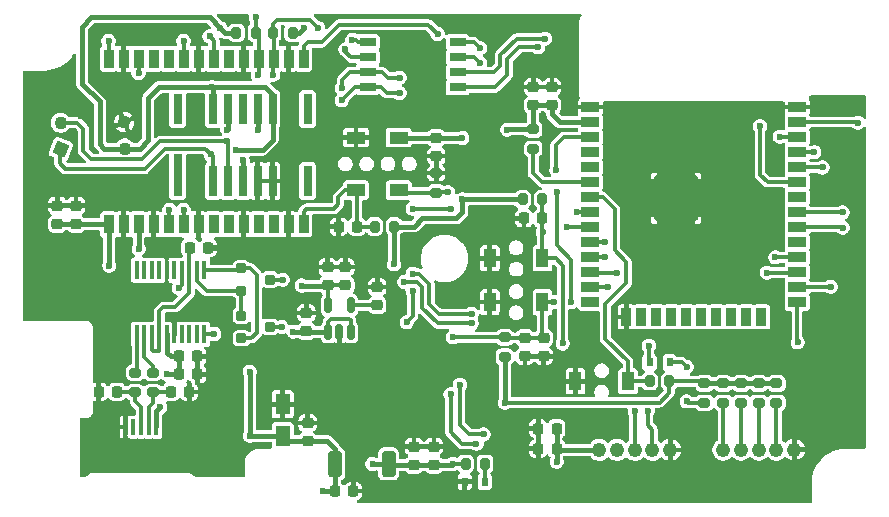
<source format=gtl>
G04 #@! TF.GenerationSoftware,KiCad,Pcbnew,9.0.2*
G04 #@! TF.CreationDate,2025-06-18T11:41:47+09:00*
G04 #@! TF.ProjectId,Work,576f726b-2e6b-4696-9361-645f70636258,rev?*
G04 #@! TF.SameCoordinates,PX4cc5520PY8e93060*
G04 #@! TF.FileFunction,Copper,L1,Top*
G04 #@! TF.FilePolarity,Positive*
%FSLAX46Y46*%
G04 Gerber Fmt 4.6, Leading zero omitted, Abs format (unit mm)*
G04 Created by KiCad (PCBNEW 9.0.2) date 2025-06-18 11:41:47*
%MOMM*%
%LPD*%
G01*
G04 APERTURE LIST*
G04 Aperture macros list*
%AMRoundRect*
0 Rectangle with rounded corners*
0 $1 Rounding radius*
0 $2 $3 $4 $5 $6 $7 $8 $9 X,Y pos of 4 corners*
0 Add a 4 corners polygon primitive as box body*
4,1,4,$2,$3,$4,$5,$6,$7,$8,$9,$2,$3,0*
0 Add four circle primitives for the rounded corners*
1,1,$1+$1,$2,$3*
1,1,$1+$1,$4,$5*
1,1,$1+$1,$6,$7*
1,1,$1+$1,$8,$9*
0 Add four rect primitives between the rounded corners*
20,1,$1+$1,$2,$3,$4,$5,0*
20,1,$1+$1,$4,$5,$6,$7,0*
20,1,$1+$1,$6,$7,$8,$9,0*
20,1,$1+$1,$8,$9,$2,$3,0*%
%AMRotRect*
0 Rectangle, with rotation*
0 The origin of the aperture is its center*
0 $1 length*
0 $2 width*
0 $3 Rotation angle, in degrees counterclockwise*
0 Add horizontal line*
21,1,$1,$2,0,0,$3*%
G04 Aperture macros list end*
G04 #@! TA.AperFunction,SMDPad,CuDef*
%ADD10RoundRect,0.225000X-0.225000X-0.250000X0.225000X-0.250000X0.225000X0.250000X-0.225000X0.250000X0*%
G04 #@! TD*
G04 #@! TA.AperFunction,SMDPad,CuDef*
%ADD11RoundRect,0.200000X0.275000X-0.200000X0.275000X0.200000X-0.275000X0.200000X-0.275000X-0.200000X0*%
G04 #@! TD*
G04 #@! TA.AperFunction,SMDPad,CuDef*
%ADD12RoundRect,0.200000X-0.250000X-0.200000X0.250000X-0.200000X0.250000X0.200000X-0.250000X0.200000X0*%
G04 #@! TD*
G04 #@! TA.AperFunction,SMDPad,CuDef*
%ADD13R,1.050000X1.600000*%
G04 #@! TD*
G04 #@! TA.AperFunction,SMDPad,CuDef*
%ADD14R,1.600000X1.050000*%
G04 #@! TD*
G04 #@! TA.AperFunction,SMDPad,CuDef*
%ADD15RoundRect,0.200000X0.200000X0.275000X-0.200000X0.275000X-0.200000X-0.275000X0.200000X-0.275000X0*%
G04 #@! TD*
G04 #@! TA.AperFunction,SMDPad,CuDef*
%ADD16RoundRect,0.225000X-0.250000X0.225000X-0.250000X-0.225000X0.250000X-0.225000X0.250000X0.225000X0*%
G04 #@! TD*
G04 #@! TA.AperFunction,SMDPad,CuDef*
%ADD17R,1.425000X0.750000*%
G04 #@! TD*
G04 #@! TA.AperFunction,SMDPad,CuDef*
%ADD18RoundRect,0.225000X0.250000X-0.225000X0.250000X0.225000X-0.250000X0.225000X-0.250000X-0.225000X0*%
G04 #@! TD*
G04 #@! TA.AperFunction,SMDPad,CuDef*
%ADD19RoundRect,0.200000X-0.275000X0.200000X-0.275000X-0.200000X0.275000X-0.200000X0.275000X0.200000X0*%
G04 #@! TD*
G04 #@! TA.AperFunction,SMDPad,CuDef*
%ADD20RoundRect,0.200000X-0.200000X-0.275000X0.200000X-0.275000X0.200000X0.275000X-0.200000X0.275000X0*%
G04 #@! TD*
G04 #@! TA.AperFunction,SMDPad,CuDef*
%ADD21RoundRect,0.225000X0.225000X0.250000X-0.225000X0.250000X-0.225000X-0.250000X0.225000X-0.250000X0*%
G04 #@! TD*
G04 #@! TA.AperFunction,SMDPad,CuDef*
%ADD22R,0.838200X1.600200*%
G04 #@! TD*
G04 #@! TA.AperFunction,SMDPad,CuDef*
%ADD23R,0.400000X1.526000*%
G04 #@! TD*
G04 #@! TA.AperFunction,SMDPad,CuDef*
%ADD24R,0.600000X0.800000*%
G04 #@! TD*
G04 #@! TA.AperFunction,SMDPad,CuDef*
%ADD25R,0.400000X1.350000*%
G04 #@! TD*
G04 #@! TA.AperFunction,SMDPad,CuDef*
%ADD26R,1.600000X1.900000*%
G04 #@! TD*
G04 #@! TA.AperFunction,SMDPad,CuDef*
%ADD27R,2.100000X2.000000*%
G04 #@! TD*
G04 #@! TA.AperFunction,SMDPad,CuDef*
%ADD28R,1.200000X1.900000*%
G04 #@! TD*
G04 #@! TA.AperFunction,SMDPad,CuDef*
%ADD29R,0.800000X3.600000*%
G04 #@! TD*
G04 #@! TA.AperFunction,SMDPad,CuDef*
%ADD30R,0.700000X2.600000*%
G04 #@! TD*
G04 #@! TA.AperFunction,SMDPad,CuDef*
%ADD31R,0.800000X2.600000*%
G04 #@! TD*
G04 #@! TA.AperFunction,ComponentPad*
%ADD32RotRect,1.100000X1.100000X68.000000*%
G04 #@! TD*
G04 #@! TA.AperFunction,ComponentPad*
%ADD33C,1.100000*%
G04 #@! TD*
G04 #@! TA.AperFunction,SMDPad,CuDef*
%ADD34RoundRect,0.250000X0.350000X-0.850000X0.350000X0.850000X-0.350000X0.850000X-0.350000X-0.850000X0*%
G04 #@! TD*
G04 #@! TA.AperFunction,SMDPad,CuDef*
%ADD35RoundRect,0.249997X2.650003X-2.950003X2.650003X2.950003X-2.650003X2.950003X-2.650003X-2.950003X0*%
G04 #@! TD*
G04 #@! TA.AperFunction,ComponentPad*
%ADD36C,1.244600*%
G04 #@! TD*
G04 #@! TA.AperFunction,SMDPad,CuDef*
%ADD37RoundRect,0.150000X0.150000X-0.512500X0.150000X0.512500X-0.150000X0.512500X-0.150000X-0.512500X0*%
G04 #@! TD*
G04 #@! TA.AperFunction,SMDPad,CuDef*
%ADD38R,1.250000X1.750000*%
G04 #@! TD*
G04 #@! TA.AperFunction,SMDPad,CuDef*
%ADD39R,1.500000X0.900000*%
G04 #@! TD*
G04 #@! TA.AperFunction,SMDPad,CuDef*
%ADD40R,0.900000X1.500000*%
G04 #@! TD*
G04 #@! TA.AperFunction,ComponentPad*
%ADD41C,5.000000*%
G04 #@! TD*
G04 #@! TA.AperFunction,SMDPad,CuDef*
%ADD42R,0.900000X0.900000*%
G04 #@! TD*
G04 #@! TA.AperFunction,ViaPad*
%ADD43C,0.600000*%
G04 #@! TD*
G04 #@! TA.AperFunction,Conductor*
%ADD44C,0.400000*%
G04 #@! TD*
G04 #@! TA.AperFunction,Conductor*
%ADD45C,0.300000*%
G04 #@! TD*
G04 APERTURE END LIST*
D10*
X14425000Y13400000D03*
X15975000Y13400000D03*
D11*
X36200000Y27275000D03*
X36200000Y28925000D03*
X42000000Y13375000D03*
X42000000Y15025000D03*
D12*
X19700000Y20850000D03*
X19700000Y18950000D03*
X22100000Y19900000D03*
D13*
X47975000Y11300000D03*
X52425000Y11300000D03*
D14*
X33000000Y27475000D03*
X33000000Y31925000D03*
D10*
X13725000Y10400000D03*
X15275000Y10400000D03*
D15*
X24025000Y40800000D03*
X22375000Y40800000D03*
D12*
X19700000Y16850000D03*
X19700000Y14950000D03*
X22100000Y15900000D03*
D14*
X29400000Y27475000D03*
X29400000Y31925000D03*
D11*
X58900000Y9475000D03*
X58900000Y11125000D03*
D16*
X31200000Y19275000D03*
X31200000Y17725000D03*
D17*
X38012000Y36195000D03*
X38012000Y37465000D03*
X38012000Y38735000D03*
X38012000Y40005000D03*
X30388000Y40005000D03*
X30388000Y38735000D03*
X30388000Y37465000D03*
X30388000Y36195000D03*
D10*
X44825000Y5600000D03*
X46375000Y5600000D03*
D18*
X4100000Y24625000D03*
X4100000Y26175000D03*
D10*
X15325000Y22600000D03*
X16875000Y22600000D03*
D18*
X25300000Y6225000D03*
X25300000Y7775000D03*
X45300000Y13425000D03*
X45300000Y14975000D03*
D19*
X65000000Y11125000D03*
X65000000Y9475000D03*
D16*
X46000000Y36225000D03*
X46000000Y34675000D03*
D20*
X19275000Y40800000D03*
X20925000Y40800000D03*
D13*
X45175000Y21700000D03*
X40725000Y21700000D03*
D21*
X29175000Y2000000D03*
X27625000Y2000000D03*
D22*
X8445000Y24589600D03*
X9715000Y24589600D03*
X10985000Y24589600D03*
X12255000Y24589600D03*
X13525000Y24589600D03*
X14795000Y24589600D03*
X16065000Y24589600D03*
X17335000Y24589600D03*
X18605000Y24589600D03*
X19875000Y24589600D03*
X21145000Y24589600D03*
X22415000Y24589600D03*
X23685000Y24589600D03*
X24955000Y24589600D03*
X24955000Y38610400D03*
X23685000Y38610400D03*
X22415000Y38610400D03*
X21145000Y38610400D03*
X19875000Y38610400D03*
X18605000Y38610400D03*
X17335000Y38610400D03*
X16065000Y38610400D03*
X14795000Y38610400D03*
X13525000Y38610400D03*
X12255000Y38610400D03*
X10985000Y38610400D03*
X9715000Y38610400D03*
X8445000Y38610400D03*
D10*
X43625000Y25100000D03*
X45175000Y25100000D03*
D19*
X10700000Y12025000D03*
X10700000Y10375000D03*
D16*
X43700000Y14975000D03*
X43700000Y13425000D03*
D19*
X62000000Y11125000D03*
X62000000Y9475000D03*
D23*
X16558000Y20712000D03*
X15922000Y20712000D03*
X15288000Y20712000D03*
X14652000Y20712000D03*
X14018000Y20712000D03*
X13382000Y20712000D03*
X12748000Y20712000D03*
X12112000Y20712000D03*
X11478000Y20712000D03*
X10842000Y20712000D03*
X10842000Y15288000D03*
X11478000Y15288000D03*
X12112000Y15288000D03*
X12748000Y15288000D03*
X13382000Y15288000D03*
X14018000Y15288000D03*
X14652000Y15288000D03*
X15288000Y15288000D03*
X15922000Y15288000D03*
X16558000Y15288000D03*
D24*
X38600000Y2800000D03*
X40300000Y2800000D03*
D19*
X63500000Y11125000D03*
X63500000Y9475000D03*
D20*
X38675000Y4300000D03*
X40325000Y4300000D03*
D16*
X44400000Y36225000D03*
X44400000Y34675000D03*
X36000000Y5775000D03*
X36000000Y4225000D03*
D15*
X32625000Y24400000D03*
X30975000Y24400000D03*
D25*
X12500000Y7425000D03*
X11850000Y7425000D03*
X11200000Y7425000D03*
X10550000Y7425000D03*
D26*
X7100000Y4750000D03*
D27*
X7900000Y7100000D03*
D25*
X9900000Y7425000D03*
D28*
X10350000Y4750000D03*
X12050000Y4750000D03*
D27*
X14500000Y7100000D03*
D26*
X15300000Y4750000D03*
D19*
X44400000Y32625000D03*
X44400000Y30975000D03*
D29*
X14300000Y28750000D03*
D30*
X17260000Y28250000D03*
X18530000Y28250000D03*
X19800000Y28250000D03*
X21070000Y28250000D03*
X22340000Y28250000D03*
D31*
X25300000Y28250000D03*
X25300000Y34350000D03*
D30*
X22340000Y34350000D03*
X21070000Y34350000D03*
X19800000Y34350000D03*
X18530000Y34350000D03*
X17260000Y34350000D03*
D31*
X14300000Y34350000D03*
D32*
X4412129Y30959066D03*
D33*
X9807377Y31006149D03*
X9787871Y33240934D03*
X4392623Y33193851D03*
D13*
X45175000Y18000000D03*
X40725000Y18000000D03*
D34*
X27592500Y4300000D03*
D35*
X29872500Y10600000D03*
D34*
X32152500Y4300000D03*
D10*
X14425000Y11900000D03*
X15975000Y11900000D03*
D20*
X43525000Y26700000D03*
X45175000Y26700000D03*
D16*
X25200000Y17075000D03*
X25200000Y15525000D03*
X36200000Y31925000D03*
X36200000Y30375000D03*
D15*
X55925000Y11300000D03*
X54275000Y11300000D03*
D18*
X5700000Y24625000D03*
X5700000Y26175000D03*
D19*
X12200000Y12025000D03*
X12200000Y10375000D03*
D21*
X9175000Y10400000D03*
X7625000Y10400000D03*
D19*
X60500000Y11125000D03*
X60500000Y9475000D03*
D21*
X29475000Y24400000D03*
X27925000Y24400000D03*
D16*
X27000000Y20975000D03*
X27000000Y19425000D03*
D36*
X60500002Y5500000D03*
X62000002Y5500000D03*
X63500001Y5500000D03*
X65000001Y5500000D03*
X66500000Y5500000D03*
D24*
X54250000Y12900000D03*
X55950000Y12900000D03*
D37*
X27050000Y15462500D03*
X28000000Y15462500D03*
X28950000Y15462500D03*
X28950000Y17737500D03*
X27050000Y17737500D03*
D38*
X23200000Y6650000D03*
X23200000Y9350000D03*
D16*
X34300000Y5775000D03*
X34300000Y4225000D03*
X28500000Y20975000D03*
X28500000Y19425000D03*
D36*
X50000002Y5487300D03*
X51500002Y5487300D03*
X53000001Y5487300D03*
X54500001Y5487300D03*
X56000000Y5487300D03*
D39*
X49250000Y34510000D03*
X49250000Y33240000D03*
X49250000Y31970000D03*
X49250000Y30700000D03*
X49250000Y29430000D03*
X49250000Y28160000D03*
X49250000Y26890000D03*
X49250000Y25620000D03*
X49250000Y24350000D03*
X49250000Y23080000D03*
X49250000Y21810000D03*
X49250000Y20540000D03*
X49250000Y19270000D03*
X49250000Y18000000D03*
D40*
X52290000Y16750000D03*
X53560000Y16750000D03*
X54830000Y16750000D03*
X56100000Y16750000D03*
X57370000Y16750000D03*
X58640000Y16750000D03*
X59910000Y16750000D03*
X61180000Y16750000D03*
X62450000Y16750000D03*
X63720000Y16750000D03*
D39*
X66750000Y18000000D03*
X66750000Y19270000D03*
X66750000Y20540000D03*
X66750000Y21810000D03*
X66750000Y23080000D03*
X66750000Y24350000D03*
X66750000Y25620000D03*
X66750000Y26890000D03*
X66750000Y28160000D03*
X66750000Y29430000D03*
X66750000Y30700000D03*
X66750000Y31970000D03*
X66750000Y33240000D03*
X66750000Y34510000D03*
D41*
X56500000Y26790000D03*
D42*
X56500000Y25390000D03*
X57900000Y25390000D03*
X57900000Y26790000D03*
X57900000Y28190000D03*
X56500000Y28190000D03*
X55100000Y28190000D03*
X55100000Y26790000D03*
X55100000Y25390000D03*
D10*
X44825000Y7300000D03*
X46375000Y7300000D03*
D43*
X18700000Y5200000D03*
X44500000Y2000000D03*
X34100000Y40300000D03*
X69600000Y13700000D03*
X41000000Y30500000D03*
X13700000Y22600000D03*
X69900000Y23400000D03*
X29000000Y4000000D03*
X69900000Y22200000D03*
X8800000Y4800000D03*
X39500000Y30500000D03*
X34400000Y9300000D03*
X19300000Y22500000D03*
X2200000Y35300000D03*
X28500000Y22400000D03*
X17200000Y5200000D03*
X69000000Y34500000D03*
X25600000Y18300000D03*
X21600000Y13200000D03*
X32900000Y14600000D03*
X41000000Y28500000D03*
X63100000Y14300000D03*
X4500000Y21500000D03*
X27000000Y37200000D03*
X23000000Y13200000D03*
X31500000Y22800000D03*
X17000000Y17500000D03*
X4500000Y19500000D03*
X14400000Y32300000D03*
X39500000Y28500000D03*
X14000000Y16500000D03*
X15500000Y17500000D03*
X16000000Y41000000D03*
X7000000Y19500000D03*
X58900000Y14300000D03*
X9300000Y9100000D03*
X7000000Y17500000D03*
X9500000Y22500000D03*
X64900000Y14300000D03*
X3600000Y36900000D03*
X36000000Y9300000D03*
X18600000Y37200000D03*
X70500000Y27500000D03*
X12500000Y18500000D03*
X17200000Y6900000D03*
X36500000Y14000000D03*
X40100000Y34100000D03*
X44500000Y3500000D03*
X23700000Y37200000D03*
X21100000Y30100000D03*
X19500000Y9500000D03*
X58900000Y12500000D03*
X29100000Y33300000D03*
X16100000Y37200000D03*
X68800000Y10900000D03*
X69600000Y16400000D03*
X43500000Y8500000D03*
X31600000Y6700000D03*
X24500000Y22500000D03*
X35100000Y1900000D03*
X69900000Y21000000D03*
X24400000Y18300000D03*
X27000000Y35600000D03*
X37000000Y18000000D03*
X30600000Y1900000D03*
X32800000Y1900000D03*
X30200000Y22800000D03*
X40500000Y10500000D03*
X42000000Y2000000D03*
X32300000Y40300000D03*
X15600000Y28600000D03*
X13100000Y35000000D03*
X13200000Y32300000D03*
X3100000Y19500000D03*
X43000000Y30500000D03*
X34500000Y14000000D03*
X46900000Y12300000D03*
X47000000Y2000000D03*
X21400000Y9500000D03*
X41000000Y40100000D03*
X7600000Y9100000D03*
X11300000Y27100000D03*
X36500000Y12000000D03*
X35900000Y38700000D03*
X41000000Y25000000D03*
X13600000Y4800000D03*
X55400000Y8900000D03*
X35900000Y37200000D03*
X43000000Y28500000D03*
X30200000Y6700000D03*
X56600000Y14300000D03*
X18100000Y22500000D03*
X34100000Y38700000D03*
X19900000Y37200000D03*
X9700000Y27100000D03*
X13000000Y41000000D03*
X20500000Y22500000D03*
X70500000Y29500000D03*
X19600000Y13200000D03*
X3100000Y17500000D03*
X29100000Y34700000D03*
X22400000Y30100000D03*
X70500000Y31500000D03*
X6100000Y33800000D03*
X3100000Y21500000D03*
X9500000Y18500000D03*
X37400000Y1900000D03*
X34500000Y12000000D03*
X43500000Y10500000D03*
X9500000Y17000000D03*
X2200000Y36900000D03*
X12700000Y28600000D03*
X39500000Y25000000D03*
X70500000Y34500000D03*
X22500000Y22500000D03*
X38500000Y34100000D03*
X31300000Y14600000D03*
X25000000Y37200000D03*
X66500000Y13000000D03*
X25100000Y14300000D03*
X7000000Y21500000D03*
X9500000Y41000000D03*
X41800000Y34100000D03*
X38600000Y18000000D03*
X40500000Y8500000D03*
X12200000Y22600000D03*
X56600000Y8900000D03*
X61200000Y14300000D03*
X26500000Y22500000D03*
X38600000Y23800000D03*
X29400000Y30800000D03*
X47000000Y3500000D03*
X45300000Y10500000D03*
X4500000Y17500000D03*
X25100000Y13200000D03*
X10900000Y36200000D03*
X20400000Y12100000D03*
X20400000Y6700000D03*
X13400000Y11900000D03*
X26600000Y2000000D03*
X12800000Y9100000D03*
X46400000Y4500000D03*
X24100000Y15500000D03*
X38400000Y26700000D03*
X42200000Y32600000D03*
X38400000Y31900000D03*
X25000000Y41200000D03*
X17200000Y36200000D03*
X37600000Y4300000D03*
X19200000Y30900000D03*
X42000000Y9500000D03*
X17900000Y41200000D03*
X30800000Y4300000D03*
X8500000Y21100000D03*
X32625000Y21200000D03*
X46200000Y18000000D03*
X23200000Y19900000D03*
X37600000Y15025000D03*
X46360599Y29164239D03*
X47600000Y18000000D03*
X46400000Y27300000D03*
X23100000Y15900000D03*
X46900000Y14500000D03*
X45200000Y23900000D03*
X33700000Y16300000D03*
X66800000Y14600000D03*
X34200000Y18900000D03*
X40200000Y6800000D03*
X14400000Y19200000D03*
X68200000Y30700000D03*
X38200000Y11000000D03*
X57400000Y9600000D03*
X57400000Y12500000D03*
X21100000Y32600000D03*
X68900000Y29400000D03*
X39600000Y6000000D03*
X17400000Y15300000D03*
X37400000Y10200000D03*
X54200000Y14300000D03*
X48100000Y25620000D03*
X71900000Y33200000D03*
X70600000Y25600000D03*
X70600000Y24300000D03*
X69600000Y19300000D03*
X29100000Y40200000D03*
X17000000Y40500000D03*
X14800000Y40100000D03*
X28500000Y39400000D03*
X24800000Y19400000D03*
X11000000Y22500000D03*
X17100000Y30500000D03*
X21100000Y37250000D03*
X63600000Y32900000D03*
X20900000Y42100000D03*
X18500000Y31600000D03*
X22400000Y37250000D03*
X65300000Y32000000D03*
X26200000Y41200000D03*
X10985000Y37400000D03*
X37200000Y27300000D03*
X44800000Y39600000D03*
X64200000Y20500000D03*
X64900000Y21800000D03*
X45400000Y40300000D03*
X14800000Y25800000D03*
X33100000Y37000000D03*
X54100000Y8800000D03*
X39200000Y17000000D03*
X28200000Y36100000D03*
X34200000Y20400000D03*
X33100000Y35700000D03*
X28200000Y35100000D03*
X53000000Y8800000D03*
X39200000Y16200000D03*
X33500000Y19700000D03*
X13600000Y25800000D03*
X50500000Y21800000D03*
X8445000Y40100000D03*
X36300000Y40700000D03*
X50500000Y23100000D03*
X39900000Y38235000D03*
X50700000Y19300000D03*
X39900000Y39505000D03*
X51500000Y20500000D03*
X18500000Y32600000D03*
X19800000Y30000000D03*
X47300000Y24400000D03*
X37400000Y25900000D03*
X34200000Y25900000D03*
D44*
X18000000Y22600000D02*
X18100000Y22500000D01*
X14018000Y15288000D02*
X14018000Y16482000D01*
X14018000Y16482000D02*
X14000000Y16500000D01*
X28000000Y15462500D02*
X28000000Y12472500D01*
X28000000Y12472500D02*
X29872500Y10600000D01*
X16875000Y22600000D02*
X18000000Y22600000D01*
X25262500Y15462500D02*
X25200000Y15525000D01*
X26975000Y6225000D02*
X27600000Y5600000D01*
X13700000Y13400000D02*
X14425000Y13400000D01*
X14425000Y11900000D02*
X14425000Y13400000D01*
D45*
X28800000Y16600000D02*
X27300000Y16600000D01*
D44*
X13382000Y15288000D02*
X13382000Y13718000D01*
X27600000Y5600000D02*
X27592500Y5592500D01*
X27050000Y15462500D02*
X25262500Y15462500D01*
D45*
X28950000Y15462500D02*
X28950000Y16450000D01*
D44*
X25300000Y6225000D02*
X26975000Y6225000D01*
X23625000Y6225000D02*
X23200000Y6650000D01*
X46400000Y4500000D02*
X46400000Y5575000D01*
D45*
X27300000Y16600000D02*
X27050000Y16350000D01*
D44*
X20400000Y6700000D02*
X20400000Y12100000D01*
X25300000Y6225000D02*
X23625000Y6225000D01*
X23150000Y6700000D02*
X23200000Y6650000D01*
X46400000Y5575000D02*
X46375000Y5600000D01*
X27625000Y4267500D02*
X27592500Y4300000D01*
X13400000Y11900000D02*
X14425000Y11900000D01*
D45*
X27050000Y16350000D02*
X27050000Y15462500D01*
D44*
X25175000Y15500000D02*
X25200000Y15525000D01*
X13382000Y13718000D02*
X13700000Y13400000D01*
X27625000Y2000000D02*
X26600000Y2000000D01*
X46487700Y5487300D02*
X46375000Y5600000D01*
X12500000Y8800000D02*
X12800000Y9100000D01*
X27625000Y2000000D02*
X27625000Y4267500D01*
X50000002Y5487300D02*
X46487700Y5487300D01*
X12500000Y7525000D02*
X12500000Y8800000D01*
D45*
X28950000Y16450000D02*
X28800000Y16600000D01*
D44*
X46375000Y5600000D02*
X46375000Y7300000D01*
X27592500Y5592500D02*
X27592500Y4300000D01*
X20400000Y6700000D02*
X23150000Y6700000D01*
X24100000Y15500000D02*
X25175000Y15500000D01*
X36200000Y31925000D02*
X33000000Y31925000D01*
X38400000Y25600000D02*
X38400000Y26700000D01*
X19200000Y30900000D02*
X21500000Y30900000D01*
X62000000Y11125000D02*
X60500000Y11125000D01*
X37900000Y25100000D02*
X38400000Y25600000D01*
X65000000Y11125000D02*
X63500000Y11125000D01*
X36000000Y4225000D02*
X34300000Y4225000D01*
D45*
X58725000Y11300000D02*
X58900000Y11125000D01*
D44*
X44400000Y32625000D02*
X42225000Y32625000D01*
X8100000Y31000000D02*
X8106149Y31006149D01*
X6200000Y41300000D02*
X6200000Y36500000D01*
X22340000Y35560000D02*
X22340000Y34350000D01*
X24025000Y40800000D02*
X24600000Y40800000D01*
X38400000Y26700000D02*
X43525000Y26700000D01*
X8500000Y21100000D02*
X8500000Y24534600D01*
X7000000Y42100000D02*
X6200000Y41300000D01*
X60500000Y11125000D02*
X58900000Y11125000D01*
X42225000Y32625000D02*
X42200000Y32600000D01*
X8445000Y24589600D02*
X5735400Y24589600D01*
X5700000Y24625000D02*
X4100000Y24625000D01*
D45*
X38675000Y4300000D02*
X37600000Y4300000D01*
D44*
X46000000Y33900000D02*
X46000000Y34675000D01*
D45*
X55925000Y10325000D02*
X55925000Y11300000D01*
D44*
X17200000Y36200000D02*
X12700000Y36200000D01*
X18300000Y40800000D02*
X19275000Y40800000D01*
X17260000Y36140000D02*
X17200000Y36200000D01*
X49250000Y33240000D02*
X46660000Y33240000D01*
X21500000Y30900000D02*
X22340000Y31740000D01*
X36200000Y31925000D02*
X38375000Y31925000D01*
X21700000Y36200000D02*
X22340000Y35560000D01*
X7700000Y35000000D02*
X7700000Y31400000D01*
X22340000Y31740000D02*
X22340000Y34350000D01*
X32625000Y21200000D02*
X32625000Y24400000D01*
X44400000Y34675000D02*
X46000000Y34675000D01*
X8500000Y24534600D02*
X8445000Y24589600D01*
X17260000Y34350000D02*
X17260000Y36140000D01*
X32227500Y4225000D02*
X32152500Y4300000D01*
X34300000Y4225000D02*
X32227500Y4225000D01*
X24600000Y40800000D02*
X25000000Y41200000D01*
X38375000Y31925000D02*
X38400000Y31900000D01*
X7700000Y31400000D02*
X8100000Y31000000D01*
X32625000Y24400000D02*
X34300000Y24400000D01*
D45*
X42000000Y9500000D02*
X55100000Y9500000D01*
D44*
X12700000Y36200000D02*
X11800000Y35300000D01*
X17900000Y41200000D02*
X18300000Y40800000D01*
X11800000Y35300000D02*
X11800000Y31700000D01*
X37525000Y4225000D02*
X37600000Y4300000D01*
X35000000Y25100000D02*
X37900000Y25100000D01*
X11800000Y31700000D02*
X11100000Y31000000D01*
X11100000Y31000000D02*
X11093851Y31006149D01*
X34300000Y24400000D02*
X35000000Y25100000D01*
X32152500Y4300000D02*
X30800000Y4300000D01*
X46660000Y33240000D02*
X46000000Y33900000D01*
X17900000Y41200000D02*
X17000000Y42100000D01*
X17200000Y36200000D02*
X21700000Y36200000D01*
X17000000Y42100000D02*
X7000000Y42100000D01*
D45*
X55925000Y11300000D02*
X58725000Y11300000D01*
D44*
X63500000Y11125000D02*
X62000000Y11125000D01*
X36000000Y4225000D02*
X37525000Y4225000D01*
X44400000Y34675000D02*
X44400000Y32625000D01*
X6200000Y36500000D02*
X7700000Y35000000D01*
X5735400Y24589600D02*
X5700000Y24625000D01*
D45*
X55100000Y9500000D02*
X55925000Y10325000D01*
D44*
X11093851Y31006149D02*
X9807377Y31006149D01*
X8106149Y31006149D02*
X9807377Y31006149D01*
X42000000Y13375000D02*
X42000000Y9500000D01*
D45*
X31187500Y17737500D02*
X31200000Y17725000D01*
X28950000Y17737500D02*
X31187500Y17737500D01*
X37600000Y15025000D02*
X42000000Y15025000D01*
X45300000Y14975000D02*
X43700000Y14975000D01*
X46970000Y31970000D02*
X46300000Y31300000D01*
X43700000Y14975000D02*
X42050000Y14975000D01*
X46300000Y31300000D02*
X46300000Y29224838D01*
X47600000Y21600000D02*
X47600000Y18000000D01*
X46300000Y29224838D02*
X46360599Y29164239D01*
X46200000Y18000000D02*
X45175000Y18000000D01*
X46400000Y22800000D02*
X47600000Y21600000D01*
X45175000Y18000000D02*
X45175000Y15100000D01*
X49250000Y31970000D02*
X46970000Y31970000D01*
X22100000Y19900000D02*
X23200000Y19900000D01*
X45175000Y15100000D02*
X45300000Y14975000D01*
X42050000Y14975000D02*
X42000000Y15025000D01*
X46400000Y27300000D02*
X46400000Y22800000D01*
X46900000Y14500000D02*
X46900000Y21100000D01*
X45175000Y23925000D02*
X45200000Y23900000D01*
X34200000Y16800000D02*
X34200000Y18900000D01*
X46300000Y21700000D02*
X45175000Y21700000D01*
X46900000Y21100000D02*
X46300000Y21700000D01*
X66750000Y14650000D02*
X66750000Y18000000D01*
X45175000Y21700000D02*
X45175000Y23875000D01*
X66800000Y14600000D02*
X66750000Y14650000D01*
X45175000Y25100000D02*
X45175000Y26700000D01*
X45175000Y23875000D02*
X45200000Y23900000D01*
X33700000Y16300000D02*
X34200000Y16800000D01*
X23100000Y15900000D02*
X22100000Y15900000D01*
X45175000Y25100000D02*
X45175000Y23925000D01*
X27900000Y26300000D02*
X27500000Y25900000D01*
X29475000Y27400000D02*
X29400000Y27475000D01*
X27900000Y26900000D02*
X27900000Y26300000D01*
X27500000Y25900000D02*
X25200000Y25900000D01*
X25200000Y25900000D02*
X24955000Y25655000D01*
X29475000Y24400000D02*
X30975000Y24400000D01*
X29475000Y24400000D02*
X29475000Y27400000D01*
X24955000Y25655000D02*
X24955000Y24589600D01*
X29400000Y27475000D02*
X28475000Y27475000D01*
X28475000Y27475000D02*
X27900000Y26900000D01*
X10842000Y15288000D02*
X10842000Y12167000D01*
X10842000Y12167000D02*
X10700000Y12025000D01*
X16750000Y18950000D02*
X19700000Y18950000D01*
X15922000Y20712000D02*
X15922000Y19778000D01*
X19700000Y18950000D02*
X19700000Y16850000D01*
X15922000Y19778000D02*
X16750000Y18950000D01*
X12200000Y13900000D02*
X12700000Y13900000D01*
X15288000Y18788000D02*
X14100000Y17600000D01*
X13100000Y17600000D02*
X12748000Y17248000D01*
X12700000Y13900000D02*
X12748000Y13948000D01*
X15288000Y20712000D02*
X15288000Y18788000D01*
X15288000Y22563000D02*
X15325000Y22600000D01*
X12748000Y13948000D02*
X12748000Y15288000D01*
X12748000Y17248000D02*
X12748000Y15288000D01*
X15288000Y20712000D02*
X15288000Y22563000D01*
X12112000Y13988000D02*
X12200000Y13900000D01*
X14100000Y17600000D02*
X13100000Y17600000D01*
X12112000Y15288000D02*
X12112000Y13988000D01*
X68200000Y30700000D02*
X66750000Y30700000D01*
X14652000Y20712000D02*
X14652000Y19452000D01*
X38200000Y11000000D02*
X38200000Y7600000D01*
X39000000Y6800000D02*
X40200000Y6800000D01*
X38900000Y6900000D02*
X39000000Y6800000D01*
X14652000Y19452000D02*
X14400000Y19200000D01*
X38200000Y7600000D02*
X38900000Y6900000D01*
X10700000Y10375000D02*
X9200000Y10375000D01*
X9200000Y10375000D02*
X9175000Y10400000D01*
X10700000Y9600000D02*
X10700000Y10375000D01*
X11200000Y7525000D02*
X11200000Y9100000D01*
X11200000Y9100000D02*
X10700000Y9600000D01*
X16558000Y20712000D02*
X19562000Y20712000D01*
X20450000Y20850000D02*
X19700000Y20850000D01*
X19700000Y14950000D02*
X20550000Y14950000D01*
X21000000Y15400000D02*
X21000000Y20300000D01*
X21000000Y20300000D02*
X20450000Y20850000D01*
X20550000Y14950000D02*
X21000000Y15400000D01*
X19562000Y20712000D02*
X19700000Y20850000D01*
X57525000Y9475000D02*
X57400000Y9600000D01*
X58900000Y9475000D02*
X57525000Y9475000D01*
X57400000Y12500000D02*
X57000000Y12900000D01*
X57000000Y12900000D02*
X55950000Y12900000D01*
X13700000Y10375000D02*
X13725000Y10400000D01*
X12200000Y10375000D02*
X13700000Y10375000D01*
X11850000Y7525000D02*
X11850000Y9150000D01*
X11850000Y9150000D02*
X12200000Y9500000D01*
X12200000Y9500000D02*
X12200000Y10375000D01*
D44*
X21070000Y32630000D02*
X21100000Y32600000D01*
X21070000Y34350000D02*
X21070000Y32630000D01*
D45*
X17388000Y15288000D02*
X17400000Y15300000D01*
X16558000Y15288000D02*
X17388000Y15288000D01*
X68900000Y29400000D02*
X66780000Y29400000D01*
X37400000Y7000000D02*
X38400000Y6000000D01*
X66780000Y29400000D02*
X66750000Y29430000D01*
X38400000Y6000000D02*
X39600000Y6000000D01*
X37400000Y10200000D02*
X37400000Y7000000D01*
X48100000Y25620000D02*
X49250000Y25620000D01*
X54200000Y12950000D02*
X54250000Y12900000D01*
X54200000Y14300000D02*
X54200000Y12950000D01*
X11478000Y13322000D02*
X12200000Y12600000D01*
X12200000Y12600000D02*
X12200000Y12025000D01*
X11478000Y15288000D02*
X11478000Y13322000D01*
X65000001Y5500000D02*
X65000000Y9475000D01*
X71900000Y33200000D02*
X71700000Y33200000D01*
X71700000Y33200000D02*
X71660000Y33240000D01*
X71660000Y33240000D02*
X66750000Y33240000D01*
X70600000Y25600000D02*
X70580000Y25620000D01*
X70580000Y25620000D02*
X66750000Y25620000D01*
X63500001Y5500000D02*
X63500000Y9475000D01*
X62000002Y5500000D02*
X62000002Y9474998D01*
X70550000Y24350000D02*
X70600000Y24300000D01*
X62000002Y9474998D02*
X62000000Y9475000D01*
X66750000Y24350000D02*
X70550000Y24350000D01*
X60500002Y5500000D02*
X60500002Y9474998D01*
X69570000Y19270000D02*
X69600000Y19300000D01*
X60500002Y9474998D02*
X60500000Y9475000D01*
X66750000Y19270000D02*
X69570000Y19270000D01*
X17400000Y38675400D02*
X17335000Y38610400D01*
X17400000Y40100000D02*
X17400000Y38675400D01*
X29400000Y40200000D02*
X29595000Y40005000D01*
X29100000Y40200000D02*
X29400000Y40200000D01*
X17000000Y40500000D02*
X17400000Y40100000D01*
X29595000Y40005000D02*
X30388000Y40005000D01*
X14800000Y38615400D02*
X14795000Y38610400D01*
X14800000Y40100000D02*
X14800000Y38615400D01*
X28500000Y39400000D02*
X28500000Y39200000D01*
X28500000Y39200000D02*
X28965000Y38735000D01*
X28965000Y38735000D02*
X30388000Y38735000D01*
D44*
X10985000Y22515000D02*
X11000000Y22500000D01*
X24800000Y19400000D02*
X26975000Y19400000D01*
D45*
X27000000Y19425000D02*
X28500000Y19425000D01*
D44*
X26975000Y19400000D02*
X27000000Y19425000D01*
X10985000Y24589600D02*
X10985000Y22515000D01*
D45*
X27050000Y19375000D02*
X27000000Y19425000D01*
X27050000Y17737500D02*
X27050000Y19375000D01*
X44400000Y28900000D02*
X44400000Y30975000D01*
X49250000Y28160000D02*
X45140000Y28160000D01*
X45140000Y28160000D02*
X44400000Y28900000D01*
X63600000Y28800000D02*
X63600000Y32900000D01*
X64240000Y28160000D02*
X63600000Y28800000D01*
X13200000Y31000000D02*
X11500000Y29300000D01*
X11500000Y29300000D02*
X4800000Y29300000D01*
X21145000Y40580000D02*
X20925000Y40800000D01*
X17260000Y28250000D02*
X17260000Y30340000D01*
X20900000Y42100000D02*
X20900000Y40825000D01*
X21145000Y38610400D02*
X21145000Y37295000D01*
X4300000Y29800000D02*
X4300000Y30846937D01*
X20900000Y40825000D02*
X20925000Y40800000D01*
X4300000Y30846937D02*
X4412129Y30959066D01*
X21145000Y37295000D02*
X21100000Y37250000D01*
X66750000Y28160000D02*
X64240000Y28160000D01*
X21145000Y38610400D02*
X21145000Y40580000D01*
X17100000Y30500000D02*
X16600000Y31000000D01*
X16600000Y31000000D02*
X13200000Y31000000D01*
X4800000Y29300000D02*
X4300000Y29800000D01*
X17260000Y30340000D02*
X17100000Y30500000D01*
X12800000Y31600000D02*
X11300000Y30100000D01*
X6300000Y30800000D02*
X6300000Y32700000D01*
X7000000Y30100000D02*
X6300000Y30800000D01*
X22700000Y41900000D02*
X22375000Y41575000D01*
X66750000Y31970000D02*
X65330000Y31970000D01*
X22400000Y37250000D02*
X22400000Y38595400D01*
X18530000Y31570000D02*
X18500000Y31600000D01*
X22375000Y41575000D02*
X22375000Y40800000D01*
X18530000Y28250000D02*
X18530000Y31570000D01*
X22415000Y38610400D02*
X22415000Y40760000D01*
X18500000Y31600000D02*
X12800000Y31600000D01*
X25500000Y41900000D02*
X22700000Y41900000D01*
X22400000Y38595400D02*
X22415000Y38610400D01*
X26200000Y41200000D02*
X25500000Y41900000D01*
X6300000Y32700000D02*
X5806149Y33193851D01*
X22415000Y40760000D02*
X22375000Y40800000D01*
X5806149Y33193851D02*
X4392623Y33193851D01*
X11300000Y30100000D02*
X7000000Y30100000D01*
X65330000Y31970000D02*
X65300000Y32000000D01*
X37200000Y27300000D02*
X36225000Y27300000D01*
X36200000Y27275000D02*
X33200000Y27275000D01*
X36225000Y27300000D02*
X36200000Y27275000D01*
X10985000Y37400000D02*
X10985000Y38610400D01*
X33200000Y27275000D02*
X33000000Y27475000D01*
X42200000Y38600000D02*
X43200000Y39600000D01*
X42200000Y37200000D02*
X41195000Y36195000D01*
X41195000Y36195000D02*
X38012000Y36195000D01*
X42200000Y37200000D02*
X42200000Y38600000D01*
X43200000Y39600000D02*
X44800000Y39600000D01*
X64200000Y20500000D02*
X66710000Y20500000D01*
X66710000Y20500000D02*
X66750000Y20540000D01*
X45400000Y40300000D02*
X43000000Y40300000D01*
X64900000Y21800000D02*
X66740000Y21800000D01*
X66740000Y21800000D02*
X66750000Y21810000D01*
X41600000Y38000000D02*
X41065000Y37465000D01*
X41600000Y38900000D02*
X41600000Y38000000D01*
X41065000Y37465000D02*
X38012000Y37465000D01*
X43000000Y40300000D02*
X41600000Y38900000D01*
X30388000Y37465000D02*
X31635000Y37465000D01*
X14795000Y24589600D02*
X14795000Y25795000D01*
X14795000Y25795000D02*
X14800000Y25800000D01*
X31635000Y37465000D02*
X32100000Y37000000D01*
X54500000Y7200000D02*
X54500001Y5487300D01*
X28865000Y37465000D02*
X30388000Y37465000D01*
X54100000Y8800000D02*
X54100000Y7600000D01*
X34699060Y20400000D02*
X35600000Y19499060D01*
X35600000Y17800000D02*
X36400000Y17000000D01*
X36400000Y17000000D02*
X39200000Y17000000D01*
X35600000Y19499060D02*
X35600000Y17800000D01*
X34200000Y20400000D02*
X34699060Y20400000D01*
X28200000Y36100000D02*
X28200000Y36800000D01*
X54100000Y7600000D02*
X54500000Y7200000D01*
X28200000Y36800000D02*
X28865000Y37465000D01*
X32100000Y37000000D02*
X33100000Y37000000D01*
X31505000Y36195000D02*
X32000000Y35700000D01*
X29295000Y36195000D02*
X30388000Y36195000D01*
X34600000Y19700000D02*
X35000000Y19300000D01*
X53000000Y8800000D02*
X53000001Y5487300D01*
X35000000Y19300000D02*
X35000000Y17500000D01*
X30388000Y36195000D02*
X31505000Y36195000D01*
X13525000Y25725000D02*
X13600000Y25800000D01*
X36300000Y16200000D02*
X39200000Y16200000D01*
X35000000Y17500000D02*
X36300000Y16200000D01*
X33500000Y19700000D02*
X34600000Y19700000D01*
X13525000Y24589600D02*
X13525000Y25725000D01*
X32000000Y35700000D02*
X33100000Y35700000D01*
X28200000Y35100000D02*
X29295000Y36195000D01*
X8445000Y40100000D02*
X8445000Y38610400D01*
X50500000Y21800000D02*
X49260000Y21800000D01*
X49260000Y21800000D02*
X49250000Y21810000D01*
X36300000Y40700000D02*
X35500000Y41500000D01*
X49330000Y23000000D02*
X49250000Y23080000D01*
X49270000Y23100000D02*
X49250000Y23080000D01*
X28000000Y41500000D02*
X26500000Y40000000D01*
X25300000Y40000000D02*
X24955000Y39655000D01*
X26500000Y40000000D02*
X25300000Y40000000D01*
X50500000Y23100000D02*
X49270000Y23100000D01*
X24955000Y39655000D02*
X24955000Y38610400D01*
X35500000Y41500000D02*
X28000000Y41500000D01*
X39400000Y38735000D02*
X39900000Y38235000D01*
X50700000Y19300000D02*
X49280000Y19300000D01*
X38012000Y38735000D02*
X39400000Y38735000D01*
X49280000Y19300000D02*
X49250000Y19270000D01*
X39400000Y40005000D02*
X39900000Y39505000D01*
X49290000Y20500000D02*
X49250000Y20540000D01*
X51500000Y20500000D02*
X49290000Y20500000D01*
X38012000Y40005000D02*
X39400000Y40005000D01*
X40325000Y4300000D02*
X40325000Y2825000D01*
X40325000Y2825000D02*
X40300000Y2800000D01*
X51300000Y25890000D02*
X51300000Y22400000D01*
X52425000Y12975000D02*
X52425000Y11300000D01*
X50500000Y14900000D02*
X52425000Y12975000D01*
X50300000Y26890000D02*
X51300000Y25890000D01*
X54275000Y11300000D02*
X52425000Y11300000D01*
X50500000Y17800000D02*
X50500000Y14900000D01*
X52300000Y19600000D02*
X50500000Y17800000D01*
X49250000Y26890000D02*
X50300000Y26890000D01*
X52300000Y21400000D02*
X52300000Y19600000D01*
X51300000Y22400000D02*
X52300000Y21400000D01*
D44*
X18530000Y32630000D02*
X18500000Y32600000D01*
X18530000Y34350000D02*
X18530000Y32630000D01*
D45*
X37400000Y25900000D02*
X34200000Y25900000D01*
D44*
X19800000Y28250000D02*
X19800000Y30000000D01*
D45*
X49250000Y24350000D02*
X47350000Y24350000D01*
X47350000Y24350000D02*
X47300000Y24400000D01*
G04 #@! TA.AperFunction,Conductor*
G36*
X48384685Y42396950D02*
G01*
X48393647Y42398238D01*
X48417687Y42387260D01*
X48443039Y42379815D01*
X48448966Y42372975D01*
X48457203Y42369213D01*
X48471492Y42346979D01*
X48488794Y42327011D01*
X48491081Y42316497D01*
X48494977Y42310435D01*
X48500000Y42275500D01*
X48500000Y42259177D01*
X48480315Y42192138D01*
X48463682Y42171496D01*
X48399500Y42107314D01*
X48333608Y41993188D01*
X48300123Y41868217D01*
X48299500Y41865892D01*
X48299500Y35434108D01*
X48303706Y35418410D01*
X48333874Y35305820D01*
X48332211Y35235970D01*
X48301781Y35186046D01*
X48248212Y35132477D01*
X48248211Y35132475D01*
X48202910Y35029878D01*
X48202910Y35029876D01*
X48200000Y35004795D01*
X48200000Y34710000D01*
X50299999Y34710000D01*
X50299999Y34875500D01*
X50319684Y34942539D01*
X50372488Y34988294D01*
X50423999Y34999500D01*
X65576000Y34999500D01*
X65643039Y34979815D01*
X65688794Y34927011D01*
X65700000Y34875500D01*
X65700000Y34710000D01*
X67799999Y34710000D01*
X67799999Y35004786D01*
X67799997Y35004809D01*
X67797091Y35029870D01*
X67797090Y35029874D01*
X67751788Y35132475D01*
X67749234Y35136204D01*
X67727587Y35202636D01*
X67735011Y35248693D01*
X67738721Y35258887D01*
X67766392Y35306814D01*
X67794931Y35413326D01*
X67796782Y35418410D01*
X67814414Y35442359D01*
X67829894Y35467754D01*
X67834905Y35470189D01*
X67838208Y35474674D01*
X67865990Y35485289D01*
X67892741Y35498283D01*
X67902033Y35499059D01*
X67903476Y35499610D01*
X67904947Y35499303D01*
X67913304Y35500000D01*
X72475500Y35500000D01*
X72542539Y35480315D01*
X72588294Y35427511D01*
X72599500Y35376000D01*
X72599500Y33648628D01*
X72579815Y33581589D01*
X72527011Y33535834D01*
X72457853Y33525890D01*
X72394297Y33554915D01*
X72386493Y33563196D01*
X72386267Y33562969D01*
X72268717Y33680519D01*
X72268709Y33680525D01*
X72131790Y33759574D01*
X72131786Y33759576D01*
X72131784Y33759577D01*
X71979057Y33800500D01*
X71820943Y33800500D01*
X71668216Y33759577D01*
X71668213Y33759576D01*
X71577345Y33707113D01*
X71515345Y33690500D01*
X67909066Y33690500D01*
X67891225Y33695739D01*
X67872634Y33695973D01*
X67858397Y33705379D01*
X67842027Y33710185D01*
X67829852Y33724236D01*
X67814337Y33734485D01*
X67797167Y33761956D01*
X67796272Y33762989D01*
X67795688Y33764286D01*
X67768644Y33825535D01*
X67759574Y33894810D01*
X67768646Y33925704D01*
X67797088Y33990121D01*
X67797089Y33990125D01*
X67799999Y34015206D01*
X67800000Y34015209D01*
X67800000Y34310000D01*
X65700001Y34310000D01*
X65700001Y34015215D01*
X65700002Y34015192D01*
X65702908Y33990131D01*
X65702910Y33990124D01*
X65731354Y33925702D01*
X65740424Y33856423D01*
X65731354Y33825532D01*
X65702415Y33759991D01*
X65699500Y33734869D01*
X65699500Y32745144D01*
X65699502Y32745118D01*
X65702413Y32720013D01*
X65702416Y32720005D01*
X65702527Y32719753D01*
X65702566Y32719452D01*
X65704863Y32711011D01*
X65703712Y32710698D01*
X65711595Y32650475D01*
X65681767Y32587291D01*
X65622516Y32550264D01*
X65552652Y32551149D01*
X65539470Y32556893D01*
X65539294Y32556466D01*
X65531786Y32559576D01*
X65531784Y32559577D01*
X65379057Y32600500D01*
X65220943Y32600500D01*
X65068216Y32559577D01*
X65068209Y32559574D01*
X64931290Y32480525D01*
X64931282Y32480519D01*
X64819481Y32368718D01*
X64819475Y32368710D01*
X64740426Y32231791D01*
X64740423Y32231784D01*
X64699500Y32079057D01*
X64699500Y31920943D01*
X64726295Y31820945D01*
X64740423Y31768217D01*
X64740426Y31768210D01*
X64819475Y31631291D01*
X64819479Y31631286D01*
X64819480Y31631284D01*
X64931284Y31519480D01*
X64931286Y31519479D01*
X64931290Y31519476D01*
X65048510Y31451800D01*
X65068216Y31440423D01*
X65220943Y31399500D01*
X65220945Y31399500D01*
X65379055Y31399500D01*
X65379057Y31399500D01*
X65531784Y31440423D01*
X65551490Y31451801D01*
X65566745Y31455502D01*
X65580060Y31463823D01*
X65600004Y31463572D01*
X65619387Y31468274D01*
X65634223Y31463140D01*
X65649924Y31462941D01*
X65666565Y31451947D01*
X65685415Y31445423D01*
X65695889Y31432574D01*
X65708220Y31424427D01*
X65726924Y31394502D01*
X65731082Y31385085D01*
X65740151Y31315806D01*
X65731081Y31284916D01*
X65702415Y31219994D01*
X65702415Y31219992D01*
X65699500Y31194869D01*
X65699500Y30205144D01*
X65699502Y30205118D01*
X65702413Y30180013D01*
X65702414Y30180012D01*
X65731081Y30115086D01*
X65740152Y30045808D01*
X65731081Y30014916D01*
X65702415Y29949994D01*
X65702415Y29949992D01*
X65699500Y29924869D01*
X65699500Y28935144D01*
X65699502Y28935118D01*
X65702413Y28910013D01*
X65702414Y28910012D01*
X65702414Y28910010D01*
X65702415Y28910009D01*
X65717614Y28875586D01*
X65731081Y28845086D01*
X65735421Y28811937D01*
X65740597Y28778903D01*
X65740017Y28776834D01*
X65740152Y28775808D01*
X65731081Y28744916D01*
X65704368Y28684415D01*
X65659283Y28631038D01*
X65592497Y28610510D01*
X65590933Y28610500D01*
X64477966Y28610500D01*
X64410927Y28630185D01*
X64390285Y28646819D01*
X64086819Y28950285D01*
X64053334Y29011608D01*
X64050500Y29037966D01*
X64050500Y32450070D01*
X64070185Y32517109D01*
X64076128Y32525562D01*
X64080512Y32531277D01*
X64080520Y32531284D01*
X64159577Y32668216D01*
X64200500Y32820943D01*
X64200500Y32979057D01*
X64159577Y33131784D01*
X64143531Y33159577D01*
X64080524Y33268710D01*
X64080518Y33268718D01*
X63968717Y33380519D01*
X63968709Y33380525D01*
X63831790Y33459574D01*
X63831786Y33459576D01*
X63831784Y33459577D01*
X63679057Y33500500D01*
X63520943Y33500500D01*
X63368216Y33459577D01*
X63368209Y33459574D01*
X63231290Y33380525D01*
X63231282Y33380519D01*
X63119481Y33268718D01*
X63119475Y33268710D01*
X63040426Y33131791D01*
X63040423Y33131784D01*
X62999500Y32979057D01*
X62999500Y32820943D01*
X63038472Y32675500D01*
X63040423Y32668217D01*
X63040426Y32668210D01*
X63119473Y32531294D01*
X63119477Y32531288D01*
X63119480Y32531284D01*
X63119482Y32531282D01*
X63123872Y32525562D01*
X63149069Y32460394D01*
X63149500Y32450070D01*
X63149500Y28740692D01*
X63172496Y28654866D01*
X63180200Y28626115D01*
X63180200Y28626114D01*
X63184087Y28619382D01*
X63239511Y28523386D01*
X63963386Y27799510D01*
X64066113Y27740201D01*
X64090321Y27733716D01*
X64090324Y27733714D01*
X64090325Y27733714D01*
X64120447Y27725643D01*
X64180691Y27709500D01*
X65590934Y27709500D01*
X65608774Y27704262D01*
X65627367Y27704027D01*
X65641604Y27694622D01*
X65657973Y27689815D01*
X65670147Y27675765D01*
X65685664Y27665514D01*
X65702830Y27638047D01*
X65703728Y27637011D01*
X65704334Y27635663D01*
X65716760Y27607521D01*
X65731081Y27575086D01*
X65740152Y27505807D01*
X65731081Y27474916D01*
X65702415Y27409994D01*
X65702415Y27409992D01*
X65699500Y27384869D01*
X65699500Y26395144D01*
X65699502Y26395118D01*
X65702413Y26370013D01*
X65702414Y26370012D01*
X65702414Y26370010D01*
X65702415Y26370009D01*
X65709778Y26353334D01*
X65731081Y26305086D01*
X65740152Y26235808D01*
X65731081Y26204916D01*
X65702415Y26139994D01*
X65702415Y26139992D01*
X65699500Y26114869D01*
X65699500Y25125144D01*
X65699502Y25125118D01*
X65702413Y25100013D01*
X65702414Y25100012D01*
X65702414Y25100010D01*
X65702415Y25100009D01*
X65711111Y25080315D01*
X65731081Y25035086D01*
X65740152Y24965808D01*
X65731081Y24934916D01*
X65702415Y24869994D01*
X65702415Y24869992D01*
X65699500Y24844869D01*
X65699500Y23855144D01*
X65699502Y23855118D01*
X65702413Y23830013D01*
X65702414Y23830012D01*
X65702414Y23830010D01*
X65702415Y23830009D01*
X65706418Y23820944D01*
X65731081Y23765086D01*
X65740152Y23695808D01*
X65731081Y23664916D01*
X65702415Y23599994D01*
X65702415Y23599992D01*
X65699500Y23574869D01*
X65699500Y22585144D01*
X65699502Y22585118D01*
X65702413Y22560013D01*
X65702414Y22560012D01*
X65702414Y22560010D01*
X65702415Y22560009D01*
X65718586Y22523386D01*
X65731081Y22495086D01*
X65735421Y22461940D01*
X65740597Y22428904D01*
X65740017Y22426835D01*
X65740152Y22425808D01*
X65731081Y22394916D01*
X65699953Y22324415D01*
X65654868Y22271039D01*
X65588082Y22250510D01*
X65586518Y22250500D01*
X65349931Y22250500D01*
X65282892Y22270185D01*
X65274443Y22276125D01*
X65268709Y22280525D01*
X65131790Y22359574D01*
X65131786Y22359576D01*
X65131784Y22359577D01*
X64979057Y22400500D01*
X64820943Y22400500D01*
X64668216Y22359577D01*
X64668209Y22359574D01*
X64531290Y22280525D01*
X64531282Y22280519D01*
X64419481Y22168718D01*
X64419475Y22168710D01*
X64340426Y22031791D01*
X64340423Y22031784D01*
X64299500Y21879057D01*
X64299500Y21720943D01*
X64340248Y21568871D01*
X64340423Y21568217D01*
X64340426Y21568210D01*
X64419475Y21431291D01*
X64419479Y21431286D01*
X64419480Y21431284D01*
X64531284Y21319480D01*
X64531286Y21319479D01*
X64531290Y21319476D01*
X64652494Y21249500D01*
X64668216Y21240423D01*
X64820943Y21199500D01*
X64820945Y21199500D01*
X64979055Y21199500D01*
X64979057Y21199500D01*
X65131784Y21240423D01*
X65268716Y21319480D01*
X65268721Y21319486D01*
X65274443Y21323875D01*
X65295765Y21332119D01*
X65314996Y21344477D01*
X65335272Y21347393D01*
X65339612Y21349070D01*
X65349931Y21349500D01*
X65595349Y21349500D01*
X65662388Y21329815D01*
X65708143Y21277011D01*
X65708784Y21275585D01*
X65731081Y21225086D01*
X65740152Y21155808D01*
X65731081Y21124916D01*
X65702415Y21059994D01*
X65699967Y21050993D01*
X65698680Y21051343D01*
X65675156Y20995880D01*
X65617429Y20956519D01*
X65579266Y20950500D01*
X64649931Y20950500D01*
X64582892Y20970185D01*
X64574443Y20976125D01*
X64568709Y20980525D01*
X64431790Y21059574D01*
X64431786Y21059576D01*
X64431784Y21059577D01*
X64279057Y21100500D01*
X64120943Y21100500D01*
X63968216Y21059577D01*
X63968209Y21059574D01*
X63831290Y20980525D01*
X63831282Y20980519D01*
X63719481Y20868718D01*
X63719475Y20868710D01*
X63640426Y20731791D01*
X63640423Y20731784D01*
X63599500Y20579057D01*
X63599500Y20420943D01*
X63640289Y20268718D01*
X63640423Y20268217D01*
X63640426Y20268210D01*
X63719475Y20131291D01*
X63719479Y20131286D01*
X63719480Y20131284D01*
X63831284Y20019480D01*
X63831286Y20019479D01*
X63831290Y20019476D01*
X63954533Y19948323D01*
X63968216Y19940423D01*
X64120943Y19899500D01*
X64120945Y19899500D01*
X64279055Y19899500D01*
X64279057Y19899500D01*
X64431784Y19940423D01*
X64568716Y20019480D01*
X64568721Y20019486D01*
X64574443Y20023875D01*
X64639612Y20049070D01*
X64649931Y20049500D01*
X65608595Y20049500D01*
X65626435Y20044262D01*
X65645027Y20044027D01*
X65659263Y20034622D01*
X65675634Y20029815D01*
X65687808Y20015765D01*
X65703324Y20005515D01*
X65720491Y19978048D01*
X65721389Y19977011D01*
X65722030Y19975585D01*
X65731081Y19955086D01*
X65740152Y19885808D01*
X65731081Y19854916D01*
X65702415Y19789994D01*
X65702415Y19789992D01*
X65699500Y19764869D01*
X65699500Y18775144D01*
X65699502Y18775118D01*
X65702413Y18750013D01*
X65702414Y18750012D01*
X65702414Y18750010D01*
X65702415Y18750009D01*
X65707878Y18737637D01*
X65731081Y18685086D01*
X65740152Y18615808D01*
X65731081Y18584916D01*
X65702415Y18519994D01*
X65702415Y18519992D01*
X65699500Y18494869D01*
X65699500Y17505144D01*
X65699502Y17505118D01*
X65702413Y17480013D01*
X65702415Y17480009D01*
X65747793Y17377236D01*
X65747794Y17377235D01*
X65827235Y17297794D01*
X65930009Y17252415D01*
X65955135Y17249500D01*
X66175500Y17249501D01*
X66242539Y17229817D01*
X66288294Y17177013D01*
X66299500Y17125501D01*
X66299500Y14967336D01*
X66282888Y14905337D01*
X66240423Y14831785D01*
X66240423Y14831784D01*
X66199500Y14679057D01*
X66199500Y14520943D01*
X66239329Y14372301D01*
X66240423Y14368217D01*
X66240426Y14368210D01*
X66319475Y14231291D01*
X66319479Y14231286D01*
X66319480Y14231284D01*
X66431284Y14119480D01*
X66431286Y14119479D01*
X66431290Y14119476D01*
X66520087Y14068210D01*
X66568216Y14040423D01*
X66720943Y13999500D01*
X66720945Y13999500D01*
X66879055Y13999500D01*
X66879057Y13999500D01*
X67031784Y14040423D01*
X67168716Y14119480D01*
X67280520Y14231284D01*
X67359577Y14368216D01*
X67400500Y14520943D01*
X67400500Y14679057D01*
X67359577Y14831784D01*
X67338258Y14868710D01*
X67280524Y14968710D01*
X67280518Y14968718D01*
X67236819Y15012417D01*
X67203334Y15073740D01*
X67200500Y15100098D01*
X67200500Y17125501D01*
X67220185Y17192540D01*
X67272989Y17238295D01*
X67324500Y17249501D01*
X67544856Y17249501D01*
X67544864Y17249501D01*
X67544879Y17249503D01*
X67544882Y17249503D01*
X67569987Y17252414D01*
X67569988Y17252415D01*
X67569991Y17252415D01*
X67672765Y17297794D01*
X67752206Y17377235D01*
X67797585Y17480009D01*
X67800500Y17505135D01*
X67800499Y18494864D01*
X67800497Y18494883D01*
X67797586Y18519988D01*
X67797585Y18519990D01*
X67797585Y18519991D01*
X67768919Y18584914D01*
X67764578Y18618064D01*
X67759403Y18651100D01*
X67759981Y18653166D01*
X67759847Y18654192D01*
X67768919Y18685087D01*
X67774465Y18697646D01*
X67777468Y18704449D01*
X67795633Y18745587D01*
X67840719Y18798963D01*
X67907506Y18819490D01*
X67909067Y18819500D01*
X69198024Y18819500D01*
X69260024Y18802887D01*
X69368216Y18740423D01*
X69520943Y18699500D01*
X69520945Y18699500D01*
X69679055Y18699500D01*
X69679057Y18699500D01*
X69831784Y18740423D01*
X69968716Y18819480D01*
X70080520Y18931284D01*
X70159577Y19068216D01*
X70200500Y19220943D01*
X70200500Y19379057D01*
X70159577Y19531784D01*
X70144287Y19558268D01*
X70080524Y19668710D01*
X70080518Y19668718D01*
X69968717Y19780519D01*
X69968709Y19780525D01*
X69831790Y19859574D01*
X69831786Y19859576D01*
X69831784Y19859577D01*
X69679057Y19900500D01*
X69520943Y19900500D01*
X69368216Y19859577D01*
X69368209Y19859574D01*
X69231290Y19780525D01*
X69231282Y19780519D01*
X69207583Y19756819D01*
X69146260Y19723334D01*
X69119902Y19720500D01*
X67909066Y19720500D01*
X67891225Y19725739D01*
X67872634Y19725973D01*
X67858397Y19735379D01*
X67842027Y19740185D01*
X67829852Y19754236D01*
X67814337Y19764485D01*
X67797167Y19791956D01*
X67796272Y19792989D01*
X67795688Y19794286D01*
X67768917Y19854917D01*
X67759847Y19924193D01*
X67768919Y19955087D01*
X67771938Y19961923D01*
X67797585Y20020009D01*
X67800500Y20045135D01*
X67800499Y21034864D01*
X67798588Y21051343D01*
X67797586Y21059988D01*
X67797585Y21059990D01*
X67797585Y21059991D01*
X67768919Y21124914D01*
X67759847Y21194192D01*
X67768919Y21225087D01*
X67779699Y21249500D01*
X67797585Y21290009D01*
X67800500Y21315135D01*
X67800499Y22304864D01*
X67800036Y22308856D01*
X67797586Y22329988D01*
X67797585Y22329990D01*
X67797585Y22329991D01*
X67768919Y22394914D01*
X67759847Y22464192D01*
X67768919Y22495087D01*
X67771496Y22500922D01*
X67797585Y22560009D01*
X67800500Y22585135D01*
X67800499Y23574864D01*
X67800497Y23574883D01*
X67797586Y23599988D01*
X67797585Y23599990D01*
X67797585Y23599991D01*
X67768919Y23664914D01*
X67764578Y23698064D01*
X67759403Y23731100D01*
X67759981Y23733166D01*
X67759847Y23734192D01*
X67768919Y23765087D01*
X67795633Y23825587D01*
X67840719Y23878963D01*
X67907506Y23899490D01*
X67909067Y23899500D01*
X70099902Y23899500D01*
X70166941Y23879815D01*
X70187583Y23863181D01*
X70231284Y23819480D01*
X70231286Y23819479D01*
X70231290Y23819476D01*
X70360926Y23744632D01*
X70368216Y23740423D01*
X70520943Y23699500D01*
X70520945Y23699500D01*
X70679055Y23699500D01*
X70679057Y23699500D01*
X70831784Y23740423D01*
X70968716Y23819480D01*
X71080520Y23931284D01*
X71159577Y24068216D01*
X71200500Y24220943D01*
X71200500Y24379057D01*
X71159577Y24531784D01*
X71141450Y24563181D01*
X71080524Y24668710D01*
X71080518Y24668718D01*
X70968717Y24780519D01*
X70968709Y24780525D01*
X70861168Y24842613D01*
X70812952Y24893179D01*
X70799728Y24961786D01*
X70825696Y25026651D01*
X70861168Y25057387D01*
X70968709Y25119476D01*
X70968708Y25119476D01*
X70968716Y25119480D01*
X71080520Y25231284D01*
X71159577Y25368216D01*
X71200500Y25520943D01*
X71200500Y25679057D01*
X71159577Y25831784D01*
X71159573Y25831791D01*
X71080524Y25968710D01*
X71080518Y25968718D01*
X70968717Y26080519D01*
X70968709Y26080525D01*
X70831790Y26159574D01*
X70831786Y26159576D01*
X70831784Y26159577D01*
X70679057Y26200500D01*
X70520943Y26200500D01*
X70368216Y26159577D01*
X70368209Y26159574D01*
X70242702Y26087113D01*
X70180703Y26070500D01*
X67909066Y26070500D01*
X67891225Y26075739D01*
X67872634Y26075973D01*
X67858397Y26085379D01*
X67842027Y26090185D01*
X67829852Y26104236D01*
X67814337Y26114485D01*
X67797167Y26141956D01*
X67796272Y26142989D01*
X67795688Y26144286D01*
X67768917Y26204917D01*
X67759847Y26274193D01*
X67768919Y26305087D01*
X67774408Y26317517D01*
X67797585Y26370009D01*
X67800500Y26395135D01*
X67800499Y27384864D01*
X67800497Y27384883D01*
X67797586Y27409988D01*
X67797585Y27409990D01*
X67797585Y27409991D01*
X67771490Y27469091D01*
X67768919Y27474914D01*
X67759847Y27544192D01*
X67768919Y27575087D01*
X67788778Y27620062D01*
X67797585Y27640009D01*
X67800500Y27665135D01*
X67800499Y28654864D01*
X67797912Y28677173D01*
X67797586Y28679988D01*
X67797585Y28679990D01*
X67797585Y28679991D01*
X67776123Y28728599D01*
X67768919Y28744914D01*
X67764576Y28778077D01*
X67759403Y28811099D01*
X67759981Y28813166D01*
X67759847Y28814192D01*
X67768916Y28845081D01*
X67782386Y28875589D01*
X67827471Y28928962D01*
X67894257Y28949490D01*
X67895820Y28949500D01*
X68450069Y28949500D01*
X68517108Y28929815D01*
X68525557Y28923875D01*
X68531281Y28919483D01*
X68531284Y28919480D01*
X68531287Y28919479D01*
X68531290Y28919476D01*
X68610557Y28873712D01*
X68668216Y28840423D01*
X68820943Y28799500D01*
X68820945Y28799500D01*
X68979055Y28799500D01*
X68979057Y28799500D01*
X69131784Y28840423D01*
X69268716Y28919480D01*
X69380520Y29031284D01*
X69459577Y29168216D01*
X69500500Y29320943D01*
X69500500Y29479057D01*
X69459577Y29631784D01*
X69435289Y29673852D01*
X69380524Y29768710D01*
X69380518Y29768718D01*
X69268717Y29880519D01*
X69268709Y29880525D01*
X69131790Y29959574D01*
X69131786Y29959576D01*
X69131784Y29959577D01*
X68979057Y30000500D01*
X68820943Y30000500D01*
X68668216Y29959577D01*
X68668209Y29959574D01*
X68531290Y29880525D01*
X68525557Y29876125D01*
X68460388Y29850930D01*
X68450069Y29850500D01*
X67919424Y29850500D01*
X67852385Y29870185D01*
X67806630Y29922989D01*
X67799773Y29941948D01*
X67797585Y29949988D01*
X67797585Y29949991D01*
X67779695Y29990507D01*
X67770624Y30059782D01*
X67800447Y30122967D01*
X67859696Y30159998D01*
X67929560Y30159119D01*
X67955126Y30147980D01*
X67968216Y30140423D01*
X68120943Y30099500D01*
X68120945Y30099500D01*
X68279055Y30099500D01*
X68279057Y30099500D01*
X68431784Y30140423D01*
X68568716Y30219480D01*
X68680520Y30331284D01*
X68759577Y30468216D01*
X68800500Y30620943D01*
X68800500Y30779057D01*
X68759577Y30931784D01*
X68698274Y31037965D01*
X68680524Y31068710D01*
X68680518Y31068718D01*
X68568717Y31180519D01*
X68568709Y31180525D01*
X68431790Y31259574D01*
X68431786Y31259576D01*
X68431784Y31259577D01*
X68279057Y31300500D01*
X68120943Y31300500D01*
X67968216Y31259577D01*
X67955129Y31252021D01*
X67887228Y31235551D01*
X67821202Y31258404D01*
X67778012Y31313326D01*
X67771372Y31382880D01*
X67779697Y31409497D01*
X67797585Y31450009D01*
X67800500Y31475135D01*
X67800499Y32464864D01*
X67799373Y32474574D01*
X67797586Y32489988D01*
X67797585Y32489990D01*
X67797585Y32489991D01*
X67768919Y32554914D01*
X67764578Y32588064D01*
X67759403Y32621100D01*
X67759981Y32623166D01*
X67759847Y32624192D01*
X67768919Y32655087D01*
X67795633Y32715587D01*
X67840719Y32768963D01*
X67907506Y32789490D01*
X67909067Y32789500D01*
X71409902Y32789500D01*
X71476941Y32769815D01*
X71497583Y32753181D01*
X71531284Y32719480D01*
X71531286Y32719479D01*
X71531290Y32719476D01*
X71648706Y32651687D01*
X71668216Y32640423D01*
X71820943Y32599500D01*
X71820945Y32599500D01*
X71979055Y32599500D01*
X71979057Y32599500D01*
X72131784Y32640423D01*
X72268716Y32719480D01*
X72380520Y32831284D01*
X72380520Y32831285D01*
X72386267Y32837031D01*
X72388288Y32835010D01*
X72433541Y32868058D01*
X72503287Y32872220D01*
X72564210Y32838013D01*
X72596969Y32776299D01*
X72599500Y32751373D01*
X72599500Y5724500D01*
X72579815Y5657461D01*
X72527011Y5611706D01*
X72475500Y5600500D01*
X70737107Y5600500D01*
X70413395Y5564026D01*
X70413379Y5564024D01*
X70095773Y5491533D01*
X70095761Y5491529D01*
X69788274Y5383934D01*
X69494765Y5242587D01*
X69218920Y5069262D01*
X68964217Y4866144D01*
X68733856Y4635783D01*
X68530738Y4381080D01*
X68357413Y4105235D01*
X68216066Y3811726D01*
X68108471Y3504239D01*
X68108467Y3504227D01*
X68035976Y3186621D01*
X68035974Y3186605D01*
X67999500Y2862894D01*
X67999500Y1124500D01*
X67979815Y1057461D01*
X67927011Y1011706D01*
X67875500Y1000500D01*
X29582935Y1000500D01*
X29515896Y1020185D01*
X29470141Y1072989D01*
X29460197Y1142147D01*
X29489222Y1205703D01*
X29537445Y1239855D01*
X29659729Y1288078D01*
X29774721Y1375279D01*
X29861922Y1490271D01*
X29914868Y1624532D01*
X29914868Y1624533D01*
X29925000Y1708898D01*
X29925000Y1800000D01*
X29299000Y1800000D01*
X29231961Y1819685D01*
X29186206Y1872489D01*
X29175000Y1924000D01*
X29175000Y2000000D01*
X29099000Y2000000D01*
X29031961Y2019685D01*
X28986206Y2072489D01*
X28975000Y2124000D01*
X28975000Y2200000D01*
X29375000Y2200000D01*
X29925000Y2200000D01*
X29925000Y2291103D01*
X29917300Y2355215D01*
X38000001Y2355215D01*
X38000002Y2355192D01*
X38002908Y2330131D01*
X38002909Y2330127D01*
X38048211Y2227526D01*
X38048214Y2227521D01*
X38127520Y2148215D01*
X38127525Y2148212D01*
X38230123Y2102911D01*
X38255206Y2100001D01*
X38399999Y2100001D01*
X38800000Y2100001D01*
X38944786Y2100001D01*
X38944808Y2100003D01*
X38969869Y2102909D01*
X38969873Y2102910D01*
X39072474Y2148212D01*
X39072479Y2148215D01*
X39151785Y2227521D01*
X39151788Y2227526D01*
X39197089Y2330123D01*
X39197089Y2330125D01*
X39199999Y2355206D01*
X39200000Y2355209D01*
X39200000Y2600000D01*
X38800000Y2600000D01*
X38800000Y2100001D01*
X38399999Y2100001D01*
X38400000Y2100002D01*
X38400000Y2600000D01*
X38000001Y2600000D01*
X38000001Y2355215D01*
X29917300Y2355215D01*
X29914868Y2375468D01*
X29914868Y2375469D01*
X29861923Y2509728D01*
X29811336Y2576436D01*
X29811335Y2576439D01*
X29774721Y2624722D01*
X29659729Y2711923D01*
X29525467Y2764869D01*
X29441102Y2775000D01*
X29375000Y2775000D01*
X29375000Y2200000D01*
X28975000Y2200000D01*
X28975000Y2775000D01*
X28908898Y2775000D01*
X28824532Y2764869D01*
X28824531Y2764869D01*
X28690270Y2711923D01*
X28575280Y2624723D01*
X28499118Y2524288D01*
X28483195Y2512523D01*
X28470727Y2497145D01*
X28455672Y2492185D01*
X28442925Y2482765D01*
X28423170Y2481476D01*
X28404367Y2475280D01*
X28389019Y2479247D01*
X28373204Y2478214D01*
X28355888Y2487810D01*
X28336720Y2492763D01*
X28320110Y2507635D01*
X28312090Y2512079D01*
X28309305Y2514992D01*
X28305176Y2519454D01*
X28225078Y2625078D01*
X28165895Y2669958D01*
X28158491Y2677959D01*
X28147598Y2699885D01*
X28133051Y2719571D01*
X28130407Y2734486D01*
X28127404Y2740532D01*
X28128146Y2747248D01*
X28125500Y2762181D01*
X28125500Y2846013D01*
X28145185Y2913052D01*
X28197989Y2958807D01*
X28204012Y2961368D01*
X28207553Y2962765D01*
X28214842Y2965639D01*
X28335422Y3057078D01*
X28426861Y3177658D01*
X28482377Y3318436D01*
X28493000Y3406898D01*
X28493000Y4379057D01*
X30199500Y4379057D01*
X30199500Y4220943D01*
X30230504Y4105237D01*
X30240423Y4068217D01*
X30240426Y4068210D01*
X30319475Y3931291D01*
X30319479Y3931286D01*
X30319480Y3931284D01*
X30431284Y3819480D01*
X30431286Y3819479D01*
X30431290Y3819476D01*
X30568209Y3740427D01*
X30568216Y3740423D01*
X30720943Y3699500D01*
X30720945Y3699500D01*
X30879055Y3699500D01*
X30879057Y3699500D01*
X31031784Y3740423D01*
X31066002Y3760179D01*
X31133899Y3776651D01*
X31199926Y3753799D01*
X31243117Y3698878D01*
X31252000Y3652791D01*
X31252000Y3406898D01*
X31252769Y3400498D01*
X31262622Y3318439D01*
X31318139Y3177657D01*
X31409577Y3057078D01*
X31530156Y2965640D01*
X31530157Y2965640D01*
X31530158Y2965639D01*
X31670936Y2910123D01*
X31759398Y2899500D01*
X31759403Y2899500D01*
X32545597Y2899500D01*
X32545602Y2899500D01*
X32634064Y2910123D01*
X32774842Y2965639D01*
X32895422Y3057078D01*
X32986861Y3177658D01*
X33042377Y3318436D01*
X33053000Y3406898D01*
X33053000Y3600500D01*
X33072685Y3667539D01*
X33125489Y3713294D01*
X33177000Y3724500D01*
X33537819Y3724500D01*
X33604858Y3704815D01*
X33636622Y3675426D01*
X33674920Y3624923D01*
X33790023Y3537637D01*
X33790024Y3537637D01*
X33790025Y3537636D01*
X33924410Y3484641D01*
X34008856Y3474500D01*
X34008862Y3474500D01*
X34591138Y3474500D01*
X34591144Y3474500D01*
X34675590Y3484641D01*
X34809975Y3537636D01*
X34925078Y3624922D01*
X34933077Y3635470D01*
X34963378Y3675426D01*
X34966733Y3677906D01*
X34968468Y3681703D01*
X34994598Y3698496D01*
X35019571Y3716949D01*
X35024736Y3717865D01*
X35027246Y3719477D01*
X35062181Y3724500D01*
X35237819Y3724500D01*
X35304858Y3704815D01*
X35336622Y3675426D01*
X35374920Y3624923D01*
X35490023Y3537637D01*
X35490024Y3537637D01*
X35490025Y3537636D01*
X35624410Y3484641D01*
X35708856Y3474500D01*
X35708862Y3474500D01*
X36291138Y3474500D01*
X36291144Y3474500D01*
X36375590Y3484641D01*
X36509975Y3537636D01*
X36625078Y3624922D01*
X36633077Y3635470D01*
X36663378Y3675426D01*
X36719571Y3716949D01*
X36762181Y3724500D01*
X37411316Y3724500D01*
X37443409Y3720275D01*
X37452404Y3717865D01*
X37520943Y3699500D01*
X37520945Y3699500D01*
X37679055Y3699500D01*
X37679057Y3699500D01*
X37831784Y3740423D01*
X37897796Y3778536D01*
X37929002Y3786106D01*
X37959798Y3795147D01*
X37962725Y3794288D01*
X37965692Y3795007D01*
X37996031Y3784507D01*
X38026837Y3775460D01*
X38029598Y3772889D01*
X38031719Y3772155D01*
X38053509Y3752346D01*
X38056412Y3748996D01*
X38117454Y3667454D01*
X38144796Y3646986D01*
X38153528Y3636908D01*
X38162725Y3616767D01*
X38175994Y3599041D01*
X38176954Y3585607D01*
X38182551Y3573351D01*
X38179398Y3551434D01*
X38180978Y3529349D01*
X38174521Y3517526D01*
X38172604Y3504193D01*
X38158104Y3487461D01*
X38147492Y3468027D01*
X38129897Y3453415D01*
X38127524Y3451790D01*
X38048214Y3372480D01*
X38048211Y3372475D01*
X38002910Y3269878D01*
X38002910Y3269876D01*
X38000000Y3244795D01*
X38000000Y3000000D01*
X39199999Y3000000D01*
X39199999Y3244786D01*
X39199997Y3244809D01*
X39197091Y3269870D01*
X39197090Y3269874D01*
X39151788Y3372475D01*
X39151785Y3372480D01*
X39118857Y3405408D01*
X39085372Y3466731D01*
X39090356Y3536423D01*
X39132225Y3592355D01*
X39232546Y3667454D01*
X39318796Y3782669D01*
X39369091Y3917517D01*
X39375500Y3977127D01*
X39375499Y4622872D01*
X39375499Y4622873D01*
X39624500Y4622873D01*
X39624500Y4622866D01*
X39624500Y4622865D01*
X39624500Y3977130D01*
X39624501Y3977124D01*
X39630908Y3917517D01*
X39681202Y3782672D01*
X39681203Y3782671D01*
X39681204Y3782669D01*
X39767454Y3667454D01*
X39810180Y3635470D01*
X39852051Y3579536D01*
X39857035Y3509844D01*
X39823551Y3448522D01*
X39747793Y3372764D01*
X39702415Y3269994D01*
X39702415Y3269992D01*
X39699500Y3244869D01*
X39699500Y2355144D01*
X39699502Y2355118D01*
X39702413Y2330013D01*
X39702415Y2330009D01*
X39747793Y2227236D01*
X39747794Y2227235D01*
X39827235Y2147794D01*
X39930009Y2102415D01*
X39955135Y2099500D01*
X40644864Y2099501D01*
X40644879Y2099503D01*
X40644882Y2099503D01*
X40669987Y2102414D01*
X40669988Y2102415D01*
X40669991Y2102415D01*
X40772765Y2147794D01*
X40852206Y2227235D01*
X40897585Y2330009D01*
X40900500Y2355135D01*
X40900499Y3244864D01*
X40900497Y3244883D01*
X40897586Y3269988D01*
X40897585Y3269990D01*
X40897585Y3269991D01*
X40852206Y3372765D01*
X40811819Y3413152D01*
X40797115Y3440080D01*
X40780523Y3465898D01*
X40779631Y3472099D01*
X40778334Y3474475D01*
X40775500Y3500833D01*
X40775500Y3525251D01*
X40795185Y3592290D01*
X40825190Y3624518D01*
X40825731Y3624923D01*
X40882546Y3667454D01*
X40968796Y3782669D01*
X41019091Y3917517D01*
X41025500Y3977127D01*
X41025499Y4622872D01*
X41019091Y4682483D01*
X41019022Y4682667D01*
X40968797Y4817329D01*
X40968793Y4817336D01*
X40882547Y4932545D01*
X40882544Y4932548D01*
X40767335Y5018794D01*
X40767328Y5018798D01*
X40632486Y5069090D01*
X40632485Y5069091D01*
X40632483Y5069091D01*
X40572873Y5075500D01*
X40572863Y5075500D01*
X40077129Y5075500D01*
X40077123Y5075499D01*
X40017516Y5069092D01*
X39882671Y5018798D01*
X39882664Y5018794D01*
X39767455Y4932548D01*
X39767452Y4932545D01*
X39681206Y4817336D01*
X39681202Y4817329D01*
X39630977Y4682666D01*
X39630909Y4682483D01*
X39624500Y4622873D01*
X39375499Y4622873D01*
X39369091Y4682483D01*
X39369022Y4682667D01*
X39318797Y4817329D01*
X39318793Y4817336D01*
X39232547Y4932545D01*
X39232544Y4932548D01*
X39117335Y5018794D01*
X39117328Y5018798D01*
X38982486Y5069090D01*
X38982485Y5069091D01*
X38982483Y5069091D01*
X38922873Y5075500D01*
X38922863Y5075500D01*
X38427129Y5075500D01*
X38427123Y5075499D01*
X38367516Y5069092D01*
X38232671Y5018798D01*
X38232664Y5018794D01*
X38117455Y4932548D01*
X38059059Y4854542D01*
X38003124Y4812671D01*
X37933433Y4807688D01*
X37897793Y4821467D01*
X37831786Y4859576D01*
X37831785Y4859577D01*
X37831784Y4859577D01*
X37679057Y4900500D01*
X37520943Y4900500D01*
X37368216Y4859577D01*
X37368209Y4859574D01*
X37231290Y4780525D01*
X37231282Y4780519D01*
X37212583Y4761819D01*
X37151260Y4728334D01*
X37124902Y4725500D01*
X36762181Y4725500D01*
X36695142Y4745185D01*
X36677959Y4758491D01*
X36669957Y4765896D01*
X36625078Y4825078D01*
X36519454Y4905176D01*
X36514991Y4909306D01*
X36500064Y4934293D01*
X36482764Y4957704D01*
X36482357Y4963932D01*
X36479158Y4969287D01*
X36480109Y4998379D01*
X36478213Y5027426D01*
X36481237Y5032884D01*
X36481441Y5039120D01*
X36497971Y5063082D01*
X36512078Y5088539D01*
X36520667Y5095982D01*
X36521116Y5096632D01*
X36521698Y5096876D01*
X36524288Y5099119D01*
X36624721Y5175279D01*
X36711922Y5290271D01*
X36719268Y5308898D01*
X44075000Y5308898D01*
X44085131Y5224533D01*
X44085131Y5224532D01*
X44138077Y5090271D01*
X44225278Y4975279D01*
X44340270Y4888078D01*
X44474532Y4835132D01*
X44558898Y4825000D01*
X44625000Y4825000D01*
X44625000Y5400000D01*
X44075000Y5400000D01*
X44075000Y5308898D01*
X36719268Y5308898D01*
X36764868Y5424532D01*
X36764868Y5424533D01*
X36775000Y5508898D01*
X36775000Y5575000D01*
X35215858Y5575000D01*
X35201511Y5562568D01*
X35188179Y5560652D01*
X35176358Y5554196D01*
X35154271Y5555776D01*
X35132353Y5552624D01*
X35120101Y5558220D01*
X35106666Y5559180D01*
X35088939Y5572451D01*
X35083356Y5575000D01*
X33525000Y5575000D01*
X33525000Y5508898D01*
X33535131Y5424533D01*
X33535131Y5424532D01*
X33588077Y5290271D01*
X33675278Y5175279D01*
X33775711Y5099119D01*
X33787477Y5083197D01*
X33802854Y5070728D01*
X33807814Y5055675D01*
X33817234Y5042927D01*
X33818523Y5023173D01*
X33824720Y5004368D01*
X33820753Y4989021D01*
X33821786Y4973205D01*
X33812190Y4955890D01*
X33807237Y4936721D01*
X33792365Y4920112D01*
X33787921Y4912091D01*
X33785008Y4909306D01*
X33780540Y4905172D01*
X33674922Y4825078D01*
X33630042Y4765896D01*
X33622041Y4758491D01*
X33600117Y4747600D01*
X33580429Y4733051D01*
X33565511Y4730408D01*
X33559468Y4727405D01*
X33552755Y4728147D01*
X33537819Y4725500D01*
X33177000Y4725500D01*
X33109961Y4745185D01*
X33064206Y4797989D01*
X33053000Y4849500D01*
X33053000Y5193097D01*
X33053000Y5193102D01*
X33042377Y5281564D01*
X32986861Y5422342D01*
X32986860Y5422343D01*
X32986860Y5422344D01*
X32895422Y5542923D01*
X32774843Y5634361D01*
X32643218Y5686267D01*
X32634064Y5689877D01*
X32634063Y5689878D01*
X32634061Y5689878D01*
X32588426Y5695358D01*
X32545602Y5700500D01*
X31759398Y5700500D01*
X31720353Y5695812D01*
X31670938Y5689878D01*
X31530156Y5634361D01*
X31409577Y5542923D01*
X31318139Y5422344D01*
X31262622Y5281562D01*
X31257942Y5242587D01*
X31252000Y5193102D01*
X31252000Y5193097D01*
X31252000Y4947210D01*
X31232315Y4880171D01*
X31179511Y4834416D01*
X31110353Y4824472D01*
X31066001Y4839822D01*
X31031784Y4859577D01*
X31009623Y4865515D01*
X30879057Y4900500D01*
X30720943Y4900500D01*
X30568216Y4859577D01*
X30568209Y4859574D01*
X30431290Y4780525D01*
X30431282Y4780519D01*
X30319481Y4668718D01*
X30319475Y4668710D01*
X30240426Y4531791D01*
X30240423Y4531784D01*
X30199500Y4379057D01*
X28493000Y4379057D01*
X28493000Y5193102D01*
X28482377Y5281564D01*
X28426861Y5422342D01*
X28426860Y5422343D01*
X28426860Y5422344D01*
X28335422Y5542923D01*
X28214841Y5634362D01*
X28214839Y5634363D01*
X28154553Y5658137D01*
X28099409Y5701043D01*
X28080269Y5741395D01*
X28066392Y5793186D01*
X28065510Y5794713D01*
X28000502Y5907312D01*
X28000498Y5907317D01*
X27950691Y5957125D01*
X27916034Y5991781D01*
X27907315Y6000500D01*
X27907312Y6000502D01*
X27866711Y6041103D01*
X33525000Y6041103D01*
X33525000Y5975000D01*
X34100000Y5975000D01*
X34500000Y5975000D01*
X35084142Y5975000D01*
X35098489Y5987432D01*
X35111820Y5989349D01*
X35123642Y5995804D01*
X35145728Y5994225D01*
X35167647Y5997376D01*
X35179898Y5991781D01*
X35193334Y5990820D01*
X35217950Y5975000D01*
X35800000Y5975000D01*
X36200000Y5975000D01*
X36775000Y5975000D01*
X36775000Y6041103D01*
X36764868Y6125468D01*
X36764868Y6125469D01*
X36711922Y6259730D01*
X36624721Y6374722D01*
X36509729Y6461923D01*
X36375467Y6514869D01*
X36291102Y6525000D01*
X36200000Y6525000D01*
X36200000Y5975000D01*
X35800000Y5975000D01*
X35800000Y6525000D01*
X35708898Y6525000D01*
X35624532Y6514869D01*
X35624531Y6514869D01*
X35490270Y6461923D01*
X35375278Y6374722D01*
X35288077Y6259730D01*
X35265355Y6202109D01*
X35222449Y6146965D01*
X35156541Y6123772D01*
X35088556Y6139893D01*
X35040080Y6190209D01*
X35034645Y6202109D01*
X35011922Y6259730D01*
X34924721Y6374722D01*
X34809729Y6461923D01*
X34675467Y6514869D01*
X34591102Y6525000D01*
X34500000Y6525000D01*
X34500000Y5975000D01*
X34100000Y5975000D01*
X34100000Y6525000D01*
X34008898Y6525000D01*
X33924532Y6514869D01*
X33924531Y6514869D01*
X33790270Y6461923D01*
X33675278Y6374722D01*
X33588077Y6259730D01*
X33535131Y6125469D01*
X33535131Y6125468D01*
X33525000Y6041103D01*
X27866711Y6041103D01*
X27282314Y6625500D01*
X27196713Y6674922D01*
X27168187Y6691392D01*
X27104539Y6708446D01*
X27040892Y6725500D01*
X27040891Y6725500D01*
X26062181Y6725500D01*
X25995142Y6745185D01*
X25977959Y6758491D01*
X25969957Y6765896D01*
X25925078Y6825078D01*
X25819454Y6905176D01*
X25814991Y6909306D01*
X25800064Y6934293D01*
X25782764Y6957704D01*
X25782357Y6963932D01*
X25779158Y6969287D01*
X25780109Y6998379D01*
X25778213Y7027426D01*
X25781237Y7032884D01*
X25781441Y7039120D01*
X25797971Y7063082D01*
X25812078Y7088539D01*
X25820667Y7095982D01*
X25821116Y7096632D01*
X25821698Y7096876D01*
X25824288Y7099119D01*
X25924721Y7175279D01*
X26011922Y7290271D01*
X26064868Y7424532D01*
X26064868Y7424533D01*
X26075000Y7508898D01*
X26075000Y7575000D01*
X24525000Y7575000D01*
X24525000Y7508898D01*
X24535131Y7424533D01*
X24535131Y7424532D01*
X24588077Y7290271D01*
X24675278Y7175279D01*
X24775711Y7099119D01*
X24787477Y7083197D01*
X24802854Y7070728D01*
X24807814Y7055675D01*
X24817234Y7042927D01*
X24818523Y7023173D01*
X24824720Y7004368D01*
X24820753Y6989021D01*
X24821786Y6973205D01*
X24812190Y6955890D01*
X24807237Y6936721D01*
X24792365Y6920112D01*
X24787921Y6912091D01*
X24785008Y6909306D01*
X24780540Y6905172D01*
X24674922Y6825078D01*
X24630042Y6765896D01*
X24622041Y6758491D01*
X24600117Y6747600D01*
X24580429Y6733051D01*
X24565511Y6730408D01*
X24559468Y6727405D01*
X24552755Y6728147D01*
X24537819Y6725500D01*
X24249499Y6725500D01*
X24182460Y6745185D01*
X24136705Y6797989D01*
X24125499Y6849500D01*
X24125499Y7569857D01*
X24125499Y7569864D01*
X24125497Y7569883D01*
X24122586Y7594988D01*
X24122585Y7594990D01*
X24122585Y7594991D01*
X24077206Y7697765D01*
X23997765Y7777206D01*
X23976483Y7786603D01*
X23894992Y7822585D01*
X23869865Y7825500D01*
X22530143Y7825500D01*
X22530117Y7825498D01*
X22505012Y7822587D01*
X22505008Y7822585D01*
X22402235Y7777207D01*
X22322794Y7697766D01*
X22277415Y7594994D01*
X22277415Y7594992D01*
X22274500Y7569869D01*
X22274500Y7324500D01*
X22254815Y7257461D01*
X22202011Y7211706D01*
X22150500Y7200500D01*
X21024500Y7200500D01*
X20957461Y7220185D01*
X20911706Y7272989D01*
X20900500Y7324500D01*
X20900500Y8041103D01*
X24525000Y8041103D01*
X24525000Y7975000D01*
X25100000Y7975000D01*
X25500000Y7975000D01*
X26075000Y7975000D01*
X26075000Y8041103D01*
X26064868Y8125468D01*
X26064868Y8125469D01*
X26011922Y8259730D01*
X25924721Y8374722D01*
X25809729Y8461923D01*
X25675467Y8514869D01*
X25591102Y8525000D01*
X25500000Y8525000D01*
X25500000Y7975000D01*
X25100000Y7975000D01*
X25100000Y8525000D01*
X25008898Y8525000D01*
X24924532Y8514869D01*
X24924531Y8514869D01*
X24790270Y8461923D01*
X24675278Y8374722D01*
X24588077Y8259730D01*
X24535131Y8125469D01*
X24535131Y8125468D01*
X24525000Y8041103D01*
X20900500Y8041103D01*
X20900500Y8430215D01*
X22275001Y8430215D01*
X22275002Y8430192D01*
X22277908Y8405131D01*
X22277909Y8405127D01*
X22323211Y8302526D01*
X22323214Y8302521D01*
X22402520Y8223215D01*
X22402525Y8223212D01*
X22505123Y8177911D01*
X22530206Y8175001D01*
X22999999Y8175001D01*
X23400000Y8175001D01*
X23869786Y8175001D01*
X23869808Y8175003D01*
X23894869Y8177909D01*
X23894873Y8177910D01*
X23997474Y8223212D01*
X23997479Y8223215D01*
X24076785Y8302521D01*
X24076788Y8302526D01*
X24122089Y8405123D01*
X24122089Y8405125D01*
X24124999Y8430206D01*
X24125000Y8430209D01*
X24125000Y9150000D01*
X23400000Y9150000D01*
X23400000Y8175001D01*
X22999999Y8175001D01*
X23000000Y8175002D01*
X23000000Y9150000D01*
X22275001Y9150000D01*
X22275001Y8430215D01*
X20900500Y8430215D01*
X20900500Y10269795D01*
X22275000Y10269795D01*
X22275000Y9550000D01*
X23000000Y9550000D01*
X23400000Y9550000D01*
X24124999Y9550000D01*
X24124999Y10269786D01*
X24124998Y10269796D01*
X24124639Y10272894D01*
X24124639Y10272896D01*
X24124638Y10272900D01*
X24123924Y10279057D01*
X36799500Y10279057D01*
X36799500Y10120943D01*
X36840402Y9968297D01*
X36840423Y9968217D01*
X36840426Y9968210D01*
X36919473Y9831294D01*
X36919477Y9831288D01*
X36919480Y9831284D01*
X36919482Y9831282D01*
X36923872Y9825562D01*
X36949069Y9760394D01*
X36949500Y9750070D01*
X36949500Y6940691D01*
X36955014Y6920112D01*
X36971305Y6859311D01*
X36980200Y6826115D01*
X36980200Y6826114D01*
X37000895Y6790271D01*
X37039511Y6723386D01*
X38123387Y5639510D01*
X38123389Y5639509D01*
X38123393Y5639506D01*
X38207598Y5590891D01*
X38226114Y5580201D01*
X38340691Y5549500D01*
X39150069Y5549500D01*
X39217108Y5529815D01*
X39225557Y5523875D01*
X39231281Y5519483D01*
X39231284Y5519480D01*
X39231287Y5519479D01*
X39231290Y5519476D01*
X39349009Y5451512D01*
X39368216Y5440423D01*
X39520943Y5399500D01*
X39520945Y5399500D01*
X39679055Y5399500D01*
X39679057Y5399500D01*
X39831784Y5440423D01*
X39968716Y5519480D01*
X40080520Y5631284D01*
X40159577Y5768216D01*
X40200500Y5920943D01*
X40200500Y6079057D01*
X40200500Y6083303D01*
X40220185Y6150342D01*
X40272989Y6196097D01*
X40292397Y6203075D01*
X40431784Y6240423D01*
X40568716Y6319480D01*
X40680520Y6431284D01*
X40759577Y6568216D01*
X40800500Y6720943D01*
X40800500Y6879057D01*
X40765709Y7008898D01*
X44075000Y7008898D01*
X44085131Y6924533D01*
X44085131Y6924532D01*
X44138077Y6790271D01*
X44225278Y6675279D01*
X44340270Y6588078D01*
X44397891Y6565355D01*
X44453035Y6522449D01*
X44476228Y6456541D01*
X44460107Y6388556D01*
X44409791Y6340080D01*
X44397891Y6334645D01*
X44340270Y6311923D01*
X44225278Y6224722D01*
X44138077Y6109730D01*
X44085131Y5975469D01*
X44085131Y5975468D01*
X44075000Y5891103D01*
X44075000Y5800000D01*
X44625000Y5800000D01*
X44625000Y6384142D01*
X44612568Y6398489D01*
X44610651Y6411821D01*
X44604196Y6423642D01*
X44605775Y6445729D01*
X44602624Y6467647D01*
X44608219Y6479899D01*
X44609180Y6493334D01*
X44622450Y6511061D01*
X44625000Y6516644D01*
X44625000Y7100000D01*
X44075000Y7100000D01*
X44075000Y7008898D01*
X40765709Y7008898D01*
X40759577Y7031784D01*
X40722137Y7096632D01*
X40680522Y7168713D01*
X40680518Y7168718D01*
X40568717Y7280519D01*
X40568709Y7280525D01*
X40431790Y7359574D01*
X40431786Y7359576D01*
X40431784Y7359577D01*
X40279057Y7400500D01*
X40120943Y7400500D01*
X39968216Y7359577D01*
X39968209Y7359574D01*
X39831290Y7280525D01*
X39825557Y7276125D01*
X39760388Y7250930D01*
X39750069Y7250500D01*
X39237965Y7250500D01*
X39170926Y7270185D01*
X39150284Y7286819D01*
X38846000Y7591103D01*
X44075000Y7591103D01*
X44075000Y7500000D01*
X44625000Y7500000D01*
X44625000Y8075000D01*
X44558898Y8075000D01*
X44474532Y8064869D01*
X44474531Y8064869D01*
X44340270Y8011923D01*
X44225278Y7924722D01*
X44138077Y7809730D01*
X44085131Y7675469D01*
X44085131Y7675468D01*
X44075000Y7591103D01*
X38846000Y7591103D01*
X38686819Y7750284D01*
X38653334Y7811607D01*
X38650500Y7837965D01*
X38650500Y10550070D01*
X38670185Y10617109D01*
X38676128Y10625562D01*
X38680512Y10631277D01*
X38680520Y10631284D01*
X38685936Y10640664D01*
X38718047Y10696284D01*
X38759577Y10768216D01*
X38800500Y10920943D01*
X38800500Y11079057D01*
X38759577Y11231784D01*
X38749158Y11249831D01*
X38680524Y11368710D01*
X38680518Y11368718D01*
X38568717Y11480519D01*
X38568709Y11480525D01*
X38431790Y11559574D01*
X38431786Y11559576D01*
X38431784Y11559577D01*
X38279057Y11600500D01*
X38120943Y11600500D01*
X37968216Y11559577D01*
X37968209Y11559574D01*
X37831290Y11480525D01*
X37831282Y11480519D01*
X37719481Y11368718D01*
X37719475Y11368710D01*
X37640426Y11231791D01*
X37640423Y11231784D01*
X37599500Y11079057D01*
X37599500Y10924500D01*
X37579815Y10857461D01*
X37527011Y10811706D01*
X37475500Y10800500D01*
X37320943Y10800500D01*
X37168216Y10759577D01*
X37168209Y10759574D01*
X37031290Y10680525D01*
X37031282Y10680519D01*
X36919481Y10568718D01*
X36919475Y10568710D01*
X36840426Y10431791D01*
X36840423Y10431784D01*
X36799500Y10279057D01*
X24123924Y10279057D01*
X24122089Y10294875D01*
X24076788Y10397475D01*
X24076785Y10397480D01*
X23997479Y10476786D01*
X23997474Y10476789D01*
X23894876Y10522090D01*
X23869794Y10525000D01*
X23400000Y10525000D01*
X23400000Y9550000D01*
X23000000Y9550000D01*
X23000000Y10525000D01*
X22530214Y10525000D01*
X22530191Y10524998D01*
X22505130Y10522092D01*
X22505126Y10522091D01*
X22402525Y10476789D01*
X22402520Y10476786D01*
X22323214Y10397480D01*
X22323211Y10397475D01*
X22277910Y10294878D01*
X22277910Y10294876D01*
X22275000Y10269795D01*
X20900500Y10269795D01*
X20900500Y11732666D01*
X20917113Y11794666D01*
X20920925Y11801268D01*
X20959577Y11868216D01*
X21000500Y12020943D01*
X21000500Y12179057D01*
X20959577Y12331784D01*
X20948027Y12351789D01*
X20880524Y12468710D01*
X20880518Y12468718D01*
X20768717Y12580519D01*
X20768709Y12580525D01*
X20631790Y12659574D01*
X20631786Y12659576D01*
X20631784Y12659577D01*
X20479057Y12700500D01*
X20320943Y12700500D01*
X20168216Y12659577D01*
X20168209Y12659574D01*
X20031290Y12580525D01*
X20031282Y12580519D01*
X19919481Y12468718D01*
X19919475Y12468710D01*
X19840426Y12331791D01*
X19840423Y12331784D01*
X19799500Y12179057D01*
X19799500Y12020943D01*
X19832041Y11899500D01*
X19840423Y11868217D01*
X19840424Y11868214D01*
X19861912Y11830995D01*
X19876602Y11805551D01*
X19882887Y11794666D01*
X19899500Y11732666D01*
X19899500Y7067336D01*
X19882888Y7005337D01*
X19840423Y6931785D01*
X19840423Y6931784D01*
X19799500Y6779057D01*
X19799500Y6620943D01*
X19838242Y6476358D01*
X19840423Y6468217D01*
X19840426Y6468210D01*
X19919475Y6331291D01*
X19919479Y6331286D01*
X19919480Y6331284D01*
X20031284Y6219480D01*
X20031286Y6219479D01*
X20031290Y6219476D01*
X20156885Y6146965D01*
X20168216Y6140423D01*
X20320943Y6099500D01*
X20320945Y6099500D01*
X20479055Y6099500D01*
X20479057Y6099500D01*
X20631784Y6140423D01*
X20705334Y6182888D01*
X20767334Y6199500D01*
X22150501Y6199500D01*
X22217540Y6179815D01*
X22263295Y6127011D01*
X22274501Y6075500D01*
X22274501Y5726556D01*
X22273229Y5726556D01*
X22258635Y5663600D01*
X22208563Y5614871D01*
X22150620Y5600500D01*
X21105514Y5600500D01*
X20918881Y5570941D01*
X20739163Y5512546D01*
X20570800Y5426760D01*
X20511856Y5383934D01*
X20417927Y5315690D01*
X20417925Y5315688D01*
X20417924Y5315688D01*
X20284312Y5182076D01*
X20284312Y5182075D01*
X20284310Y5182073D01*
X20256720Y5144099D01*
X20173240Y5029200D01*
X20087454Y4860837D01*
X20029059Y4681119D01*
X19999500Y4494487D01*
X19999500Y3324500D01*
X19979815Y3257461D01*
X19927011Y3211706D01*
X19875500Y3200500D01*
X15833760Y3200500D01*
X15766721Y3220185D01*
X15726373Y3262500D01*
X15722116Y3269874D01*
X15700500Y3307314D01*
X15607314Y3400500D01*
X15522494Y3449471D01*
X15493187Y3466392D01*
X15425079Y3484641D01*
X15365892Y3500500D01*
X7065892Y3500500D01*
X6934108Y3500500D01*
X6806812Y3466392D01*
X6692686Y3400500D01*
X6692683Y3400498D01*
X6599501Y3307316D01*
X6599500Y3307314D01*
X6577887Y3269878D01*
X6573627Y3262500D01*
X6523060Y3214284D01*
X6466240Y3200500D01*
X6124500Y3200500D01*
X6057461Y3220185D01*
X6011706Y3272989D01*
X6000500Y3324500D01*
X6000500Y6705215D01*
X9400001Y6705215D01*
X9400002Y6705192D01*
X9402908Y6680131D01*
X9402909Y6680127D01*
X9448211Y6577526D01*
X9448214Y6577521D01*
X9527520Y6498215D01*
X9527525Y6498212D01*
X9630123Y6452911D01*
X9655205Y6450001D01*
X9699999Y6450001D01*
X9700000Y6450002D01*
X9700000Y7225000D01*
X9400001Y7225000D01*
X9400001Y6705215D01*
X6000500Y6705215D01*
X6000500Y8075500D01*
X6020185Y8142539D01*
X6022789Y8144795D01*
X9400000Y8144795D01*
X9400000Y7625000D01*
X9700000Y7625000D01*
X9700000Y8400000D01*
X9655203Y8400000D01*
X9630130Y8397092D01*
X9630126Y8397091D01*
X9527525Y8351789D01*
X9527520Y8351786D01*
X9448214Y8272480D01*
X9448211Y8272475D01*
X9402910Y8169878D01*
X9402910Y8169876D01*
X9400000Y8144795D01*
X6022789Y8144795D01*
X6072989Y8188294D01*
X6124500Y8199500D01*
X6665890Y8199500D01*
X6665892Y8199500D01*
X6793186Y8233608D01*
X6907314Y8299500D01*
X7000500Y8392686D01*
X7066392Y8506814D01*
X7100500Y8634108D01*
X7100500Y9521568D01*
X7120185Y9588607D01*
X7172989Y9634362D01*
X7242147Y9644306D01*
X7269990Y9636922D01*
X7274524Y9635134D01*
X7274532Y9635132D01*
X7358898Y9625000D01*
X7425000Y9625000D01*
X7425000Y11175000D01*
X7825000Y11175000D01*
X7825000Y9625000D01*
X7891102Y9625000D01*
X7975467Y9635132D01*
X7975468Y9635132D01*
X8109729Y9688078D01*
X8224721Y9775279D01*
X8300881Y9875712D01*
X8357073Y9917235D01*
X8426794Y9921787D01*
X8487908Y9887923D01*
X8498488Y9875713D01*
X8574921Y9774923D01*
X8690023Y9687637D01*
X8690024Y9687637D01*
X8690025Y9687636D01*
X8824410Y9634641D01*
X8908856Y9624500D01*
X8908862Y9624500D01*
X9441138Y9624500D01*
X9441144Y9624500D01*
X9525590Y9634641D01*
X9659975Y9687636D01*
X9775078Y9774922D01*
X9838790Y9858939D01*
X9894980Y9900460D01*
X9964701Y9905012D01*
X10018809Y9877713D01*
X10028876Y9868988D01*
X10067454Y9817454D01*
X10182669Y9731204D01*
X10191741Y9727821D01*
X10206717Y9714840D01*
X10218679Y9696220D01*
X10234331Y9680569D01*
X10238020Y9666114D01*
X10244482Y9656056D01*
X10244479Y9640808D01*
X10249500Y9621139D01*
X10249500Y9540691D01*
X10268786Y9468715D01*
X10280199Y9426115D01*
X10313628Y9368217D01*
X10339511Y9323386D01*
X10339513Y9323384D01*
X10713181Y8949716D01*
X10746666Y8888393D01*
X10749500Y8862035D01*
X10749500Y8524500D01*
X10729815Y8457461D01*
X10677011Y8411706D01*
X10625500Y8400500D01*
X10305143Y8400500D01*
X10305119Y8400498D01*
X10280014Y8397587D01*
X10280003Y8397584D01*
X10274463Y8395137D01*
X10205185Y8386068D01*
X10174297Y8395138D01*
X10169876Y8397090D01*
X10169877Y8397090D01*
X10144794Y8400000D01*
X10100000Y8400000D01*
X10100000Y8303918D01*
X10089434Y8253831D01*
X10052415Y8169994D01*
X10052415Y8169992D01*
X10052415Y8169991D01*
X10049500Y8144865D01*
X10049500Y7426113D01*
X10049501Y7425000D01*
X10049501Y6705144D01*
X10049502Y6705118D01*
X10052413Y6680013D01*
X10052414Y6680012D01*
X10052414Y6680010D01*
X10052415Y6680009D01*
X10089434Y6596168D01*
X10100000Y6546083D01*
X10100000Y6450001D01*
X10144786Y6450001D01*
X10144808Y6450003D01*
X10169868Y6452909D01*
X10174285Y6454859D01*
X10243563Y6463935D01*
X10274465Y6454863D01*
X10280009Y6452415D01*
X10305135Y6449500D01*
X10794864Y6449501D01*
X10794879Y6449503D01*
X10794882Y6449503D01*
X10819986Y6452414D01*
X10819987Y6452415D01*
X10819991Y6452415D01*
X10824909Y6454587D01*
X10894183Y6463662D01*
X10925084Y6454590D01*
X10930009Y6452415D01*
X10955135Y6449500D01*
X11444864Y6449501D01*
X11444879Y6449503D01*
X11444882Y6449503D01*
X11469986Y6452414D01*
X11469987Y6452415D01*
X11469991Y6452415D01*
X11474909Y6454587D01*
X11544183Y6463662D01*
X11575084Y6454590D01*
X11580009Y6452415D01*
X11605135Y6449500D01*
X12094864Y6449501D01*
X12094879Y6449503D01*
X12094882Y6449503D01*
X12119986Y6452414D01*
X12119987Y6452415D01*
X12119991Y6452415D01*
X12124909Y6454587D01*
X12194183Y6463662D01*
X12225084Y6454590D01*
X12230009Y6452415D01*
X12255135Y6449500D01*
X12744864Y6449501D01*
X12744879Y6449503D01*
X12744882Y6449503D01*
X12769987Y6452414D01*
X12769988Y6452415D01*
X12769991Y6452415D01*
X12872765Y6497794D01*
X12952206Y6577235D01*
X12997585Y6680009D01*
X13000500Y6705135D01*
X13000499Y7434442D01*
X13000500Y7434446D01*
X13000500Y8450770D01*
X13020185Y8517809D01*
X13062499Y8558157D01*
X13168716Y8619480D01*
X13280520Y8731284D01*
X13359577Y8868216D01*
X13400500Y9020943D01*
X13400500Y9179057D01*
X13359577Y9331784D01*
X13294530Y9444449D01*
X13278059Y9512348D01*
X13300912Y9578375D01*
X13355834Y9621565D01*
X13416704Y9629562D01*
X13458855Y9624500D01*
X13458856Y9624500D01*
X13991138Y9624500D01*
X13991144Y9624500D01*
X14075590Y9634641D01*
X14209975Y9687636D01*
X14325078Y9774922D01*
X14401510Y9875713D01*
X14457703Y9917236D01*
X14527424Y9921787D01*
X14588538Y9887922D01*
X14599118Y9875712D01*
X14675278Y9775279D01*
X14790270Y9688078D01*
X14924532Y9635132D01*
X15008898Y9625000D01*
X15075000Y9625000D01*
X15475000Y9625000D01*
X15541102Y9625000D01*
X15625467Y9635132D01*
X15625468Y9635132D01*
X15759729Y9688078D01*
X15874721Y9775279D01*
X15961922Y9890271D01*
X16014868Y10024532D01*
X16014868Y10024533D01*
X16025000Y10108898D01*
X16025000Y10200000D01*
X15475000Y10200000D01*
X15475000Y9625000D01*
X15075000Y9625000D01*
X15075000Y11179131D01*
X15046483Y11231355D01*
X15051467Y11301047D01*
X15068842Y11332634D01*
X15101512Y11375715D01*
X15157704Y11417236D01*
X15227426Y11421787D01*
X15288539Y11387921D01*
X15299118Y11375712D01*
X15352741Y11305000D01*
X15355256Y11303751D01*
X15418039Y11285315D01*
X15463794Y11232511D01*
X15475000Y11181000D01*
X15475000Y10600000D01*
X16025000Y10600000D01*
X16025000Y10691103D01*
X16014868Y10775468D01*
X16014868Y10775469D01*
X15961923Y10909728D01*
X15897257Y10995002D01*
X15894743Y10996250D01*
X15831961Y11014685D01*
X15786206Y11067489D01*
X15775000Y11119000D01*
X15775000Y11125000D01*
X16175000Y11125000D01*
X16241102Y11125000D01*
X16325467Y11135132D01*
X16325468Y11135132D01*
X16459729Y11188078D01*
X16574721Y11275279D01*
X16661922Y11390271D01*
X16714868Y11524532D01*
X16714868Y11524533D01*
X16725000Y11608898D01*
X16725000Y11700000D01*
X16175000Y11700000D01*
X16175000Y11125000D01*
X15775000Y11125000D01*
X15775000Y12100000D01*
X16175000Y12100000D01*
X16725000Y12100000D01*
X16725000Y12191103D01*
X16714868Y12275468D01*
X16714868Y12275469D01*
X16661922Y12409730D01*
X16574721Y12524722D01*
X16539809Y12551196D01*
X16498286Y12607388D01*
X16493734Y12677110D01*
X16527599Y12738224D01*
X16539809Y12748804D01*
X16574721Y12775279D01*
X16661922Y12890271D01*
X16714868Y13024532D01*
X16714868Y13024533D01*
X16725000Y13108898D01*
X16725000Y13200000D01*
X16175000Y13200000D01*
X16175000Y12100000D01*
X15775000Y12100000D01*
X15775000Y13276000D01*
X15794685Y13343039D01*
X15847489Y13388794D01*
X15899000Y13400000D01*
X15975000Y13400000D01*
X15975000Y13476000D01*
X15994685Y13543039D01*
X16047489Y13588794D01*
X16099000Y13600000D01*
X16725000Y13600000D01*
X16725000Y13691103D01*
X16714868Y13775468D01*
X16714868Y13775469D01*
X16661922Y13909730D01*
X16574073Y14025576D01*
X16549250Y14090887D01*
X16563678Y14159251D01*
X16612775Y14208962D01*
X16672875Y14224501D01*
X16802864Y14224501D01*
X16802879Y14224503D01*
X16802882Y14224503D01*
X16827987Y14227414D01*
X16827988Y14227415D01*
X16827991Y14227415D01*
X16930765Y14272794D01*
X17010206Y14352235D01*
X17055585Y14455009D01*
X17058500Y14480135D01*
X17058499Y14608224D01*
X17078183Y14675261D01*
X17130987Y14721016D01*
X17200145Y14730960D01*
X17214585Y14727999D01*
X17320943Y14699500D01*
X17320945Y14699500D01*
X17479055Y14699500D01*
X17479057Y14699500D01*
X17631784Y14740423D01*
X17768716Y14819480D01*
X17880520Y14931284D01*
X17959577Y15068216D01*
X18000500Y15220943D01*
X18000500Y15379057D01*
X17959577Y15531784D01*
X17936772Y15571284D01*
X17880524Y15668710D01*
X17880518Y15668718D01*
X17768717Y15780519D01*
X17768709Y15780525D01*
X17631790Y15859574D01*
X17631786Y15859576D01*
X17631784Y15859577D01*
X17479057Y15900500D01*
X17320943Y15900500D01*
X17214592Y15872004D01*
X17144742Y15873667D01*
X17086879Y15912830D01*
X17059376Y15977059D01*
X17058499Y15991779D01*
X17058499Y16095857D01*
X17058499Y16095863D01*
X17058499Y16095864D01*
X17058497Y16095883D01*
X17055586Y16120988D01*
X17055585Y16120990D01*
X17055585Y16120991D01*
X17010206Y16223765D01*
X16930765Y16303206D01*
X16926648Y16305024D01*
X16827992Y16348585D01*
X16802865Y16351500D01*
X16313143Y16351500D01*
X16313119Y16351498D01*
X16288014Y16348587D01*
X16279008Y16346136D01*
X16278505Y16347984D01*
X16220792Y16340434D01*
X16201016Y16346242D01*
X16200988Y16346137D01*
X16191992Y16348585D01*
X16166865Y16351500D01*
X15677143Y16351500D01*
X15677119Y16351498D01*
X15652010Y16348586D01*
X15643005Y16346136D01*
X15642421Y16348283D01*
X15585789Y16340876D01*
X15567056Y16346378D01*
X15566991Y16346136D01*
X15557992Y16348585D01*
X15557991Y16348585D01*
X15532865Y16351500D01*
X15043143Y16351500D01*
X15043119Y16351498D01*
X15018014Y16348587D01*
X15009008Y16346136D01*
X15008505Y16347984D01*
X14950792Y16340434D01*
X14931016Y16346242D01*
X14930988Y16346137D01*
X14921992Y16348585D01*
X14896865Y16351500D01*
X14407143Y16351500D01*
X14407119Y16351498D01*
X14382010Y16348586D01*
X14373005Y16346136D01*
X14372471Y16348099D01*
X14315175Y16340602D01*
X14296960Y16345951D01*
X14296876Y16345641D01*
X14287875Y16348090D01*
X14262794Y16351000D01*
X14218000Y16351000D01*
X14218000Y16288741D01*
X14215787Y16281206D01*
X14217054Y16273455D01*
X14202533Y16235115D01*
X14204435Y16234275D01*
X14199794Y16223766D01*
X14199794Y16223765D01*
X14193607Y16209753D01*
X14154415Y16120994D01*
X14154415Y16120992D01*
X14152038Y16100500D01*
X14151500Y16095865D01*
X14151500Y15411999D01*
X14148950Y15403314D01*
X14150239Y15394353D01*
X14139261Y15370317D01*
X14131817Y15344961D01*
X14124974Y15339033D01*
X14121214Y15330797D01*
X14098982Y15316511D01*
X14079013Y15299206D01*
X14068497Y15296919D01*
X14062436Y15293023D01*
X14027501Y15288000D01*
X14006499Y15288000D01*
X13939460Y15307685D01*
X13893705Y15360489D01*
X13882499Y15412000D01*
X13882499Y16095857D01*
X13882499Y16095863D01*
X13882499Y16095864D01*
X13882497Y16095883D01*
X13879586Y16120988D01*
X13879585Y16120990D01*
X13879585Y16120991D01*
X13834206Y16223765D01*
X13834205Y16223766D01*
X13830777Y16231530D01*
X13830216Y16232153D01*
X13830047Y16233183D01*
X13829565Y16234276D01*
X13829848Y16234402D01*
X13826050Y16257642D01*
X13818053Y16282201D01*
X13818000Y16285821D01*
X13818000Y16351000D01*
X13773203Y16351000D01*
X13748130Y16348092D01*
X13739124Y16345641D01*
X13738580Y16347640D01*
X13681412Y16340160D01*
X13660996Y16346156D01*
X13660991Y16346136D01*
X13651992Y16348585D01*
X13651991Y16348585D01*
X13645709Y16349314D01*
X13626868Y16351500D01*
X13626865Y16351500D01*
X13322500Y16351500D01*
X13255461Y16371185D01*
X13209706Y16423989D01*
X13198500Y16475500D01*
X13198500Y17010035D01*
X13207144Y17039476D01*
X13213668Y17069462D01*
X13217422Y17074478D01*
X13218185Y17077074D01*
X13234819Y17097716D01*
X13250284Y17113181D01*
X13311607Y17146666D01*
X13337965Y17149500D01*
X14159307Y17149500D01*
X14159309Y17149500D01*
X14238555Y17170734D01*
X14250323Y17173887D01*
X14250324Y17173888D01*
X14273887Y17180201D01*
X14376614Y17239511D01*
X15648490Y18511386D01*
X15707799Y18614113D01*
X15714285Y18638325D01*
X15714286Y18638325D01*
X15714286Y18638329D01*
X15738500Y18728691D01*
X15738500Y19025035D01*
X15758185Y19092074D01*
X15810989Y19137829D01*
X15880147Y19147773D01*
X15943703Y19118748D01*
X15950176Y19112720D01*
X16473386Y18589510D01*
X16576113Y18530201D01*
X16600321Y18523716D01*
X16600324Y18523714D01*
X16600325Y18523714D01*
X16614231Y18519988D01*
X16690691Y18499500D01*
X18950249Y18499500D01*
X19017288Y18479815D01*
X19034610Y18466380D01*
X19042813Y18458766D01*
X19092454Y18392454D01*
X19205057Y18308160D01*
X19209861Y18303700D01*
X19224514Y18279087D01*
X19241682Y18256153D01*
X19243210Y18247684D01*
X19245603Y18243664D01*
X19245336Y18235895D01*
X19249500Y18212820D01*
X19249500Y17587181D01*
X19229815Y17520142D01*
X19199812Y17487915D01*
X19092452Y17407545D01*
X19006206Y17292336D01*
X19006202Y17292329D01*
X18955910Y17157487D01*
X18955909Y17157483D01*
X18949500Y17097873D01*
X18949500Y17097866D01*
X18949500Y17097865D01*
X18949500Y16602130D01*
X18949501Y16602124D01*
X18955908Y16542517D01*
X19006202Y16407672D01*
X19006206Y16407665D01*
X19092452Y16292456D01*
X19092455Y16292453D01*
X19207664Y16206207D01*
X19207671Y16206203D01*
X19252618Y16189439D01*
X19342517Y16155909D01*
X19402127Y16149500D01*
X19997872Y16149501D01*
X20057483Y16155909D01*
X20192331Y16206204D01*
X20307546Y16292454D01*
X20326233Y16317418D01*
X20382166Y16359289D01*
X20451858Y16364273D01*
X20513181Y16330788D01*
X20546666Y16269465D01*
X20549500Y16243107D01*
X20549500Y15637966D01*
X20540855Y15608526D01*
X20534332Y15578539D01*
X20530577Y15573524D01*
X20529815Y15570927D01*
X20513181Y15550285D01*
X20476675Y15513779D01*
X20415352Y15480294D01*
X20345660Y15485278D01*
X20316150Y15504244D01*
X20314645Y15502232D01*
X20192335Y15593794D01*
X20192328Y15593798D01*
X20057486Y15644090D01*
X20057485Y15644091D01*
X20057483Y15644091D01*
X19997873Y15650500D01*
X19997863Y15650500D01*
X19402129Y15650500D01*
X19402123Y15650499D01*
X19342516Y15644092D01*
X19207671Y15593798D01*
X19207664Y15593794D01*
X19092455Y15507548D01*
X19092452Y15507545D01*
X19006206Y15392336D01*
X19006202Y15392329D01*
X18957442Y15261594D01*
X18955909Y15257483D01*
X18949500Y15197873D01*
X18949500Y15197866D01*
X18949500Y15197865D01*
X18949500Y14702130D01*
X18949501Y14702124D01*
X18955908Y14642517D01*
X19006202Y14507672D01*
X19006206Y14507665D01*
X19092452Y14392456D01*
X19092455Y14392453D01*
X19207664Y14306207D01*
X19207671Y14306203D01*
X19228351Y14298490D01*
X19342517Y14255909D01*
X19402127Y14249500D01*
X19997872Y14249501D01*
X20057483Y14255909D01*
X20192331Y14306204D01*
X20307546Y14392454D01*
X20334227Y14428097D01*
X20350485Y14449812D01*
X20406419Y14491682D01*
X20449751Y14499500D01*
X20609307Y14499500D01*
X20609309Y14499500D01*
X20702610Y14524500D01*
X20723887Y14530201D01*
X20826614Y14589511D01*
X21360489Y15123386D01*
X21418769Y15224329D01*
X21469336Y15272545D01*
X21537943Y15285767D01*
X21600469Y15261594D01*
X21607667Y15256205D01*
X21607671Y15256203D01*
X21648047Y15241144D01*
X21742517Y15205909D01*
X21802127Y15199500D01*
X22397872Y15199501D01*
X22457483Y15205909D01*
X22592331Y15256204D01*
X22650167Y15299500D01*
X22710496Y15344662D01*
X22775960Y15369080D01*
X22844233Y15354229D01*
X22846803Y15352786D01*
X22868216Y15340423D01*
X23020943Y15299500D01*
X23020945Y15299500D01*
X23179055Y15299500D01*
X23179057Y15299500D01*
X23331784Y15340423D01*
X23355765Y15354269D01*
X23423663Y15370742D01*
X23489691Y15347890D01*
X23532882Y15292970D01*
X23537539Y15278978D01*
X23540423Y15268216D01*
X23540424Y15268213D01*
X23540426Y15268210D01*
X23619475Y15131291D01*
X23619479Y15131286D01*
X23619480Y15131284D01*
X23731284Y15019480D01*
X23731286Y15019479D01*
X23731290Y15019476D01*
X23858229Y14946189D01*
X23868216Y14940423D01*
X24020943Y14899500D01*
X24020945Y14899500D01*
X24179055Y14899500D01*
X24179057Y14899500D01*
X24331784Y14940423D01*
X24397995Y14978651D01*
X24465891Y14995122D01*
X24531918Y14972270D01*
X24558793Y14946191D01*
X24573993Y14926147D01*
X24574923Y14924921D01*
X24574926Y14924919D01*
X24690023Y14837637D01*
X24690024Y14837637D01*
X24690025Y14837636D01*
X24824410Y14784641D01*
X24908856Y14774500D01*
X24908862Y14774500D01*
X25491138Y14774500D01*
X25491144Y14774500D01*
X25575590Y14784641D01*
X25709975Y14837636D01*
X25825078Y14924922D01*
X25825084Y14924931D01*
X25825830Y14925675D01*
X25826693Y14926147D01*
X25831837Y14930047D01*
X25832422Y14929276D01*
X25887151Y14959164D01*
X25913518Y14962000D01*
X26331393Y14962000D01*
X26398432Y14942315D01*
X26444187Y14889511D01*
X26450330Y14871083D01*
X26497206Y14737120D01*
X26497207Y14737118D01*
X26577850Y14627850D01*
X26687118Y14547207D01*
X26729845Y14532256D01*
X26815299Y14502354D01*
X26845730Y14499500D01*
X26845734Y14499500D01*
X27254270Y14499500D01*
X27284699Y14502354D01*
X27284701Y14502354D01*
X27368825Y14531791D01*
X27412882Y14547207D01*
X27451789Y14575922D01*
X27517415Y14599892D01*
X27585586Y14584577D01*
X27599056Y14575920D01*
X27637354Y14547654D01*
X27765397Y14502851D01*
X27795793Y14500001D01*
X27799999Y14500001D01*
X27800000Y14500002D01*
X27800000Y15338500D01*
X27802550Y15347186D01*
X27801262Y15356147D01*
X27812240Y15380188D01*
X27819685Y15405539D01*
X27826525Y15411467D01*
X27830287Y15419703D01*
X27852521Y15433993D01*
X27872489Y15451294D01*
X27883003Y15453582D01*
X27889065Y15457477D01*
X27924000Y15462500D01*
X28076000Y15462500D01*
X28143039Y15442815D01*
X28188794Y15390011D01*
X28200000Y15338500D01*
X28200000Y14500001D01*
X28204196Y14500001D01*
X28234606Y14502852D01*
X28362643Y14547654D01*
X28400942Y14575920D01*
X28466571Y14599892D01*
X28534741Y14584578D01*
X28548211Y14575921D01*
X28587113Y14547210D01*
X28587115Y14547209D01*
X28587118Y14547207D01*
X28629845Y14532256D01*
X28715299Y14502354D01*
X28745730Y14499500D01*
X28745734Y14499500D01*
X29154270Y14499500D01*
X29184699Y14502354D01*
X29184701Y14502354D01*
X29268825Y14531791D01*
X29312882Y14547207D01*
X29422150Y14627850D01*
X29502793Y14737118D01*
X29535918Y14831784D01*
X29547646Y14865299D01*
X29547646Y14865301D01*
X29550500Y14895731D01*
X29550500Y16029270D01*
X29547646Y16059700D01*
X29547646Y16059702D01*
X29502793Y16187881D01*
X29502793Y16187882D01*
X29425616Y16292454D01*
X29424729Y16293656D01*
X29400759Y16359285D01*
X29400500Y16367289D01*
X29400500Y16509307D01*
X29400500Y16509309D01*
X29369799Y16623886D01*
X29369799Y16623887D01*
X29327909Y16696441D01*
X29311437Y16764340D01*
X29334289Y16830367D01*
X29361658Y16858206D01*
X29422150Y16902850D01*
X29502793Y17012118D01*
X29536155Y17107461D01*
X29547646Y17140299D01*
X29547646Y17140301D01*
X29550771Y17173620D01*
X29552026Y17173503D01*
X29573223Y17234865D01*
X29628117Y17278089D01*
X29674274Y17287000D01*
X30390424Y17287000D01*
X30457463Y17267315D01*
X30489227Y17237927D01*
X30571066Y17130007D01*
X30574923Y17124921D01*
X30690023Y17037637D01*
X30690024Y17037637D01*
X30690025Y17037636D01*
X30824410Y16984641D01*
X30908856Y16974500D01*
X30908862Y16974500D01*
X31491138Y16974500D01*
X31491144Y16974500D01*
X31575590Y16984641D01*
X31709975Y17037636D01*
X31825078Y17124922D01*
X31912364Y17240025D01*
X31965359Y17374410D01*
X31975500Y17458856D01*
X31975500Y17991144D01*
X31965359Y18075590D01*
X31912364Y18209975D01*
X31912363Y18209976D01*
X31912363Y18209977D01*
X31842993Y18301454D01*
X31825078Y18325078D01*
X31812387Y18334702D01*
X31724287Y18401512D01*
X31682764Y18457704D01*
X31678213Y18527426D01*
X31712078Y18588539D01*
X31724288Y18599119D01*
X31824721Y18675279D01*
X31911922Y18790271D01*
X31964868Y18924532D01*
X31964868Y18924533D01*
X31975000Y19008898D01*
X31975000Y19075000D01*
X30425000Y19075000D01*
X30425000Y19008898D01*
X30435131Y18924533D01*
X30435131Y18924532D01*
X30488077Y18790271D01*
X30575278Y18675279D01*
X30675711Y18599119D01*
X30717234Y18542927D01*
X30721786Y18473205D01*
X30687921Y18412091D01*
X30675712Y18401512D01*
X30574921Y18325079D01*
X30508185Y18237074D01*
X30451993Y18195551D01*
X30409382Y18188000D01*
X29674274Y18188000D01*
X29607235Y18207685D01*
X29561480Y18260489D01*
X29551555Y18301454D01*
X29550771Y18301380D01*
X29547646Y18334700D01*
X29547646Y18334702D01*
X29507276Y18450070D01*
X29502793Y18462882D01*
X29422150Y18572150D01*
X29312882Y18652793D01*
X29308884Y18654192D01*
X29222067Y18684571D01*
X29165292Y18725293D01*
X29139545Y18790246D01*
X29153002Y18858808D01*
X29164220Y18876538D01*
X29181633Y18899500D01*
X29212364Y18940025D01*
X29265359Y19074410D01*
X29275500Y19158856D01*
X29275500Y19541103D01*
X30425000Y19541103D01*
X30425000Y19475000D01*
X31000000Y19475000D01*
X31400000Y19475000D01*
X31975000Y19475000D01*
X31975000Y19541103D01*
X31964868Y19625468D01*
X31964868Y19625469D01*
X31911922Y19759730D01*
X31824721Y19874722D01*
X31709729Y19961923D01*
X31575467Y20014869D01*
X31491102Y20025000D01*
X31400000Y20025000D01*
X31400000Y19475000D01*
X31000000Y19475000D01*
X31000000Y20025000D01*
X30908898Y20025000D01*
X30824532Y20014869D01*
X30824531Y20014869D01*
X30690270Y19961923D01*
X30575278Y19874722D01*
X30488077Y19759730D01*
X30435131Y19625469D01*
X30435131Y19625468D01*
X30425000Y19541103D01*
X29275500Y19541103D01*
X29275500Y19691144D01*
X29265359Y19775590D01*
X29212364Y19909975D01*
X29212363Y19909976D01*
X29212363Y19909977D01*
X29129323Y20019480D01*
X29125078Y20025078D01*
X29125077Y20025079D01*
X29024287Y20101512D01*
X28982764Y20157704D01*
X28978213Y20227426D01*
X29012078Y20288539D01*
X29024288Y20299119D01*
X29124721Y20375279D01*
X29211922Y20490271D01*
X29264868Y20624532D01*
X29264868Y20624533D01*
X29275000Y20708898D01*
X29275000Y20775000D01*
X26225000Y20775000D01*
X26225000Y20708898D01*
X26235131Y20624533D01*
X26235131Y20624532D01*
X26288077Y20490271D01*
X26375278Y20375279D01*
X26475711Y20299119D01*
X26517234Y20242927D01*
X26521786Y20173205D01*
X26487921Y20112091D01*
X26475712Y20101512D01*
X26374922Y20025080D01*
X26327030Y19961923D01*
X26319500Y19951993D01*
X26317666Y19949575D01*
X26261474Y19908052D01*
X26218862Y19900500D01*
X25167334Y19900500D01*
X25105334Y19917113D01*
X25103146Y19918376D01*
X25031784Y19959577D01*
X24879057Y20000500D01*
X24720943Y20000500D01*
X24568216Y19959577D01*
X24568209Y19959574D01*
X24431290Y19880525D01*
X24431282Y19880519D01*
X24319481Y19768718D01*
X24319475Y19768710D01*
X24240426Y19631791D01*
X24240423Y19631784D01*
X24199500Y19479057D01*
X24199500Y19320943D01*
X24232041Y19199500D01*
X24240423Y19168217D01*
X24240426Y19168210D01*
X24319475Y19031291D01*
X24319479Y19031286D01*
X24319480Y19031284D01*
X24431284Y18919480D01*
X24431286Y18919479D01*
X24431290Y18919476D01*
X24536372Y18858808D01*
X24568216Y18840423D01*
X24720943Y18799500D01*
X24720945Y18799500D01*
X24879055Y18799500D01*
X24879057Y18799500D01*
X25031784Y18840423D01*
X25105334Y18882888D01*
X25167334Y18899500D01*
X26256779Y18899500D01*
X26323818Y18879815D01*
X26355580Y18850428D01*
X26374922Y18824922D01*
X26490025Y18737636D01*
X26499499Y18733900D01*
X26502570Y18732689D01*
X26557715Y18689784D01*
X26580909Y18623877D01*
X26564789Y18555892D01*
X26556853Y18543702D01*
X26497209Y18462886D01*
X26497206Y18462881D01*
X26452353Y18334702D01*
X26452353Y18334700D01*
X26449500Y18304270D01*
X26449500Y17170731D01*
X26452353Y17140301D01*
X26452353Y17140299D01*
X26491817Y17027521D01*
X26497207Y17012118D01*
X26577806Y16902909D01*
X26577851Y16902849D01*
X26685096Y16823699D01*
X26727347Y16768052D01*
X26732806Y16698396D01*
X26699739Y16636846D01*
X26699147Y16636251D01*
X26689515Y16626619D01*
X26689509Y16626611D01*
X26630201Y16523888D01*
X26630200Y16523883D01*
X26599500Y16409309D01*
X26599500Y16367289D01*
X26579815Y16300250D01*
X26575271Y16293656D01*
X26497207Y16187882D01*
X26497206Y16187881D01*
X26449861Y16052577D01*
X26448451Y16053071D01*
X26418997Y15999241D01*
X26357644Y15965811D01*
X26331393Y15963000D01*
X26009576Y15963000D01*
X25942537Y15982685D01*
X25910772Y16012074D01*
X25901288Y16024580D01*
X25847228Y16095869D01*
X25825076Y16125081D01*
X25724287Y16201512D01*
X25682764Y16257704D01*
X25678213Y16327426D01*
X25712078Y16388539D01*
X25724288Y16399119D01*
X25824721Y16475279D01*
X25911922Y16590271D01*
X25964868Y16724532D01*
X25964868Y16724533D01*
X25975000Y16808898D01*
X25975000Y16875000D01*
X24425000Y16875000D01*
X24425000Y16808898D01*
X24435131Y16724533D01*
X24435131Y16724532D01*
X24488077Y16590271D01*
X24575278Y16475279D01*
X24675711Y16399119D01*
X24687285Y16383455D01*
X24702480Y16371268D01*
X24707622Y16355934D01*
X24717234Y16342927D01*
X24718502Y16323494D01*
X24724697Y16305024D01*
X24720732Y16289342D01*
X24721786Y16273205D01*
X24712346Y16256170D01*
X24707572Y16237285D01*
X24692510Y16220375D01*
X24687921Y16212091D01*
X24685489Y16209753D01*
X24680806Y16205374D01*
X24574922Y16125078D01*
X24526042Y16060622D01*
X24518324Y16053402D01*
X24496173Y16042251D01*
X24476231Y16027515D01*
X24465511Y16026816D01*
X24455916Y16021985D01*
X24431255Y16024580D01*
X24406510Y16022964D01*
X24391706Y16028740D01*
X24386430Y16029295D01*
X24382779Y16032224D01*
X24371621Y16036577D01*
X24361793Y16042251D01*
X24343053Y16053071D01*
X24331786Y16059576D01*
X24331785Y16059577D01*
X24331784Y16059577D01*
X24179057Y16100500D01*
X24020943Y16100500D01*
X23868216Y16059577D01*
X23868213Y16059576D01*
X23844231Y16045730D01*
X23776331Y16029260D01*
X23710305Y16052113D01*
X23667115Y16107036D01*
X23662459Y16121027D01*
X23659577Y16131783D01*
X23659573Y16131791D01*
X23580524Y16268710D01*
X23580518Y16268718D01*
X23468717Y16380519D01*
X23468709Y16380525D01*
X23331790Y16459574D01*
X23331786Y16459576D01*
X23331784Y16459577D01*
X23179057Y16500500D01*
X23020943Y16500500D01*
X22868216Y16459577D01*
X22868213Y16459576D01*
X22846803Y16447215D01*
X22778902Y16430745D01*
X22712876Y16453599D01*
X22710494Y16455338D01*
X22707547Y16457544D01*
X22707546Y16457546D01*
X22592331Y16543796D01*
X22592328Y16543798D01*
X22457486Y16594090D01*
X22457485Y16594091D01*
X22457483Y16594091D01*
X22397873Y16600500D01*
X22397863Y16600500D01*
X21802129Y16600500D01*
X21802123Y16600499D01*
X21742515Y16594091D01*
X21617832Y16547588D01*
X21548141Y16542604D01*
X21486818Y16576090D01*
X21453334Y16637413D01*
X21450500Y16663770D01*
X21450500Y17341103D01*
X24425000Y17341103D01*
X24425000Y17275000D01*
X25000000Y17275000D01*
X25400000Y17275000D01*
X25975000Y17275000D01*
X25975000Y17341103D01*
X25964868Y17425468D01*
X25964868Y17425469D01*
X25911922Y17559730D01*
X25824721Y17674722D01*
X25709729Y17761923D01*
X25575467Y17814869D01*
X25491102Y17825000D01*
X25400000Y17825000D01*
X25400000Y17275000D01*
X25000000Y17275000D01*
X25000000Y17825000D01*
X24908898Y17825000D01*
X24824532Y17814869D01*
X24824531Y17814869D01*
X24690270Y17761923D01*
X24575278Y17674722D01*
X24488077Y17559730D01*
X24435131Y17425469D01*
X24435131Y17425468D01*
X24425000Y17341103D01*
X21450500Y17341103D01*
X21450500Y19136231D01*
X21470185Y19203270D01*
X21522989Y19249025D01*
X21592147Y19258969D01*
X21617833Y19252413D01*
X21742517Y19205909D01*
X21802127Y19199500D01*
X22397872Y19199501D01*
X22457483Y19205909D01*
X22592331Y19256204D01*
X22707546Y19342454D01*
X22719193Y19358014D01*
X22775125Y19399883D01*
X22844817Y19404868D01*
X22880457Y19391091D01*
X22968216Y19340423D01*
X23120943Y19299500D01*
X23120945Y19299500D01*
X23279055Y19299500D01*
X23279057Y19299500D01*
X23431784Y19340423D01*
X23568716Y19419480D01*
X23680520Y19531284D01*
X23759577Y19668216D01*
X23800500Y19820943D01*
X23800500Y19979057D01*
X23759577Y20131784D01*
X23745649Y20155909D01*
X23680524Y20268710D01*
X23680518Y20268718D01*
X23568717Y20380519D01*
X23568709Y20380525D01*
X23431790Y20459574D01*
X23431786Y20459576D01*
X23431784Y20459577D01*
X23279057Y20500500D01*
X23120943Y20500500D01*
X22968216Y20459577D01*
X22968215Y20459577D01*
X22880459Y20408911D01*
X22812559Y20392439D01*
X22746532Y20415292D01*
X22719194Y20441987D01*
X22707549Y20457543D01*
X22707546Y20457545D01*
X22707546Y20457546D01*
X22672462Y20483810D01*
X22592335Y20543794D01*
X22592328Y20543798D01*
X22457486Y20594090D01*
X22457485Y20594091D01*
X22457483Y20594091D01*
X22397873Y20600500D01*
X22397863Y20600500D01*
X21802129Y20600500D01*
X21802123Y20600499D01*
X21742516Y20594092D01*
X21607671Y20543798D01*
X21607664Y20543794D01*
X21560153Y20508227D01*
X21494689Y20483810D01*
X21426416Y20498662D01*
X21378456Y20545494D01*
X21360489Y20576614D01*
X20726614Y21210489D01*
X20674760Y21240427D01*
X20673589Y21241103D01*
X26225000Y21241103D01*
X26225000Y21175000D01*
X26800000Y21175000D01*
X27200000Y21175000D01*
X28300000Y21175000D01*
X28700000Y21175000D01*
X29275000Y21175000D01*
X29275000Y21241103D01*
X29264868Y21325468D01*
X29264868Y21325469D01*
X29211922Y21459730D01*
X29124721Y21574722D01*
X29009729Y21661923D01*
X28875467Y21714869D01*
X28791102Y21725000D01*
X28700000Y21725000D01*
X28700000Y21175000D01*
X28300000Y21175000D01*
X28300000Y21725000D01*
X28208898Y21725000D01*
X28124532Y21714869D01*
X28124531Y21714869D01*
X27990270Y21661923D01*
X27875277Y21574721D01*
X27848803Y21539809D01*
X27792610Y21498286D01*
X27722889Y21493735D01*
X27661775Y21527601D01*
X27651197Y21539809D01*
X27624722Y21574721D01*
X27509729Y21661923D01*
X27375467Y21714869D01*
X27291102Y21725000D01*
X27200000Y21725000D01*
X27200000Y21175000D01*
X26800000Y21175000D01*
X26800000Y21725000D01*
X26708898Y21725000D01*
X26624532Y21714869D01*
X26624531Y21714869D01*
X26490270Y21661923D01*
X26375278Y21574722D01*
X26288077Y21459730D01*
X26235131Y21325469D01*
X26235131Y21325468D01*
X26225000Y21241103D01*
X20673589Y21241103D01*
X20623888Y21269799D01*
X20606075Y21274572D01*
X20606071Y21274573D01*
X20599673Y21276287D01*
X20509309Y21300500D01*
X20440120Y21300500D01*
X20430609Y21301986D01*
X20407363Y21312947D01*
X20382712Y21320185D01*
X20373168Y21329070D01*
X20367412Y21331784D01*
X20363449Y21338119D01*
X20350485Y21350188D01*
X20319939Y21390991D01*
X20307546Y21407546D01*
X20283563Y21425500D01*
X20192335Y21493794D01*
X20192328Y21493798D01*
X20057486Y21544090D01*
X20057485Y21544091D01*
X20057483Y21544091D01*
X19997873Y21550500D01*
X19997863Y21550500D01*
X19402129Y21550500D01*
X19402123Y21550499D01*
X19342516Y21544092D01*
X19207671Y21493798D01*
X19207664Y21493794D01*
X19092455Y21407548D01*
X19092452Y21407545D01*
X19006206Y21292336D01*
X19006201Y21292327D01*
X18987867Y21243168D01*
X18945996Y21187234D01*
X18880532Y21162816D01*
X18871685Y21162500D01*
X17182499Y21162500D01*
X17115460Y21182185D01*
X17069705Y21234989D01*
X17058499Y21286500D01*
X17058499Y21519857D01*
X17058499Y21519863D01*
X17058499Y21519864D01*
X17056186Y21539809D01*
X17055586Y21544987D01*
X17055585Y21544989D01*
X17055585Y21544991D01*
X17010206Y21647765D01*
X17010204Y21647767D01*
X17008815Y21650914D01*
X16999744Y21720192D01*
X17029568Y21783377D01*
X17088817Y21820408D01*
X17122250Y21825000D01*
X17141102Y21825000D01*
X17225467Y21835132D01*
X17225468Y21835132D01*
X17359729Y21888078D01*
X17474721Y21975279D01*
X17561922Y22090271D01*
X17614868Y22224532D01*
X17614868Y22224533D01*
X17625000Y22308898D01*
X17625000Y22400000D01*
X16999000Y22400000D01*
X16990314Y22402551D01*
X16981353Y22401262D01*
X16957312Y22412241D01*
X16931961Y22419685D01*
X16926033Y22426526D01*
X16917797Y22430287D01*
X16903507Y22452522D01*
X16886206Y22472489D01*
X16883918Y22483004D01*
X16880023Y22489065D01*
X16875000Y22524000D01*
X16875000Y22676000D01*
X16894685Y22743039D01*
X16947489Y22788794D01*
X16999000Y22800000D01*
X17625000Y22800000D01*
X17625000Y22891103D01*
X17614868Y22975468D01*
X17614868Y22975469D01*
X17561922Y23109730D01*
X17474721Y23224722D01*
X17420027Y23266197D01*
X17378504Y23322389D01*
X17373952Y23392111D01*
X17407817Y23453225D01*
X17469346Y23486328D01*
X17494948Y23489001D01*
X17798964Y23489001D01*
X17798979Y23489003D01*
X17798982Y23489003D01*
X17824087Y23491914D01*
X17824087Y23491915D01*
X17824091Y23491915D01*
X17919915Y23534226D01*
X17989190Y23543297D01*
X18020085Y23534225D01*
X18114790Y23492409D01*
X18115909Y23491915D01*
X18141035Y23489000D01*
X19068964Y23489001D01*
X19068979Y23489003D01*
X19068982Y23489003D01*
X19094087Y23491914D01*
X19094087Y23491915D01*
X19094091Y23491915D01*
X19190533Y23534499D01*
X19259808Y23543570D01*
X19290703Y23534498D01*
X19386019Y23492412D01*
X19386024Y23492411D01*
X19411106Y23489501D01*
X19674999Y23489501D01*
X19675000Y23489502D01*
X19675000Y25689700D01*
X20075000Y25689700D01*
X20075000Y23489501D01*
X20338886Y23489501D01*
X20338908Y23489503D01*
X20363969Y23492409D01*
X20459296Y23534499D01*
X20528575Y23543570D01*
X20559464Y23534500D01*
X20655909Y23491915D01*
X20681035Y23489000D01*
X21608964Y23489001D01*
X21608979Y23489003D01*
X21608982Y23489003D01*
X21634087Y23491914D01*
X21634087Y23491915D01*
X21634091Y23491915D01*
X21729915Y23534226D01*
X21799190Y23543297D01*
X21830085Y23534225D01*
X21924790Y23492409D01*
X21925909Y23491915D01*
X21951035Y23489000D01*
X22878964Y23489001D01*
X22878979Y23489003D01*
X22878982Y23489003D01*
X22904087Y23491914D01*
X22904087Y23491915D01*
X22904091Y23491915D01*
X23000533Y23534499D01*
X23069808Y23543570D01*
X23100703Y23534498D01*
X23196019Y23492412D01*
X23196024Y23492411D01*
X23221106Y23489501D01*
X23484999Y23489501D01*
X23485000Y23489502D01*
X23485000Y25689700D01*
X23885000Y25689700D01*
X23885000Y23489501D01*
X24148886Y23489501D01*
X24148908Y23489503D01*
X24173969Y23492409D01*
X24269296Y23534499D01*
X24338575Y23543570D01*
X24369464Y23534500D01*
X24465909Y23491915D01*
X24491035Y23489000D01*
X25418964Y23489001D01*
X25418979Y23489003D01*
X25418982Y23489003D01*
X25444087Y23491914D01*
X25444088Y23491915D01*
X25444091Y23491915D01*
X25546865Y23537294D01*
X25626306Y23616735D01*
X25671685Y23719509D01*
X25674600Y23744635D01*
X25674600Y24108898D01*
X27175000Y24108898D01*
X27185131Y24024533D01*
X27185131Y24024532D01*
X27238077Y23890271D01*
X27325278Y23775279D01*
X27440270Y23688078D01*
X27574532Y23635132D01*
X27658898Y23625000D01*
X27725000Y23625000D01*
X27725000Y24200000D01*
X27175000Y24200000D01*
X27175000Y24108898D01*
X25674600Y24108898D01*
X25674599Y24691103D01*
X27175000Y24691103D01*
X27175000Y24600000D01*
X27725000Y24600000D01*
X27725000Y25175000D01*
X27658898Y25175000D01*
X27574532Y25164869D01*
X27574531Y25164869D01*
X27440270Y25111923D01*
X27325278Y25024722D01*
X27238077Y24909730D01*
X27185131Y24775469D01*
X27185131Y24775468D01*
X27175000Y24691103D01*
X25674599Y24691103D01*
X25674599Y25325501D01*
X25694284Y25392539D01*
X25747088Y25438294D01*
X25798599Y25449500D01*
X27559307Y25449500D01*
X27559309Y25449500D01*
X27656678Y25475590D01*
X27673887Y25480201D01*
X27776614Y25539511D01*
X28260489Y26023386D01*
X28304433Y26099500D01*
X28319799Y26126114D01*
X28350500Y26240691D01*
X28350500Y26541375D01*
X28370185Y26608414D01*
X28422989Y26654169D01*
X28492147Y26664113D01*
X28524585Y26654810D01*
X28530009Y26652415D01*
X28555135Y26649500D01*
X28900500Y26649501D01*
X28967539Y26629817D01*
X29013294Y26577013D01*
X29024500Y26525501D01*
X29024500Y25200097D01*
X29004815Y25133058D01*
X28975426Y25101294D01*
X28966200Y25094297D01*
X28874919Y25025076D01*
X28798488Y24924288D01*
X28742295Y24882765D01*
X28672574Y24878214D01*
X28611460Y24912080D01*
X28600881Y24924289D01*
X28524721Y25024722D01*
X28409729Y25111923D01*
X28275467Y25164869D01*
X28191102Y25175000D01*
X28125000Y25175000D01*
X28125000Y23625000D01*
X28191102Y23625000D01*
X28275467Y23635132D01*
X28275468Y23635132D01*
X28409729Y23688078D01*
X28524721Y23775279D01*
X28600881Y23875712D01*
X28657073Y23917235D01*
X28726794Y23921787D01*
X28787908Y23887923D01*
X28798488Y23875713D01*
X28874651Y23775279D01*
X28874922Y23774922D01*
X28906010Y23751347D01*
X28990023Y23687637D01*
X28990024Y23687637D01*
X28990025Y23687636D01*
X29124410Y23634641D01*
X29208856Y23624500D01*
X29208862Y23624500D01*
X29741138Y23624500D01*
X29741144Y23624500D01*
X29825590Y23634641D01*
X29959975Y23687636D01*
X30075078Y23774922D01*
X30145114Y23867279D01*
X30201306Y23908801D01*
X30271028Y23913353D01*
X30332142Y23879488D01*
X30343184Y23866665D01*
X30373937Y23825585D01*
X30413310Y23772989D01*
X30417455Y23767453D01*
X30532664Y23681207D01*
X30532671Y23681203D01*
X30563084Y23669860D01*
X30667517Y23630909D01*
X30727127Y23624500D01*
X31222872Y23624501D01*
X31282483Y23630909D01*
X31417331Y23681204D01*
X31532546Y23767454D01*
X31618796Y23882669D01*
X31669091Y24017517D01*
X31675500Y24077127D01*
X31675499Y24722872D01*
X31669302Y24780520D01*
X31669091Y24782484D01*
X31618797Y24917329D01*
X31618793Y24917336D01*
X31532547Y25032545D01*
X31532544Y25032548D01*
X31417335Y25118794D01*
X31417328Y25118798D01*
X31282486Y25169090D01*
X31282485Y25169091D01*
X31282483Y25169091D01*
X31222873Y25175500D01*
X31222863Y25175500D01*
X30727129Y25175500D01*
X30727123Y25175499D01*
X30667516Y25169092D01*
X30532671Y25118798D01*
X30532664Y25118794D01*
X30417455Y25032548D01*
X30343184Y24933336D01*
X30287250Y24891465D01*
X30217558Y24886482D01*
X30156235Y24919968D01*
X30145114Y24932722D01*
X30075078Y25025078D01*
X29974573Y25101294D01*
X29933051Y25157486D01*
X29925500Y25200097D01*
X29925500Y26525501D01*
X29945185Y26592540D01*
X29997989Y26638295D01*
X30049500Y26649501D01*
X30244856Y26649501D01*
X30244864Y26649501D01*
X30244879Y26649503D01*
X30244882Y26649503D01*
X30269987Y26652414D01*
X30269988Y26652415D01*
X30269991Y26652415D01*
X30372765Y26697794D01*
X30452206Y26777235D01*
X30497585Y26880009D01*
X30500500Y26905135D01*
X30500499Y28044864D01*
X30500499Y28044865D01*
X30500499Y28044869D01*
X31899500Y28044869D01*
X31899500Y26905144D01*
X31899502Y26905118D01*
X31902413Y26880013D01*
X31902415Y26880009D01*
X31947793Y26777236D01*
X31947794Y26777235D01*
X32027235Y26697794D01*
X32130009Y26652415D01*
X32155135Y26649500D01*
X33834398Y26649501D01*
X33901437Y26629816D01*
X33947192Y26577013D01*
X33957136Y26507854D01*
X33928111Y26444298D01*
X33896398Y26418114D01*
X33831287Y26380523D01*
X33831282Y26380519D01*
X33719481Y26268718D01*
X33719475Y26268710D01*
X33640426Y26131791D01*
X33640423Y26131784D01*
X33599500Y25979057D01*
X33599500Y25820943D01*
X33635890Y25685136D01*
X33640423Y25668217D01*
X33640426Y25668210D01*
X33719475Y25531291D01*
X33719479Y25531286D01*
X33719480Y25531284D01*
X33831284Y25419480D01*
X33831286Y25419479D01*
X33831290Y25419476D01*
X33920087Y25368210D01*
X33968216Y25340423D01*
X34120943Y25299500D01*
X34120945Y25299500D01*
X34192324Y25299500D01*
X34213569Y25293262D01*
X34235658Y25291682D01*
X34246441Y25283610D01*
X34259363Y25279815D01*
X34273862Y25263082D01*
X34291591Y25249810D01*
X34296298Y25237190D01*
X34305118Y25227011D01*
X34308269Y25205094D01*
X34316008Y25184346D01*
X34313145Y25171186D01*
X34315062Y25157853D01*
X34305862Y25137710D01*
X34301156Y25116073D01*
X34287887Y25098348D01*
X34286037Y25094297D01*
X34280005Y25087819D01*
X34129005Y24936819D01*
X34067682Y24903334D01*
X34041324Y24900500D01*
X33343465Y24900500D01*
X33276426Y24920185D01*
X33244198Y24950189D01*
X33182546Y25032546D01*
X33145302Y25060427D01*
X33067335Y25118794D01*
X33067328Y25118798D01*
X32932486Y25169090D01*
X32932485Y25169091D01*
X32932483Y25169091D01*
X32872873Y25175500D01*
X32872863Y25175500D01*
X32377129Y25175500D01*
X32377123Y25175499D01*
X32317516Y25169092D01*
X32182671Y25118798D01*
X32182664Y25118794D01*
X32067455Y25032548D01*
X32067452Y25032545D01*
X31981206Y24917336D01*
X31981202Y24917329D01*
X31930910Y24782487D01*
X31930909Y24782483D01*
X31924500Y24722873D01*
X31924500Y24722866D01*
X31924500Y24722865D01*
X31924500Y24077130D01*
X31924501Y24077124D01*
X31930908Y24017517D01*
X31981202Y23882672D01*
X31981203Y23882671D01*
X31981204Y23882669D01*
X32067453Y23767456D01*
X32067454Y23767454D01*
X32074808Y23761949D01*
X32116681Y23706017D01*
X32124500Y23662680D01*
X32124500Y21567336D01*
X32107888Y21505337D01*
X32065423Y21431785D01*
X32065423Y21431784D01*
X32024500Y21279057D01*
X32024500Y21120943D01*
X32064896Y20970185D01*
X32065423Y20968217D01*
X32065426Y20968210D01*
X32144475Y20831291D01*
X32144479Y20831286D01*
X32144480Y20831284D01*
X32256284Y20719480D01*
X32256286Y20719479D01*
X32256290Y20719476D01*
X32379720Y20648215D01*
X32393216Y20640423D01*
X32545943Y20599500D01*
X32545945Y20599500D01*
X32704055Y20599500D01*
X32704057Y20599500D01*
X32856784Y20640423D01*
X32993716Y20719480D01*
X33105520Y20831284D01*
X33184577Y20968216D01*
X33225500Y21120943D01*
X33225500Y21279057D01*
X33184577Y21431784D01*
X33142112Y21505337D01*
X33125500Y21567336D01*
X33125500Y23662680D01*
X33145185Y23729719D01*
X33154219Y23742037D01*
X33163535Y23753223D01*
X33182546Y23767454D01*
X33246127Y23852388D01*
X33248184Y23854857D01*
X33274633Y23872595D01*
X33300132Y23891682D01*
X33304187Y23892414D01*
X33306213Y23893772D01*
X33312384Y23893893D01*
X33343465Y23899500D01*
X34365890Y23899500D01*
X34365892Y23899500D01*
X34493186Y23933608D01*
X34607314Y23999500D01*
X35170995Y24563181D01*
X35232318Y24596666D01*
X35258676Y24599500D01*
X37965890Y24599500D01*
X37965892Y24599500D01*
X38093186Y24633608D01*
X38207314Y24699500D01*
X38316712Y24808898D01*
X42875000Y24808898D01*
X42885131Y24724533D01*
X42885131Y24724532D01*
X42938077Y24590271D01*
X43025278Y24475279D01*
X43140270Y24388078D01*
X43274532Y24335132D01*
X43358898Y24325000D01*
X43425000Y24325000D01*
X43425000Y24900000D01*
X42875000Y24900000D01*
X42875000Y24808898D01*
X38316712Y24808898D01*
X38800500Y25292686D01*
X38866392Y25406814D01*
X38900500Y25534108D01*
X38900500Y25665893D01*
X38900500Y26075500D01*
X38920185Y26142539D01*
X38972989Y26188294D01*
X39024500Y26199500D01*
X42806535Y26199500D01*
X42873574Y26179815D01*
X42905800Y26149813D01*
X42967454Y26067454D01*
X43003170Y26040717D01*
X43089769Y25975888D01*
X43088048Y25973591D01*
X43127154Y25934474D01*
X43141997Y25866199D01*
X43117571Y25800738D01*
X43093240Y25776259D01*
X43025279Y25724723D01*
X42938077Y25609730D01*
X42885131Y25475469D01*
X42885131Y25475468D01*
X42875000Y25391103D01*
X42875000Y25300000D01*
X43501000Y25300000D01*
X43568039Y25280315D01*
X43613794Y25227511D01*
X43625000Y25176000D01*
X43625000Y25100000D01*
X43701000Y25100000D01*
X43768039Y25080315D01*
X43813794Y25027511D01*
X43825000Y24976000D01*
X43825000Y24325000D01*
X43891102Y24325000D01*
X43975467Y24335132D01*
X43975468Y24335132D01*
X44109729Y24388078D01*
X44224721Y24475279D01*
X44300881Y24575712D01*
X44357073Y24617235D01*
X44426794Y24621787D01*
X44487908Y24587923D01*
X44498488Y24575713D01*
X44574920Y24474923D01*
X44671115Y24401976D01*
X44712639Y24345783D01*
X44717190Y24276062D01*
X44703578Y24241173D01*
X44640423Y24131785D01*
X44640423Y24131784D01*
X44599500Y23979057D01*
X44599500Y23820943D01*
X44639983Y23669860D01*
X44640423Y23668217D01*
X44640424Y23668214D01*
X44707887Y23551364D01*
X44724500Y23489364D01*
X44724500Y22924439D01*
X44704815Y22857400D01*
X44652011Y22811645D01*
X44607672Y22800647D01*
X44605144Y22800501D01*
X44580011Y22797586D01*
X44580008Y22797585D01*
X44477235Y22752207D01*
X44397794Y22672766D01*
X44352415Y22569994D01*
X44352415Y22569992D01*
X44349500Y22544869D01*
X44349500Y20855144D01*
X44349502Y20855118D01*
X44352413Y20830013D01*
X44352415Y20830009D01*
X44397793Y20727236D01*
X44397794Y20727235D01*
X44477235Y20647794D01*
X44580009Y20602415D01*
X44605135Y20599500D01*
X45744864Y20599501D01*
X45744879Y20599503D01*
X45744882Y20599503D01*
X45769987Y20602414D01*
X45769988Y20602415D01*
X45769991Y20602415D01*
X45872765Y20647794D01*
X45952206Y20727235D01*
X45997585Y20830009D01*
X46000500Y20855135D01*
X46000500Y21063035D01*
X46020185Y21130074D01*
X46072989Y21175829D01*
X46142147Y21185773D01*
X46205703Y21156748D01*
X46212181Y21150716D01*
X46413181Y20949716D01*
X46446666Y20888393D01*
X46449500Y20862035D01*
X46449500Y18716430D01*
X46429815Y18649391D01*
X46377011Y18603636D01*
X46320526Y18592530D01*
X46306735Y18593084D01*
X46279057Y18600500D01*
X46122016Y18600500D01*
X46119525Y18600600D01*
X46088687Y18611016D01*
X46057460Y18620185D01*
X46055772Y18622133D01*
X46053329Y18622958D01*
X46033011Y18648400D01*
X46011705Y18672989D01*
X46011079Y18675864D01*
X46009729Y18677555D01*
X46008844Y18686137D01*
X46000499Y18724500D01*
X46000499Y18844857D01*
X46000499Y18844864D01*
X46000497Y18844883D01*
X45997586Y18869988D01*
X45997585Y18869990D01*
X45997585Y18869991D01*
X45952206Y18972765D01*
X45872765Y19052206D01*
X45872763Y19052207D01*
X45769992Y19097585D01*
X45744865Y19100500D01*
X44605143Y19100500D01*
X44605117Y19100498D01*
X44580012Y19097587D01*
X44580008Y19097585D01*
X44477235Y19052207D01*
X44397794Y18972766D01*
X44352415Y18869994D01*
X44352415Y18869992D01*
X44349500Y18844869D01*
X44349500Y17155144D01*
X44349502Y17155118D01*
X44352413Y17130013D01*
X44352415Y17130009D01*
X44397793Y17027236D01*
X44397794Y17027235D01*
X44477235Y16947794D01*
X44580009Y16902415D01*
X44605135Y16899500D01*
X44605150Y16899501D01*
X44607647Y16899355D01*
X44608253Y16899139D01*
X44608694Y16899087D01*
X44608682Y16898986D01*
X44673440Y16875839D01*
X44716076Y16820486D01*
X44724500Y16775561D01*
X44724500Y15674264D01*
X44704815Y15607225D01*
X44697028Y15596429D01*
X44687507Y15584623D01*
X44674922Y15575078D01*
X44597702Y15473250D01*
X44596528Y15471793D01*
X44569295Y15452898D01*
X44542611Y15433179D01*
X44540697Y15433055D01*
X44539124Y15431962D01*
X44505987Y15430789D01*
X44472890Y15428628D01*
X44471213Y15429557D01*
X44469298Y15429489D01*
X44440788Y15446417D01*
X44411776Y15462493D01*
X44409724Y15464861D01*
X44409220Y15465160D01*
X44408885Y15465829D01*
X44401196Y15474702D01*
X44400591Y15475500D01*
X44325078Y15575078D01*
X44325076Y15575079D01*
X44325076Y15575080D01*
X44209976Y15662364D01*
X44075588Y15715360D01*
X44032242Y15720565D01*
X43991144Y15725500D01*
X43408856Y15725500D01*
X43370841Y15720935D01*
X43324411Y15715360D01*
X43190023Y15662364D01*
X43074923Y15575080D01*
X43031724Y15518113D01*
X43003045Y15480294D01*
X42998707Y15474574D01*
X42995349Y15472094D01*
X42993616Y15468297D01*
X42967493Y15451510D01*
X42942514Y15433051D01*
X42937346Y15432136D01*
X42934838Y15430523D01*
X42899903Y15425500D01*
X42812180Y15425500D01*
X42745141Y15445185D01*
X42712913Y15475189D01*
X42632546Y15582546D01*
X42558515Y15637966D01*
X42517335Y15668794D01*
X42517328Y15668798D01*
X42382486Y15719090D01*
X42382485Y15719091D01*
X42382483Y15719091D01*
X42322873Y15725500D01*
X42322863Y15725500D01*
X41677129Y15725500D01*
X41677123Y15725499D01*
X41617516Y15719092D01*
X41482671Y15668798D01*
X41482664Y15668794D01*
X41367457Y15582549D01*
X41367451Y15582543D01*
X41324515Y15525188D01*
X41268581Y15483318D01*
X41225249Y15475500D01*
X39608905Y15475500D01*
X39541866Y15495185D01*
X39496111Y15547989D01*
X39486167Y15617147D01*
X39515192Y15680703D01*
X39546905Y15706887D01*
X39568042Y15719091D01*
X39568716Y15719480D01*
X39680520Y15831284D01*
X39759577Y15968216D01*
X39800500Y16120943D01*
X39800500Y16279057D01*
X39759577Y16431784D01*
X39745978Y16455338D01*
X39698254Y16538001D01*
X39681781Y16605901D01*
X39698254Y16661999D01*
X39735853Y16727127D01*
X39759577Y16768216D01*
X39798651Y16914043D01*
X39835015Y16973702D01*
X39897862Y17004231D01*
X39967237Y16995936D01*
X40006106Y16969629D01*
X40027520Y16948215D01*
X40027525Y16948212D01*
X40130123Y16902911D01*
X40155206Y16900001D01*
X40524999Y16900001D01*
X40925000Y16900001D01*
X41294786Y16900001D01*
X41294808Y16900003D01*
X41319869Y16902909D01*
X41319873Y16902910D01*
X41422474Y16948212D01*
X41422479Y16948215D01*
X41501785Y17027521D01*
X41501788Y17027526D01*
X41547089Y17130123D01*
X41547089Y17130125D01*
X41549999Y17155206D01*
X41550000Y17155209D01*
X41550000Y17161611D01*
X42324500Y17161611D01*
X42324500Y17038390D01*
X42348535Y16917556D01*
X42348538Y16917546D01*
X42395687Y16803717D01*
X42395692Y16803708D01*
X42464141Y16701268D01*
X42464144Y16701264D01*
X42551263Y16614145D01*
X42551267Y16614142D01*
X42653707Y16545693D01*
X42653713Y16545690D01*
X42653714Y16545689D01*
X42767548Y16498537D01*
X42883367Y16475500D01*
X42888389Y16474501D01*
X42888393Y16474500D01*
X42888394Y16474500D01*
X43011607Y16474500D01*
X43011608Y16474501D01*
X43132452Y16498537D01*
X43246286Y16545689D01*
X43348733Y16614142D01*
X43435858Y16701267D01*
X43504311Y16803714D01*
X43551463Y16917548D01*
X43575500Y17038394D01*
X43575500Y17161606D01*
X43551463Y17282452D01*
X43509987Y17382582D01*
X43504312Y17396284D01*
X43504307Y17396293D01*
X43435858Y17498733D01*
X43435855Y17498737D01*
X43348736Y17585856D01*
X43348732Y17585859D01*
X43246292Y17654308D01*
X43246283Y17654313D01*
X43132454Y17701462D01*
X43132455Y17701462D01*
X43132452Y17701463D01*
X43132448Y17701464D01*
X43132444Y17701465D01*
X43011610Y17725500D01*
X43011606Y17725500D01*
X42888394Y17725500D01*
X42888389Y17725500D01*
X42767555Y17701465D01*
X42767545Y17701462D01*
X42653716Y17654313D01*
X42653707Y17654308D01*
X42551267Y17585859D01*
X42551263Y17585856D01*
X42464144Y17498737D01*
X42464141Y17498733D01*
X42395692Y17396293D01*
X42395687Y17396284D01*
X42348538Y17282455D01*
X42348535Y17282445D01*
X42324500Y17161611D01*
X41550000Y17161611D01*
X41550000Y17800000D01*
X40925000Y17800000D01*
X40925000Y16900001D01*
X40524999Y16900001D01*
X40525000Y16900002D01*
X40525000Y17800000D01*
X39900001Y17800000D01*
X39900001Y17447975D01*
X39880316Y17380936D01*
X39827512Y17335181D01*
X39758354Y17325237D01*
X39694798Y17354262D01*
X39686435Y17363138D01*
X39686267Y17362969D01*
X39568717Y17480519D01*
X39568709Y17480525D01*
X39431790Y17559574D01*
X39431786Y17559576D01*
X39431784Y17559577D01*
X39279057Y17600500D01*
X39120943Y17600500D01*
X38968216Y17559577D01*
X38968209Y17559574D01*
X38831290Y17480525D01*
X38825557Y17476125D01*
X38760388Y17450930D01*
X38750069Y17450500D01*
X36637966Y17450500D01*
X36570927Y17470185D01*
X36550285Y17486819D01*
X36086819Y17950285D01*
X36053334Y18011608D01*
X36050500Y18037966D01*
X36050500Y18844795D01*
X39900000Y18844795D01*
X39900000Y18200000D01*
X40525000Y18200000D01*
X40925000Y18200000D01*
X41549999Y18200000D01*
X41549999Y18844786D01*
X41549997Y18844809D01*
X41547091Y18869870D01*
X41547089Y18869876D01*
X41526012Y18917614D01*
X41506585Y18961611D01*
X42324500Y18961611D01*
X42324500Y18838390D01*
X42348535Y18717556D01*
X42348538Y18717546D01*
X42395687Y18603717D01*
X42395692Y18603708D01*
X42464141Y18501268D01*
X42464144Y18501264D01*
X42551263Y18414145D01*
X42551267Y18414142D01*
X42653707Y18345693D01*
X42653713Y18345690D01*
X42653714Y18345689D01*
X42767548Y18298537D01*
X42860346Y18280079D01*
X42888389Y18274501D01*
X42888393Y18274500D01*
X42888394Y18274500D01*
X43011607Y18274500D01*
X43011608Y18274501D01*
X43132452Y18298537D01*
X43246286Y18345689D01*
X43348733Y18414142D01*
X43435858Y18501267D01*
X43504311Y18603714D01*
X43551463Y18717548D01*
X43575500Y18838394D01*
X43575500Y18961606D01*
X43551463Y19082452D01*
X43504311Y19196286D01*
X43504310Y19196287D01*
X43504307Y19196293D01*
X43435858Y19298733D01*
X43435855Y19298737D01*
X43348736Y19385856D01*
X43348732Y19385859D01*
X43246292Y19454308D01*
X43246283Y19454313D01*
X43132454Y19501462D01*
X43132455Y19501462D01*
X43132452Y19501463D01*
X43132448Y19501464D01*
X43132444Y19501465D01*
X43011610Y19525500D01*
X43011606Y19525500D01*
X42888394Y19525500D01*
X42888389Y19525500D01*
X42767555Y19501465D01*
X42767545Y19501462D01*
X42653716Y19454313D01*
X42653707Y19454308D01*
X42551267Y19385859D01*
X42551263Y19385856D01*
X42464144Y19298737D01*
X42464141Y19298733D01*
X42395692Y19196293D01*
X42395687Y19196284D01*
X42348538Y19082455D01*
X42348535Y19082445D01*
X42324500Y18961611D01*
X41506585Y18961611D01*
X41501788Y18972475D01*
X41501785Y18972480D01*
X41422479Y19051786D01*
X41422474Y19051789D01*
X41319876Y19097090D01*
X41294794Y19100000D01*
X40925000Y19100000D01*
X40925000Y18200000D01*
X40525000Y18200000D01*
X40525000Y19100000D01*
X40155214Y19100000D01*
X40155191Y19099998D01*
X40130130Y19097092D01*
X40130126Y19097091D01*
X40027525Y19051789D01*
X40027520Y19051786D01*
X39948214Y18972480D01*
X39948211Y18972475D01*
X39902910Y18869878D01*
X39902910Y18869876D01*
X39900000Y18844795D01*
X36050500Y18844795D01*
X36050500Y19558367D01*
X36050500Y19558369D01*
X36019799Y19672946D01*
X36019797Y19672948D01*
X36017695Y19680796D01*
X36019929Y19681395D01*
X36013728Y19739020D01*
X36044996Y19801503D01*
X36105081Y19837162D01*
X36174906Y19834676D01*
X36183209Y19831580D01*
X36255581Y19801602D01*
X36508884Y19733730D01*
X36768880Y19699500D01*
X36768887Y19699500D01*
X37031113Y19699500D01*
X37031120Y19699500D01*
X37291116Y19733730D01*
X37544419Y19801602D01*
X37773250Y19896387D01*
X37786690Y19901954D01*
X37786691Y19901955D01*
X37786697Y19901957D01*
X38013803Y20033076D01*
X38221851Y20192718D01*
X38221855Y20192723D01*
X38221860Y20192726D01*
X38407274Y20378140D01*
X38407277Y20378145D01*
X38407282Y20378149D01*
X38566924Y20586197D01*
X38698043Y20813303D01*
X38715404Y20855215D01*
X39900001Y20855215D01*
X39900002Y20855192D01*
X39902908Y20830131D01*
X39902909Y20830127D01*
X39948211Y20727526D01*
X39948214Y20727521D01*
X40027520Y20648215D01*
X40027525Y20648212D01*
X40130123Y20602911D01*
X40155206Y20600001D01*
X40524999Y20600001D01*
X40925000Y20600001D01*
X41294786Y20600001D01*
X41294808Y20600003D01*
X41319869Y20602909D01*
X41319873Y20602910D01*
X41422474Y20648212D01*
X41422479Y20648215D01*
X41501785Y20727521D01*
X41501788Y20727526D01*
X41547089Y20830123D01*
X41547089Y20830125D01*
X41549999Y20855206D01*
X41550000Y20855209D01*
X41550000Y20861611D01*
X42324500Y20861611D01*
X42324500Y20738390D01*
X42348535Y20617556D01*
X42348538Y20617546D01*
X42395687Y20503717D01*
X42395692Y20503708D01*
X42464141Y20401268D01*
X42464144Y20401264D01*
X42551263Y20314145D01*
X42551267Y20314142D01*
X42653707Y20245693D01*
X42653716Y20245688D01*
X42674739Y20236980D01*
X42767548Y20198537D01*
X42883367Y20175500D01*
X42888389Y20174501D01*
X42888393Y20174500D01*
X42888394Y20174500D01*
X43011607Y20174500D01*
X43011608Y20174501D01*
X43132452Y20198537D01*
X43246286Y20245689D01*
X43348733Y20314142D01*
X43435858Y20401267D01*
X43504311Y20503714D01*
X43551463Y20617548D01*
X43575500Y20738394D01*
X43575500Y20861606D01*
X43551463Y20982452D01*
X43504311Y21096286D01*
X43504310Y21096287D01*
X43504307Y21096293D01*
X43435858Y21198733D01*
X43435855Y21198737D01*
X43348736Y21285856D01*
X43348732Y21285859D01*
X43246292Y21354308D01*
X43246283Y21354313D01*
X43132454Y21401462D01*
X43132455Y21401462D01*
X43132452Y21401463D01*
X43132448Y21401464D01*
X43132444Y21401465D01*
X43011610Y21425500D01*
X43011606Y21425500D01*
X42888394Y21425500D01*
X42888389Y21425500D01*
X42767555Y21401465D01*
X42767545Y21401462D01*
X42653716Y21354313D01*
X42653707Y21354308D01*
X42551267Y21285859D01*
X42551263Y21285856D01*
X42464144Y21198737D01*
X42464141Y21198733D01*
X42395692Y21096293D01*
X42395687Y21096284D01*
X42348538Y20982455D01*
X42348535Y20982445D01*
X42324500Y20861611D01*
X41550000Y20861611D01*
X41550000Y21500000D01*
X40925000Y21500000D01*
X40925000Y20600001D01*
X40524999Y20600001D01*
X40525000Y20600002D01*
X40525000Y21500000D01*
X39900001Y21500000D01*
X39900001Y20855215D01*
X38715404Y20855215D01*
X38718229Y20862035D01*
X38745294Y20927376D01*
X38798398Y21055581D01*
X38866270Y21308884D01*
X38897236Y21544090D01*
X38900325Y21567548D01*
X38900412Y21568210D01*
X38900500Y21568880D01*
X38900500Y21831120D01*
X38866270Y22091116D01*
X38798398Y22344419D01*
X38792121Y22359574D01*
X38733573Y22500922D01*
X38715400Y22544795D01*
X39900000Y22544795D01*
X39900000Y21900000D01*
X40525000Y21900000D01*
X40925000Y21900000D01*
X41549999Y21900000D01*
X41549999Y22544786D01*
X41549997Y22544809D01*
X41547091Y22569870D01*
X41547089Y22569876D01*
X41526012Y22617614D01*
X41506585Y22661611D01*
X42324500Y22661611D01*
X42324500Y22538390D01*
X42348535Y22417556D01*
X42348538Y22417546D01*
X42395687Y22303717D01*
X42395692Y22303708D01*
X42464141Y22201268D01*
X42464144Y22201264D01*
X42551263Y22114145D01*
X42551267Y22114142D01*
X42653707Y22045693D01*
X42653713Y22045690D01*
X42653714Y22045689D01*
X42767548Y21998537D01*
X42884478Y21975279D01*
X42888389Y21974501D01*
X42888393Y21974500D01*
X42888394Y21974500D01*
X43011607Y21974500D01*
X43011608Y21974501D01*
X43132452Y21998537D01*
X43246286Y22045689D01*
X43348733Y22114142D01*
X43435858Y22201267D01*
X43504311Y22303714D01*
X43551463Y22417548D01*
X43575500Y22538394D01*
X43575500Y22661606D01*
X43551463Y22782452D01*
X43506458Y22891103D01*
X43504312Y22896284D01*
X43504307Y22896293D01*
X43435858Y22998733D01*
X43435855Y22998737D01*
X43348736Y23085856D01*
X43348732Y23085859D01*
X43246292Y23154308D01*
X43246283Y23154313D01*
X43132454Y23201462D01*
X43132455Y23201462D01*
X43132452Y23201463D01*
X43132448Y23201464D01*
X43132444Y23201465D01*
X43011610Y23225500D01*
X43011606Y23225500D01*
X42888394Y23225500D01*
X42888389Y23225500D01*
X42767555Y23201465D01*
X42767545Y23201462D01*
X42653716Y23154313D01*
X42653707Y23154308D01*
X42551267Y23085859D01*
X42551263Y23085856D01*
X42464144Y22998737D01*
X42464141Y22998733D01*
X42395692Y22896293D01*
X42395687Y22896284D01*
X42348538Y22782455D01*
X42348535Y22782445D01*
X42324500Y22661611D01*
X41506585Y22661611D01*
X41501788Y22672475D01*
X41501785Y22672480D01*
X41422479Y22751786D01*
X41422474Y22751789D01*
X41319876Y22797090D01*
X41294794Y22800000D01*
X40925000Y22800000D01*
X40925000Y21900000D01*
X40525000Y21900000D01*
X40525000Y22800000D01*
X40155214Y22800000D01*
X40155191Y22799998D01*
X40130130Y22797092D01*
X40130126Y22797091D01*
X40027525Y22751789D01*
X40027520Y22751786D01*
X39948214Y22672480D01*
X39948211Y22672475D01*
X39902910Y22569878D01*
X39902910Y22569876D01*
X39900000Y22544795D01*
X38715400Y22544795D01*
X38698046Y22586691D01*
X38698041Y22586701D01*
X38566924Y22813804D01*
X38425018Y22998737D01*
X38407282Y23021851D01*
X38407281Y23021852D01*
X38407274Y23021860D01*
X38221860Y23207274D01*
X38221851Y23207282D01*
X38013803Y23366925D01*
X37786700Y23498042D01*
X37786690Y23498047D01*
X37544428Y23598395D01*
X37544421Y23598397D01*
X37544419Y23598398D01*
X37291116Y23666270D01*
X37233339Y23673877D01*
X37031127Y23700500D01*
X37031120Y23700500D01*
X36768880Y23700500D01*
X36768872Y23700500D01*
X36537772Y23670074D01*
X36508884Y23666270D01*
X36324020Y23616736D01*
X36255581Y23598398D01*
X36255571Y23598395D01*
X36013309Y23498047D01*
X36013299Y23498042D01*
X35786196Y23366925D01*
X35578148Y23207282D01*
X35392718Y23021852D01*
X35233075Y22813804D01*
X35101958Y22586701D01*
X35101953Y22586691D01*
X35001605Y22344429D01*
X35001602Y22344419D01*
X34944436Y22131069D01*
X34933730Y22091115D01*
X34899500Y21831128D01*
X34899500Y21568873D01*
X34926123Y21366661D01*
X34933730Y21308884D01*
X35000532Y21059574D01*
X35001602Y21055582D01*
X35001607Y21055566D01*
X35031576Y20983214D01*
X35033195Y20968156D01*
X35039602Y20954429D01*
X35036854Y20934121D01*
X35039045Y20913744D01*
X35032264Y20900200D01*
X35030234Y20885190D01*
X35016943Y20869592D01*
X35007769Y20851265D01*
X34994741Y20843536D01*
X34984919Y20832008D01*
X34965305Y20826071D01*
X34947680Y20815614D01*
X34931491Y20815836D01*
X34918046Y20811766D01*
X34894528Y20816343D01*
X34883071Y20816499D01*
X34874376Y20818974D01*
X34872947Y20819799D01*
X34848733Y20826287D01*
X34847841Y20826526D01*
X34847827Y20826530D01*
X34784359Y20843536D01*
X34758369Y20850500D01*
X34758368Y20850500D01*
X34649931Y20850500D01*
X34582892Y20870185D01*
X34574443Y20876125D01*
X34568709Y20880525D01*
X34431790Y20959574D01*
X34431786Y20959576D01*
X34431784Y20959577D01*
X34279057Y21000500D01*
X34120943Y21000500D01*
X33968216Y20959577D01*
X33968209Y20959574D01*
X33831290Y20880525D01*
X33831282Y20880519D01*
X33719481Y20768718D01*
X33719475Y20768710D01*
X33640426Y20631791D01*
X33640423Y20631784D01*
X33599500Y20479057D01*
X33599500Y20424500D01*
X33579815Y20357461D01*
X33527011Y20311706D01*
X33475500Y20300500D01*
X33420943Y20300500D01*
X33268216Y20259577D01*
X33268209Y20259574D01*
X33131290Y20180525D01*
X33131282Y20180519D01*
X33019481Y20068718D01*
X33019475Y20068710D01*
X32940426Y19931791D01*
X32940423Y19931784D01*
X32899500Y19779057D01*
X32899500Y19620943D01*
X32938606Y19475000D01*
X32940423Y19468217D01*
X32940426Y19468210D01*
X33019475Y19331291D01*
X33019479Y19331286D01*
X33019480Y19331284D01*
X33131284Y19219480D01*
X33131286Y19219479D01*
X33131290Y19219476D01*
X33236289Y19158856D01*
X33268216Y19140423D01*
X33420943Y19099500D01*
X33420945Y19099500D01*
X33475500Y19099500D01*
X33542539Y19079815D01*
X33588294Y19027011D01*
X33599500Y18975500D01*
X33599500Y18820943D01*
X33638531Y18675279D01*
X33640423Y18668217D01*
X33640426Y18668210D01*
X33719473Y18531294D01*
X33719477Y18531288D01*
X33719480Y18531284D01*
X33719482Y18531282D01*
X33723872Y18525562D01*
X33749069Y18460394D01*
X33749500Y18450070D01*
X33749500Y17037966D01*
X33740854Y17008522D01*
X33734330Y16978535D01*
X33730577Y16973523D01*
X33729815Y16970927D01*
X33713178Y16950282D01*
X33699593Y16936698D01*
X33638269Y16903215D01*
X33628107Y16901444D01*
X33620948Y16900502D01*
X33468216Y16859577D01*
X33468209Y16859574D01*
X33331290Y16780525D01*
X33331282Y16780519D01*
X33219481Y16668718D01*
X33219477Y16668712D01*
X33140426Y16531791D01*
X33140423Y16531784D01*
X33099500Y16379057D01*
X33099500Y16220943D01*
X33133733Y16093186D01*
X33140423Y16068217D01*
X33140426Y16068210D01*
X33219475Y15931291D01*
X33219479Y15931286D01*
X33219480Y15931284D01*
X33331284Y15819480D01*
X33331286Y15819479D01*
X33331290Y15819476D01*
X33434257Y15760029D01*
X33468216Y15740423D01*
X33620943Y15699500D01*
X33620945Y15699500D01*
X33779055Y15699500D01*
X33779057Y15699500D01*
X33931784Y15740423D01*
X34068716Y15819480D01*
X34180520Y15931284D01*
X34259577Y16068216D01*
X34300500Y16220943D01*
X34300500Y16220956D01*
X34301441Y16228099D01*
X34329707Y16291997D01*
X34336675Y16299573D01*
X34560490Y16523386D01*
X34605011Y16600499D01*
X34619798Y16626111D01*
X34619799Y16626113D01*
X34619935Y16626619D01*
X34631214Y16668716D01*
X34650500Y16740691D01*
X34650500Y16913035D01*
X34670185Y16980074D01*
X34722989Y17025829D01*
X34792147Y17035773D01*
X34855703Y17006748D01*
X34862178Y17000719D01*
X36023386Y15839510D01*
X36023388Y15839509D01*
X36023392Y15839506D01*
X36125532Y15780536D01*
X36126029Y15780250D01*
X36126114Y15780201D01*
X36240691Y15749500D01*
X37191095Y15749500D01*
X37258134Y15729815D01*
X37303889Y15677011D01*
X37313833Y15607853D01*
X37284808Y15544297D01*
X37253095Y15518113D01*
X37231287Y15505523D01*
X37231282Y15505519D01*
X37119481Y15393718D01*
X37119475Y15393710D01*
X37040426Y15256791D01*
X37040423Y15256784D01*
X36999500Y15104057D01*
X36999500Y14945943D01*
X37030089Y14831785D01*
X37040423Y14793217D01*
X37040426Y14793210D01*
X37119475Y14656291D01*
X37119479Y14656286D01*
X37119480Y14656284D01*
X37231284Y14544480D01*
X37231286Y14544479D01*
X37231290Y14544476D01*
X37347216Y14477547D01*
X37368216Y14465423D01*
X37520943Y14424500D01*
X37520945Y14424500D01*
X37679055Y14424500D01*
X37679057Y14424500D01*
X37831784Y14465423D01*
X37968716Y14544480D01*
X37968721Y14544486D01*
X37974443Y14548875D01*
X38039612Y14574070D01*
X38049931Y14574500D01*
X41225249Y14574500D01*
X41292288Y14554815D01*
X41324515Y14524812D01*
X41356787Y14481703D01*
X41367454Y14467454D01*
X41367457Y14467452D01*
X41482664Y14381207D01*
X41482671Y14381203D01*
X41499512Y14374922D01*
X41617517Y14330909D01*
X41677127Y14324500D01*
X42322872Y14324501D01*
X42382483Y14330909D01*
X42517331Y14381204D01*
X42632546Y14467454D01*
X42638052Y14474809D01*
X42641708Y14477547D01*
X42643607Y14481703D01*
X42669424Y14498295D01*
X42693985Y14516681D01*
X42699614Y14517697D01*
X42702385Y14519477D01*
X42737320Y14524500D01*
X42899903Y14524500D01*
X42966942Y14504815D01*
X42998706Y14475427D01*
X43014187Y14455013D01*
X43074923Y14374920D01*
X43175712Y14298489D01*
X43217235Y14242297D01*
X43221786Y14172576D01*
X43187921Y14111462D01*
X43175712Y14100882D01*
X43075277Y14024720D01*
X42988077Y13909730D01*
X42988074Y13909724D01*
X42950554Y13814580D01*
X42907648Y13759436D01*
X42841740Y13736243D01*
X42773756Y13752364D01*
X42725280Y13802681D01*
X42719018Y13816737D01*
X42718797Y13817329D01*
X42718793Y13817336D01*
X42632547Y13932545D01*
X42632544Y13932548D01*
X42517335Y14018794D01*
X42517328Y14018798D01*
X42382486Y14069090D01*
X42382485Y14069091D01*
X42382483Y14069091D01*
X42322873Y14075500D01*
X42322863Y14075500D01*
X41677129Y14075500D01*
X41677123Y14075499D01*
X41617516Y14069092D01*
X41482671Y14018798D01*
X41482664Y14018794D01*
X41367455Y13932548D01*
X41367452Y13932545D01*
X41281206Y13817336D01*
X41281202Y13817329D01*
X41234139Y13691144D01*
X41230909Y13682483D01*
X41224500Y13622873D01*
X41224500Y13622866D01*
X41224500Y13622865D01*
X41224500Y13127130D01*
X41224501Y13127124D01*
X41230908Y13067517D01*
X41281202Y12932672D01*
X41281206Y12932665D01*
X41367452Y12817456D01*
X41367453Y12817455D01*
X41367454Y12817454D01*
X41449811Y12755802D01*
X41491682Y12699869D01*
X41499500Y12656536D01*
X41499500Y9867336D01*
X41482888Y9805337D01*
X41440423Y9731785D01*
X41440423Y9731784D01*
X41399500Y9579057D01*
X41399500Y9420943D01*
X41425641Y9323386D01*
X41440423Y9268217D01*
X41440426Y9268210D01*
X41519475Y9131291D01*
X41519479Y9131286D01*
X41519480Y9131284D01*
X41631284Y9019480D01*
X41631286Y9019479D01*
X41631290Y9019476D01*
X41735026Y8959585D01*
X41768216Y8940423D01*
X41920943Y8899500D01*
X41920945Y8899500D01*
X42079055Y8899500D01*
X42079057Y8899500D01*
X42231784Y8940423D01*
X42368716Y9019480D01*
X42368721Y9019486D01*
X42374443Y9023875D01*
X42439612Y9049070D01*
X42449931Y9049500D01*
X52283570Y9049500D01*
X52350609Y9029815D01*
X52396364Y8977011D01*
X52406308Y8907853D01*
X52403345Y8893409D01*
X52399500Y8879062D01*
X52399500Y8879057D01*
X52399500Y8720943D01*
X52426687Y8619482D01*
X52440423Y8568217D01*
X52440426Y8568210D01*
X52519473Y8431294D01*
X52519477Y8431288D01*
X52519480Y8431284D01*
X52519482Y8431282D01*
X52523872Y8425562D01*
X52549069Y8360394D01*
X52549500Y8350070D01*
X52549500Y6362408D01*
X52549056Y6360897D01*
X52549463Y6359374D01*
X52539242Y6327475D01*
X52529815Y6295369D01*
X52528470Y6293856D01*
X52528144Y6292836D01*
X52523231Y6287956D01*
X52504386Y6266736D01*
X52499574Y6262769D01*
X52411750Y6204086D01*
X52333480Y6125817D01*
X52328887Y6122029D01*
X52302006Y6110540D01*
X52276358Y6096535D01*
X52270262Y6096972D01*
X52264640Y6094568D01*
X52235815Y6099435D01*
X52206667Y6101520D01*
X52200679Y6105368D01*
X52195745Y6106201D01*
X52187008Y6114154D01*
X52162320Y6130020D01*
X52088256Y6204084D01*
X52088248Y6204090D01*
X51937122Y6305069D01*
X51937115Y6305073D01*
X51937112Y6305075D01*
X51937108Y6305077D01*
X51937104Y6305079D01*
X51769174Y6374637D01*
X51769166Y6374639D01*
X51590892Y6410100D01*
X51590890Y6410100D01*
X51409114Y6410100D01*
X51409112Y6410100D01*
X51230837Y6374639D01*
X51230829Y6374637D01*
X51062899Y6305079D01*
X51062881Y6305069D01*
X50911755Y6204090D01*
X50911747Y6204084D01*
X50837683Y6130019D01*
X50776360Y6096534D01*
X50706668Y6101518D01*
X50662321Y6130019D01*
X50588256Y6204084D01*
X50588248Y6204090D01*
X50437122Y6305069D01*
X50437115Y6305073D01*
X50437112Y6305075D01*
X50437108Y6305077D01*
X50437104Y6305079D01*
X50269174Y6374637D01*
X50269166Y6374639D01*
X50090892Y6410100D01*
X50090890Y6410100D01*
X49909114Y6410100D01*
X49909112Y6410100D01*
X49730837Y6374639D01*
X49730829Y6374637D01*
X49562899Y6305079D01*
X49562881Y6305069D01*
X49411755Y6204090D01*
X49411747Y6204084D01*
X49283219Y6075556D01*
X49283003Y6075232D01*
X49261405Y6042909D01*
X49207796Y5998105D01*
X49158304Y5987800D01*
X47194938Y5987800D01*
X47127899Y6007485D01*
X47082144Y6060289D01*
X47079583Y6066310D01*
X47074556Y6079057D01*
X47062364Y6109975D01*
X47062363Y6109976D01*
X47062363Y6109977D01*
X46975077Y6225080D01*
X46924574Y6263378D01*
X46922094Y6266734D01*
X46918297Y6268468D01*
X46901504Y6294599D01*
X46883051Y6319571D01*
X46882135Y6324737D01*
X46880523Y6327246D01*
X46875500Y6362181D01*
X46875500Y6537821D01*
X46895185Y6604860D01*
X46924573Y6636624D01*
X46975078Y6674922D01*
X47062364Y6790025D01*
X47115359Y6924410D01*
X47125500Y7008856D01*
X47125500Y7591144D01*
X47115359Y7675590D01*
X47062364Y7809975D01*
X47062363Y7809976D01*
X47062363Y7809977D01*
X46975078Y7925079D01*
X46859976Y8012364D01*
X46725588Y8065360D01*
X46682242Y8070565D01*
X46641144Y8075500D01*
X46108856Y8075500D01*
X46070841Y8070935D01*
X46024411Y8065360D01*
X45890023Y8012364D01*
X45774920Y7925078D01*
X45698488Y7824288D01*
X45642295Y7782765D01*
X45572574Y7778214D01*
X45511460Y7812080D01*
X45500881Y7824289D01*
X45424721Y7924722D01*
X45309729Y8011923D01*
X45175467Y8064869D01*
X45091102Y8075000D01*
X45025000Y8075000D01*
X45025000Y6515859D01*
X45037432Y6501511D01*
X45039348Y6488180D01*
X45045804Y6476358D01*
X45044224Y6454272D01*
X45047376Y6432353D01*
X45041780Y6420102D01*
X45040820Y6406666D01*
X45025000Y6382051D01*
X45025000Y4825000D01*
X45091102Y4825000D01*
X45175467Y4835132D01*
X45175468Y4835132D01*
X45309729Y4888078D01*
X45424721Y4975279D01*
X45500881Y5075712D01*
X45516545Y5087287D01*
X45528732Y5102481D01*
X45544066Y5107624D01*
X45557073Y5117235D01*
X45576506Y5118504D01*
X45594976Y5124698D01*
X45610657Y5120734D01*
X45626794Y5121787D01*
X45643829Y5112348D01*
X45662715Y5107573D01*
X45679624Y5092513D01*
X45687908Y5087923D01*
X45690247Y5085490D01*
X45694622Y5080812D01*
X45774922Y4974922D01*
X45839381Y4926041D01*
X45846597Y4918326D01*
X45857747Y4896177D01*
X45872483Y4876235D01*
X45873182Y4865515D01*
X45878014Y4855918D01*
X45875419Y4831257D01*
X45877035Y4806514D01*
X45871259Y4791710D01*
X45870704Y4786432D01*
X45867776Y4782782D01*
X45863424Y4771626D01*
X45840424Y4731787D01*
X45840423Y4731784D01*
X45799500Y4579057D01*
X45799500Y4420943D01*
X45810724Y4379057D01*
X45840423Y4268217D01*
X45840426Y4268210D01*
X45919475Y4131291D01*
X45919479Y4131286D01*
X45919480Y4131284D01*
X46031284Y4019480D01*
X46031286Y4019479D01*
X46031290Y4019476D01*
X46104637Y3977130D01*
X46168216Y3940423D01*
X46320943Y3899500D01*
X46320945Y3899500D01*
X46479055Y3899500D01*
X46479057Y3899500D01*
X46631784Y3940423D01*
X46768716Y4019480D01*
X46880520Y4131284D01*
X46959577Y4268216D01*
X47000500Y4420943D01*
X47000500Y4579057D01*
X46959577Y4731784D01*
X46921350Y4797995D01*
X46921082Y4799099D01*
X46920275Y4799897D01*
X46912876Y4832927D01*
X46904879Y4865894D01*
X46905251Y4866970D01*
X46905003Y4868078D01*
X46916646Y4899892D01*
X46927732Y4931921D01*
X46928753Y4932974D01*
X46929016Y4933691D01*
X46953819Y4958801D01*
X46957521Y4961608D01*
X47022834Y4986427D01*
X47032441Y4986800D01*
X49158304Y4986800D01*
X49225343Y4967115D01*
X49261404Y4931693D01*
X49283005Y4899365D01*
X49283219Y4899045D01*
X49411747Y4770517D01*
X49411755Y4770511D01*
X49562881Y4669532D01*
X49562884Y4669531D01*
X49562892Y4669525D01*
X49562898Y4669523D01*
X49562899Y4669522D01*
X49624940Y4643824D01*
X49730831Y4599963D01*
X49774486Y4591280D01*
X49909111Y4564500D01*
X49909114Y4564500D01*
X50090892Y4564500D01*
X50202576Y4586716D01*
X50269173Y4599963D01*
X50437112Y4669525D01*
X50588253Y4770514D01*
X50624253Y4806514D01*
X50662321Y4844581D01*
X50723644Y4878066D01*
X50793336Y4873082D01*
X50837683Y4844581D01*
X50911747Y4770517D01*
X50911755Y4770511D01*
X51062881Y4669532D01*
X51062884Y4669531D01*
X51062892Y4669525D01*
X51062898Y4669523D01*
X51062899Y4669522D01*
X51124940Y4643824D01*
X51230831Y4599963D01*
X51274486Y4591280D01*
X51409111Y4564500D01*
X51409114Y4564500D01*
X51590892Y4564500D01*
X51702576Y4586716D01*
X51769173Y4599963D01*
X51937112Y4669525D01*
X52088253Y4770514D01*
X52162321Y4844583D01*
X52223642Y4878066D01*
X52293334Y4873082D01*
X52337682Y4844581D01*
X52411746Y4770517D01*
X52411754Y4770511D01*
X52562880Y4669532D01*
X52562883Y4669531D01*
X52562891Y4669525D01*
X52562897Y4669523D01*
X52562898Y4669522D01*
X52624939Y4643824D01*
X52730830Y4599963D01*
X52774485Y4591280D01*
X52909110Y4564500D01*
X52909113Y4564500D01*
X53090891Y4564500D01*
X53202575Y4586716D01*
X53269172Y4599963D01*
X53437111Y4669525D01*
X53588252Y4770514D01*
X53624252Y4806514D01*
X53662320Y4844581D01*
X53723643Y4878066D01*
X53793335Y4873082D01*
X53837682Y4844581D01*
X53911746Y4770517D01*
X53911754Y4770511D01*
X54062880Y4669532D01*
X54062883Y4669531D01*
X54062891Y4669525D01*
X54062897Y4669523D01*
X54062898Y4669522D01*
X54124939Y4643824D01*
X54230830Y4599963D01*
X54274485Y4591280D01*
X54409110Y4564500D01*
X54409113Y4564500D01*
X54590891Y4564500D01*
X54702575Y4586716D01*
X54769172Y4599963D01*
X54937111Y4669525D01*
X55088252Y4770514D01*
X55162674Y4844937D01*
X55223995Y4878420D01*
X55293687Y4873436D01*
X55338035Y4844935D01*
X55412064Y4770906D01*
X55412068Y4770903D01*
X55563129Y4669967D01*
X55563131Y4669966D01*
X55730971Y4600445D01*
X55730976Y4600444D01*
X55800000Y4586715D01*
X55800000Y5177495D01*
X55857842Y5144099D01*
X55951512Y5119000D01*
X56048488Y5119000D01*
X56142158Y5144099D01*
X56200000Y5177495D01*
X56200000Y4586716D01*
X56269023Y4600444D01*
X56269028Y4600445D01*
X56436868Y4669966D01*
X56436870Y4669967D01*
X56587931Y4770903D01*
X56587935Y4770906D01*
X56716394Y4899365D01*
X56716397Y4899369D01*
X56817333Y5050429D01*
X56886856Y5218275D01*
X56886858Y5218283D01*
X56900587Y5287300D01*
X56309806Y5287300D01*
X56343201Y5345142D01*
X56368300Y5438812D01*
X56368300Y5535788D01*
X56343201Y5629458D01*
X56309806Y5687300D01*
X56900587Y5687300D01*
X56900587Y5687301D01*
X56886858Y5756318D01*
X56886856Y5756326D01*
X56817333Y5924172D01*
X56716397Y6075232D01*
X56716394Y6075236D01*
X56587935Y6203695D01*
X56587931Y6203698D01*
X56436871Y6304634D01*
X56269025Y6374157D01*
X56269017Y6374159D01*
X56200000Y6387888D01*
X56200000Y5797106D01*
X56142158Y5830501D01*
X56048488Y5855600D01*
X55951512Y5855600D01*
X55857842Y5830501D01*
X55800000Y5797106D01*
X55800000Y6387887D01*
X55799999Y6387888D01*
X55730982Y6374159D01*
X55730974Y6374157D01*
X55563128Y6304634D01*
X55412068Y6203698D01*
X55338035Y6129665D01*
X55335379Y6128215D01*
X55333806Y6125631D01*
X55304904Y6111575D01*
X55276711Y6096181D01*
X55273694Y6096397D01*
X55270973Y6095073D01*
X55239052Y6098875D01*
X55207020Y6101166D01*
X55203692Y6103087D01*
X55201594Y6103336D01*
X55191933Y6109872D01*
X55171448Y6121692D01*
X55166867Y6125471D01*
X55088252Y6204086D01*
X55000416Y6262776D01*
X54995594Y6266754D01*
X54979362Y6290713D01*
X54960804Y6312919D01*
X54959244Y6320408D01*
X54956405Y6324599D01*
X54956145Y6335294D01*
X54950500Y6362409D01*
X54950500Y7259307D01*
X54950500Y7259309D01*
X54919799Y7373886D01*
X54893291Y7419799D01*
X54860489Y7476614D01*
X54586819Y7750284D01*
X54553334Y7811607D01*
X54550500Y7837965D01*
X54550500Y8350070D01*
X54570185Y8417109D01*
X54576128Y8425562D01*
X54580512Y8431277D01*
X54580520Y8431284D01*
X54659577Y8568216D01*
X54700500Y8720943D01*
X54700500Y8879057D01*
X54700499Y8879062D01*
X54696655Y8893409D01*
X54698319Y8963259D01*
X54737482Y9021120D01*
X54801711Y9048623D01*
X54816430Y9049500D01*
X55159308Y9049500D01*
X55159309Y9049500D01*
X55249673Y9073714D01*
X55273887Y9080201D01*
X55376614Y9139511D01*
X55916160Y9679057D01*
X56799500Y9679057D01*
X56799500Y9520943D01*
X56813495Y9468715D01*
X56840423Y9368217D01*
X56840426Y9368210D01*
X56919475Y9231291D01*
X56919479Y9231286D01*
X56919480Y9231284D01*
X57031284Y9119480D01*
X57031286Y9119479D01*
X57031290Y9119476D01*
X57110557Y9073712D01*
X57168216Y9040423D01*
X57320943Y8999500D01*
X57320945Y8999500D01*
X57479055Y8999500D01*
X57479057Y8999500D01*
X57544561Y9017052D01*
X57556591Y9020275D01*
X57588684Y9024500D01*
X58125249Y9024500D01*
X58192288Y9004815D01*
X58224515Y8974812D01*
X58250259Y8940423D01*
X58267454Y8917454D01*
X58280279Y8907853D01*
X58382664Y8831207D01*
X58382671Y8831203D01*
X58427618Y8814439D01*
X58517517Y8780909D01*
X58577127Y8774500D01*
X59222872Y8774501D01*
X59282483Y8780909D01*
X59417331Y8831204D01*
X59532546Y8917454D01*
X59600734Y9008543D01*
X59656667Y9050412D01*
X59726359Y9055396D01*
X59787682Y9021911D01*
X59799261Y9008548D01*
X59867454Y8917454D01*
X59899574Y8893409D01*
X59982665Y8831206D01*
X59984925Y8829972D01*
X59986746Y8828151D01*
X59989769Y8825888D01*
X59989443Y8825454D01*
X60034332Y8780569D01*
X60049502Y8721138D01*
X60049502Y6375109D01*
X60029817Y6308070D01*
X59994394Y6272007D01*
X59911747Y6216784D01*
X59783218Y6088255D01*
X59783212Y6088247D01*
X59682233Y5937121D01*
X59682223Y5937103D01*
X59612665Y5769173D01*
X59612663Y5769165D01*
X59577202Y5590891D01*
X59577202Y5590888D01*
X59577202Y5409112D01*
X59577202Y5409110D01*
X59577201Y5409110D01*
X59612663Y5230836D01*
X59612665Y5230828D01*
X59682223Y5062898D01*
X59682233Y5062880D01*
X59783212Y4911754D01*
X59783218Y4911746D01*
X59911747Y4783217D01*
X59911755Y4783211D01*
X60062881Y4682232D01*
X60062884Y4682231D01*
X60062892Y4682225D01*
X60062898Y4682223D01*
X60062899Y4682222D01*
X60092486Y4669967D01*
X60230831Y4612663D01*
X60274486Y4603980D01*
X60409111Y4577200D01*
X60409114Y4577200D01*
X60590892Y4577200D01*
X60702576Y4599416D01*
X60769173Y4612663D01*
X60937112Y4682225D01*
X61088253Y4783214D01*
X61122375Y4817336D01*
X61162321Y4857281D01*
X61223644Y4890766D01*
X61293336Y4885782D01*
X61337683Y4857281D01*
X61411747Y4783217D01*
X61411755Y4783211D01*
X61562881Y4682232D01*
X61562884Y4682231D01*
X61562892Y4682225D01*
X61562898Y4682223D01*
X61562899Y4682222D01*
X61592486Y4669967D01*
X61730831Y4612663D01*
X61774486Y4603980D01*
X61909111Y4577200D01*
X61909114Y4577200D01*
X62090892Y4577200D01*
X62202576Y4599416D01*
X62269173Y4612663D01*
X62437112Y4682225D01*
X62588253Y4783214D01*
X62662321Y4857283D01*
X62723642Y4890766D01*
X62793334Y4885782D01*
X62837682Y4857281D01*
X62911746Y4783217D01*
X62911754Y4783211D01*
X63062880Y4682232D01*
X63062883Y4682231D01*
X63062891Y4682225D01*
X63062897Y4682223D01*
X63062898Y4682222D01*
X63092485Y4669967D01*
X63230830Y4612663D01*
X63274485Y4603980D01*
X63409110Y4577200D01*
X63409113Y4577200D01*
X63590891Y4577200D01*
X63702575Y4599416D01*
X63769172Y4612663D01*
X63937111Y4682225D01*
X64088252Y4783214D01*
X64122374Y4817336D01*
X64162320Y4857281D01*
X64223643Y4890766D01*
X64293335Y4885782D01*
X64337682Y4857281D01*
X64411746Y4783217D01*
X64411754Y4783211D01*
X64562880Y4682232D01*
X64562883Y4682231D01*
X64562891Y4682225D01*
X64562897Y4682223D01*
X64562898Y4682222D01*
X64592485Y4669967D01*
X64730830Y4612663D01*
X64774485Y4603980D01*
X64909110Y4577200D01*
X64909113Y4577200D01*
X65090891Y4577200D01*
X65202575Y4599416D01*
X65269172Y4612663D01*
X65437111Y4682225D01*
X65588252Y4783214D01*
X65662674Y4857637D01*
X65723995Y4891120D01*
X65793687Y4886136D01*
X65838035Y4857635D01*
X65912064Y4783606D01*
X65912068Y4783603D01*
X66063129Y4682667D01*
X66063131Y4682666D01*
X66230971Y4613145D01*
X66230976Y4613144D01*
X66300000Y4599415D01*
X66300000Y5190195D01*
X66357842Y5156799D01*
X66451512Y5131700D01*
X66548488Y5131700D01*
X66642158Y5156799D01*
X66700000Y5190195D01*
X66700000Y4599416D01*
X66769023Y4613144D01*
X66769028Y4613145D01*
X66936868Y4682666D01*
X66936870Y4682667D01*
X67087931Y4783603D01*
X67087935Y4783606D01*
X67216394Y4912065D01*
X67216397Y4912069D01*
X67317333Y5063129D01*
X67386856Y5230975D01*
X67386858Y5230983D01*
X67400587Y5300000D01*
X66809806Y5300000D01*
X66843201Y5357842D01*
X66868300Y5451512D01*
X66868300Y5548488D01*
X66843201Y5642158D01*
X66809806Y5700000D01*
X67400587Y5700000D01*
X67400587Y5700001D01*
X67386858Y5769018D01*
X67386856Y5769026D01*
X67317333Y5936872D01*
X67216397Y6087932D01*
X67216394Y6087936D01*
X67087935Y6216395D01*
X67087931Y6216398D01*
X66936871Y6317334D01*
X66769025Y6386857D01*
X66769017Y6386859D01*
X66700000Y6400588D01*
X66700000Y5809806D01*
X66642158Y5843201D01*
X66548488Y5868300D01*
X66451512Y5868300D01*
X66357842Y5843201D01*
X66300000Y5809806D01*
X66300000Y6400587D01*
X66299999Y6400588D01*
X66230982Y6386859D01*
X66230974Y6386857D01*
X66063128Y6317334D01*
X65912068Y6216398D01*
X65838035Y6142365D01*
X65835379Y6140915D01*
X65833806Y6138331D01*
X65804904Y6124275D01*
X65776711Y6108881D01*
X65773694Y6109097D01*
X65770973Y6107773D01*
X65739052Y6111575D01*
X65707020Y6113866D01*
X65703692Y6115787D01*
X65701594Y6116036D01*
X65691933Y6122572D01*
X65671448Y6134392D01*
X65666867Y6138171D01*
X65588252Y6216786D01*
X65500416Y6275476D01*
X65495594Y6279454D01*
X65479362Y6303413D01*
X65460804Y6325619D01*
X65459244Y6333108D01*
X65456405Y6337299D01*
X65456145Y6347994D01*
X65450500Y6375109D01*
X65450500Y8721139D01*
X65470185Y8788178D01*
X65510418Y8825638D01*
X65510231Y8825888D01*
X65512565Y8827636D01*
X65515076Y8829973D01*
X65517323Y8831202D01*
X65517331Y8831204D01*
X65632546Y8917454D01*
X65718796Y9032669D01*
X65769091Y9167517D01*
X65775500Y9227127D01*
X65775499Y9722872D01*
X65769091Y9782483D01*
X65762086Y9801264D01*
X65718797Y9917329D01*
X65718793Y9917336D01*
X65632547Y10032545D01*
X65632544Y10032548D01*
X65517335Y10118794D01*
X65517328Y10118798D01*
X65382486Y10169090D01*
X65382485Y10169091D01*
X65382483Y10169091D01*
X65322873Y10175500D01*
X65322863Y10175500D01*
X64677129Y10175500D01*
X64677123Y10175499D01*
X64617516Y10169092D01*
X64482671Y10118798D01*
X64482664Y10118794D01*
X64367455Y10032548D01*
X64349266Y10008250D01*
X64293332Y9966380D01*
X64223640Y9961396D01*
X64162317Y9994882D01*
X64150734Y10008250D01*
X64139700Y10022989D01*
X64132546Y10032546D01*
X64132544Y10032547D01*
X64132544Y10032548D01*
X64017335Y10118794D01*
X64017328Y10118798D01*
X63882486Y10169090D01*
X63882485Y10169091D01*
X63882483Y10169091D01*
X63822873Y10175500D01*
X63822863Y10175500D01*
X63177129Y10175500D01*
X63177123Y10175499D01*
X63117516Y10169092D01*
X62982671Y10118798D01*
X62982664Y10118794D01*
X62867455Y10032548D01*
X62849266Y10008250D01*
X62793332Y9966380D01*
X62723640Y9961396D01*
X62662317Y9994882D01*
X62650734Y10008250D01*
X62639700Y10022989D01*
X62632546Y10032546D01*
X62632544Y10032547D01*
X62632544Y10032548D01*
X62517335Y10118794D01*
X62517328Y10118798D01*
X62382486Y10169090D01*
X62382485Y10169091D01*
X62382483Y10169091D01*
X62322873Y10175500D01*
X62322863Y10175500D01*
X61677129Y10175500D01*
X61677123Y10175499D01*
X61617516Y10169092D01*
X61482671Y10118798D01*
X61482664Y10118794D01*
X61367455Y10032548D01*
X61349266Y10008250D01*
X61293332Y9966380D01*
X61223640Y9961396D01*
X61162317Y9994882D01*
X61150734Y10008250D01*
X61139700Y10022989D01*
X61132546Y10032546D01*
X61132544Y10032547D01*
X61132544Y10032548D01*
X61017335Y10118794D01*
X61017328Y10118798D01*
X60882486Y10169090D01*
X60882485Y10169091D01*
X60882483Y10169091D01*
X60822873Y10175500D01*
X60822863Y10175500D01*
X60177129Y10175500D01*
X60177123Y10175499D01*
X60117516Y10169092D01*
X59982671Y10118798D01*
X59982664Y10118794D01*
X59867455Y10032548D01*
X59867452Y10032545D01*
X59799266Y9941460D01*
X59743332Y9899589D01*
X59673641Y9894605D01*
X59612318Y9928091D01*
X59600734Y9941460D01*
X59532547Y10032545D01*
X59532544Y10032548D01*
X59417335Y10118794D01*
X59417328Y10118798D01*
X59282486Y10169090D01*
X59282485Y10169091D01*
X59282483Y10169091D01*
X59222873Y10175500D01*
X59222863Y10175500D01*
X58577129Y10175500D01*
X58577123Y10175499D01*
X58517516Y10169092D01*
X58382671Y10118798D01*
X58382664Y10118794D01*
X58267457Y10032549D01*
X58267451Y10032543D01*
X58224515Y9975188D01*
X58220859Y9972452D01*
X58218962Y9968297D01*
X58193144Y9951706D01*
X58168581Y9933318D01*
X58162953Y9932303D01*
X58160184Y9930523D01*
X58125249Y9925500D01*
X57974830Y9925500D01*
X57907791Y9945185D01*
X57887320Y9964023D01*
X57886267Y9962969D01*
X57768717Y10080519D01*
X57768709Y10080525D01*
X57631790Y10159574D01*
X57631786Y10159576D01*
X57631784Y10159577D01*
X57479057Y10200500D01*
X57320943Y10200500D01*
X57168216Y10159577D01*
X57168209Y10159574D01*
X57031290Y10080525D01*
X57031282Y10080519D01*
X56919481Y9968718D01*
X56919475Y9968710D01*
X56840426Y9831791D01*
X56840423Y9831784D01*
X56799500Y9679057D01*
X55916160Y9679057D01*
X56285489Y10048386D01*
X56344799Y10151113D01*
X56349616Y10169091D01*
X56358196Y10201111D01*
X56358196Y10201113D01*
X56370704Y10247794D01*
X56375500Y10265691D01*
X56375500Y10525251D01*
X56395185Y10592290D01*
X56425190Y10624518D01*
X56426585Y10625562D01*
X56482546Y10667454D01*
X56568796Y10782669D01*
X56568798Y10782675D01*
X56570027Y10784924D01*
X56571845Y10786743D01*
X56574111Y10789769D01*
X56574546Y10789444D01*
X56619431Y10834331D01*
X56678861Y10849500D01*
X58032885Y10849500D01*
X58099924Y10829815D01*
X58145679Y10777011D01*
X58149066Y10768835D01*
X58151142Y10763268D01*
X58181202Y10682672D01*
X58181206Y10682665D01*
X58267452Y10567456D01*
X58267455Y10567453D01*
X58382664Y10481207D01*
X58382671Y10481203D01*
X58394506Y10476789D01*
X58517517Y10430909D01*
X58577127Y10424500D01*
X59222872Y10424501D01*
X59282483Y10430909D01*
X59417331Y10481204D01*
X59532546Y10567454D01*
X59538052Y10574809D01*
X59541708Y10577547D01*
X59543607Y10581703D01*
X59569424Y10598295D01*
X59593985Y10616681D01*
X59599614Y10617697D01*
X59602385Y10619477D01*
X59637320Y10624500D01*
X59762680Y10624500D01*
X59829719Y10604815D01*
X59861948Y10574809D01*
X59867454Y10567454D01*
X59867457Y10567452D01*
X59982664Y10481207D01*
X59982671Y10481203D01*
X59994506Y10476789D01*
X60117517Y10430909D01*
X60177127Y10424500D01*
X60822872Y10424501D01*
X60882483Y10430909D01*
X61017331Y10481204D01*
X61132546Y10567454D01*
X61138052Y10574809D01*
X61141708Y10577547D01*
X61143607Y10581703D01*
X61169424Y10598295D01*
X61193985Y10616681D01*
X61199614Y10617697D01*
X61202385Y10619477D01*
X61237320Y10624500D01*
X61262680Y10624500D01*
X61329719Y10604815D01*
X61361948Y10574809D01*
X61367454Y10567454D01*
X61367457Y10567452D01*
X61482664Y10481207D01*
X61482671Y10481203D01*
X61494506Y10476789D01*
X61617517Y10430909D01*
X61677127Y10424500D01*
X62322872Y10424501D01*
X62382483Y10430909D01*
X62517331Y10481204D01*
X62632546Y10567454D01*
X62638052Y10574809D01*
X62641708Y10577547D01*
X62643607Y10581703D01*
X62669424Y10598295D01*
X62693985Y10616681D01*
X62699614Y10617697D01*
X62702385Y10619477D01*
X62737320Y10624500D01*
X62762680Y10624500D01*
X62829719Y10604815D01*
X62861948Y10574809D01*
X62867454Y10567454D01*
X62867457Y10567452D01*
X62982664Y10481207D01*
X62982671Y10481203D01*
X62994506Y10476789D01*
X63117517Y10430909D01*
X63177127Y10424500D01*
X63822872Y10424501D01*
X63882483Y10430909D01*
X64017331Y10481204D01*
X64132546Y10567454D01*
X64138052Y10574809D01*
X64141708Y10577547D01*
X64143607Y10581703D01*
X64169424Y10598295D01*
X64193985Y10616681D01*
X64199614Y10617697D01*
X64202385Y10619477D01*
X64237320Y10624500D01*
X64262680Y10624500D01*
X64329719Y10604815D01*
X64361948Y10574809D01*
X64367454Y10567454D01*
X64367457Y10567452D01*
X64482664Y10481207D01*
X64482671Y10481203D01*
X64494506Y10476789D01*
X64617517Y10430909D01*
X64677127Y10424500D01*
X65322872Y10424501D01*
X65382483Y10430909D01*
X65517331Y10481204D01*
X65632546Y10567454D01*
X65718796Y10682669D01*
X65769091Y10817517D01*
X65775500Y10877127D01*
X65775499Y11372872D01*
X65769091Y11432483D01*
X65752422Y11477174D01*
X65718797Y11567329D01*
X65718793Y11567336D01*
X65632547Y11682545D01*
X65632544Y11682548D01*
X65517335Y11768794D01*
X65517328Y11768798D01*
X65382486Y11819090D01*
X65382485Y11819091D01*
X65382483Y11819091D01*
X65322873Y11825500D01*
X65322863Y11825500D01*
X64677129Y11825500D01*
X64677123Y11825499D01*
X64617516Y11819092D01*
X64482671Y11768798D01*
X64482664Y11768794D01*
X64367457Y11682549D01*
X64367451Y11682543D01*
X64361948Y11675191D01*
X64358291Y11672454D01*
X64356393Y11668297D01*
X64330575Y11651706D01*
X64306015Y11633319D01*
X64300385Y11632304D01*
X64297615Y11630523D01*
X64262680Y11625500D01*
X64237320Y11625500D01*
X64170281Y11645185D01*
X64138052Y11675191D01*
X64132548Y11682543D01*
X64132546Y11682546D01*
X64132542Y11682549D01*
X64017335Y11768794D01*
X64017328Y11768798D01*
X63882486Y11819090D01*
X63882485Y11819091D01*
X63882483Y11819091D01*
X63822873Y11825500D01*
X63822863Y11825500D01*
X63177129Y11825500D01*
X63177123Y11825499D01*
X63117516Y11819092D01*
X62982671Y11768798D01*
X62982664Y11768794D01*
X62867457Y11682549D01*
X62867451Y11682543D01*
X62861948Y11675191D01*
X62858291Y11672454D01*
X62856393Y11668297D01*
X62830575Y11651706D01*
X62806015Y11633319D01*
X62800385Y11632304D01*
X62797615Y11630523D01*
X62762680Y11625500D01*
X62737320Y11625500D01*
X62670281Y11645185D01*
X62638052Y11675191D01*
X62632548Y11682543D01*
X62632546Y11682546D01*
X62632542Y11682549D01*
X62517335Y11768794D01*
X62517328Y11768798D01*
X62382486Y11819090D01*
X62382485Y11819091D01*
X62382483Y11819091D01*
X62322873Y11825500D01*
X62322863Y11825500D01*
X61677129Y11825500D01*
X61677123Y11825499D01*
X61617516Y11819092D01*
X61482671Y11768798D01*
X61482664Y11768794D01*
X61367457Y11682549D01*
X61367451Y11682543D01*
X61361948Y11675191D01*
X61358291Y11672454D01*
X61356393Y11668297D01*
X61330575Y11651706D01*
X61306015Y11633319D01*
X61300385Y11632304D01*
X61297615Y11630523D01*
X61262680Y11625500D01*
X61237320Y11625500D01*
X61170281Y11645185D01*
X61138052Y11675191D01*
X61132548Y11682543D01*
X61132546Y11682546D01*
X61132542Y11682549D01*
X61017335Y11768794D01*
X61017328Y11768798D01*
X60882486Y11819090D01*
X60882485Y11819091D01*
X60882483Y11819091D01*
X60822873Y11825500D01*
X60822863Y11825500D01*
X60177129Y11825500D01*
X60177123Y11825499D01*
X60117516Y11819092D01*
X59982671Y11768798D01*
X59982664Y11768794D01*
X59867457Y11682549D01*
X59867451Y11682543D01*
X59861948Y11675191D01*
X59858291Y11672454D01*
X59856393Y11668297D01*
X59830575Y11651706D01*
X59806015Y11633319D01*
X59800385Y11632304D01*
X59797615Y11630523D01*
X59762680Y11625500D01*
X59637320Y11625500D01*
X59570281Y11645185D01*
X59538052Y11675191D01*
X59532548Y11682543D01*
X59532546Y11682546D01*
X59532542Y11682549D01*
X59417335Y11768794D01*
X59417328Y11768798D01*
X59282486Y11819090D01*
X59282485Y11819091D01*
X59282483Y11819091D01*
X59222873Y11825500D01*
X59222863Y11825500D01*
X58577129Y11825500D01*
X58577123Y11825499D01*
X58517516Y11819092D01*
X58382669Y11768797D01*
X58376942Y11765669D01*
X58317513Y11750500D01*
X57765603Y11750500D01*
X57698564Y11770185D01*
X57652809Y11822989D01*
X57642865Y11892147D01*
X57671890Y11955703D01*
X57703603Y11981887D01*
X57765366Y12017546D01*
X57768716Y12019480D01*
X57880520Y12131284D01*
X57959577Y12268216D01*
X58000500Y12420943D01*
X58000500Y12579057D01*
X57959577Y12731784D01*
X57939972Y12765742D01*
X57880524Y12868710D01*
X57880518Y12868718D01*
X57768717Y12980519D01*
X57768709Y12980525D01*
X57631790Y13059574D01*
X57631786Y13059576D01*
X57631784Y13059577D01*
X57479057Y13100500D01*
X57479050Y13100502D01*
X57471893Y13101444D01*
X57407997Y13129713D01*
X57400402Y13136701D01*
X57276616Y13260487D01*
X57276614Y13260489D01*
X57206448Y13301000D01*
X57173888Y13319799D01*
X57161780Y13323043D01*
X57149673Y13326287D01*
X57149670Y13326288D01*
X57111478Y13336522D01*
X57059309Y13350500D01*
X57059308Y13350500D01*
X56636989Y13350500D01*
X56569950Y13370185D01*
X56524195Y13422989D01*
X56523607Y13424296D01*
X56502206Y13472765D01*
X56422765Y13552206D01*
X56350498Y13584115D01*
X56319992Y13597585D01*
X56294865Y13600500D01*
X55605143Y13600500D01*
X55605117Y13600498D01*
X55580012Y13597587D01*
X55580008Y13597585D01*
X55477235Y13552207D01*
X55397794Y13472766D01*
X55352415Y13369994D01*
X55352415Y13369992D01*
X55349500Y13344869D01*
X55349500Y12455144D01*
X55349502Y12455118D01*
X55352413Y12430013D01*
X55352415Y12430009D01*
X55397793Y12327236D01*
X55397794Y12327235D01*
X55477235Y12247794D01*
X55482054Y12245667D01*
X55535430Y12200585D01*
X55555960Y12133799D01*
X55537124Y12066516D01*
X55489724Y12024384D01*
X55490454Y12023047D01*
X55482664Y12018794D01*
X55367455Y11932548D01*
X55367452Y11932545D01*
X55281206Y11817336D01*
X55281202Y11817329D01*
X55230933Y11682548D01*
X55230909Y11682483D01*
X55224500Y11622873D01*
X55224500Y11622866D01*
X55224500Y11622865D01*
X55224500Y10977130D01*
X55224501Y10977124D01*
X55230908Y10917517D01*
X55281202Y10782672D01*
X55281203Y10782671D01*
X55281204Y10782669D01*
X55367454Y10667454D01*
X55403243Y10640663D01*
X55445113Y10584730D01*
X55450097Y10515039D01*
X55416612Y10453716D01*
X54949716Y9986819D01*
X54888393Y9953334D01*
X54862035Y9950500D01*
X50876427Y9950500D01*
X50809388Y9970185D01*
X50763633Y10022989D01*
X50753689Y10092147D01*
X50761866Y10121953D01*
X50773944Y10151113D01*
X50801463Y10217548D01*
X50825500Y10338394D01*
X50825500Y10461606D01*
X50801463Y10582452D01*
X50760842Y10680520D01*
X50754312Y10696284D01*
X50754307Y10696293D01*
X50685858Y10798733D01*
X50685855Y10798737D01*
X50598736Y10885856D01*
X50598732Y10885859D01*
X50496292Y10954308D01*
X50496283Y10954313D01*
X50382454Y11001462D01*
X50382455Y11001462D01*
X50382452Y11001463D01*
X50382448Y11001464D01*
X50382444Y11001465D01*
X50261610Y11025500D01*
X50261606Y11025500D01*
X50138394Y11025500D01*
X50138389Y11025500D01*
X50017555Y11001465D01*
X50017545Y11001462D01*
X49903716Y10954313D01*
X49903707Y10954308D01*
X49801267Y10885859D01*
X49801263Y10885856D01*
X49714144Y10798737D01*
X49714141Y10798733D01*
X49645692Y10696293D01*
X49645687Y10696284D01*
X49598538Y10582455D01*
X49598535Y10582445D01*
X49574500Y10461611D01*
X49574500Y10338390D01*
X49598535Y10217556D01*
X49598537Y10217548D01*
X49605805Y10200002D01*
X49638134Y10121953D01*
X49645603Y10052483D01*
X49614328Y9990004D01*
X49554239Y9954352D01*
X49523573Y9950500D01*
X42624500Y9950500D01*
X42557461Y9970185D01*
X42511706Y10022989D01*
X42500500Y10074500D01*
X42500500Y10455215D01*
X47150001Y10455215D01*
X47150002Y10455196D01*
X47152908Y10430131D01*
X47152909Y10430127D01*
X47198211Y10327526D01*
X47198214Y10327521D01*
X47277520Y10248215D01*
X47277525Y10248212D01*
X47380123Y10202911D01*
X47405206Y10200001D01*
X47774999Y10200001D01*
X48175000Y10200001D01*
X48544786Y10200001D01*
X48544808Y10200003D01*
X48569869Y10202909D01*
X48569873Y10202910D01*
X48672474Y10248212D01*
X48672479Y10248215D01*
X48751785Y10327521D01*
X48751788Y10327526D01*
X48797089Y10430123D01*
X48797089Y10430125D01*
X48799999Y10455206D01*
X48800000Y10455209D01*
X48800000Y11100000D01*
X48175000Y11100000D01*
X48175000Y10200001D01*
X47774999Y10200001D01*
X47775000Y10200002D01*
X47775000Y11100000D01*
X47150001Y11100000D01*
X47150001Y10455215D01*
X42500500Y10455215D01*
X42500500Y12144795D01*
X47150000Y12144795D01*
X47150000Y11500000D01*
X47775000Y11500000D01*
X48175000Y11500000D01*
X48799999Y11500000D01*
X48799999Y12144786D01*
X48799997Y12144809D01*
X48797091Y12169870D01*
X48797089Y12169876D01*
X48776012Y12217614D01*
X48756585Y12261611D01*
X49574500Y12261611D01*
X49574500Y12138390D01*
X49598535Y12017556D01*
X49598538Y12017546D01*
X49645687Y11903717D01*
X49645692Y11903708D01*
X49714141Y11801268D01*
X49714144Y11801264D01*
X49801263Y11714145D01*
X49801267Y11714142D01*
X49903707Y11645693D01*
X49903716Y11645688D01*
X49924739Y11636980D01*
X50017548Y11598537D01*
X50138389Y11574501D01*
X50138393Y11574500D01*
X50138394Y11574500D01*
X50261607Y11574500D01*
X50261608Y11574501D01*
X50382452Y11598537D01*
X50496286Y11645689D01*
X50598733Y11714142D01*
X50685858Y11801267D01*
X50754311Y11903714D01*
X50801463Y12017548D01*
X50825500Y12138394D01*
X50825500Y12261606D01*
X50801463Y12382452D01*
X50754311Y12496286D01*
X50754310Y12496287D01*
X50754307Y12496293D01*
X50685858Y12598733D01*
X50685855Y12598737D01*
X50598736Y12685856D01*
X50598732Y12685859D01*
X50496292Y12754308D01*
X50496283Y12754313D01*
X50382454Y12801462D01*
X50382455Y12801462D01*
X50382452Y12801463D01*
X50382448Y12801464D01*
X50382444Y12801465D01*
X50261610Y12825500D01*
X50261606Y12825500D01*
X50138394Y12825500D01*
X50138389Y12825500D01*
X50017555Y12801465D01*
X50017545Y12801462D01*
X49903716Y12754313D01*
X49903707Y12754308D01*
X49801267Y12685859D01*
X49801263Y12685856D01*
X49714144Y12598737D01*
X49714141Y12598733D01*
X49645692Y12496293D01*
X49645687Y12496284D01*
X49598538Y12382455D01*
X49598535Y12382445D01*
X49574500Y12261611D01*
X48756585Y12261611D01*
X48751788Y12272475D01*
X48751785Y12272480D01*
X48672479Y12351786D01*
X48672474Y12351789D01*
X48569876Y12397090D01*
X48544794Y12400000D01*
X48175000Y12400000D01*
X48175000Y11500000D01*
X47775000Y11500000D01*
X47775000Y12400000D01*
X47405214Y12400000D01*
X47405191Y12399998D01*
X47380130Y12397092D01*
X47380126Y12397091D01*
X47277525Y12351789D01*
X47277520Y12351786D01*
X47198214Y12272480D01*
X47198211Y12272475D01*
X47152910Y12169878D01*
X47152910Y12169876D01*
X47150000Y12144795D01*
X42500500Y12144795D01*
X42500500Y12656536D01*
X42520185Y12723575D01*
X42550187Y12755801D01*
X42632546Y12817454D01*
X42718796Y12932669D01*
X42733541Y12972201D01*
X42738186Y12984656D01*
X42780056Y13040590D01*
X42845520Y13065008D01*
X42913793Y13050157D01*
X42963199Y13000752D01*
X42969722Y12986814D01*
X42988074Y12940277D01*
X42988077Y12940271D01*
X43075278Y12825279D01*
X43190270Y12738078D01*
X43324532Y12685132D01*
X43408898Y12675000D01*
X43500000Y12675000D01*
X43900000Y12675000D01*
X43991102Y12675000D01*
X44075467Y12685132D01*
X44075468Y12685132D01*
X44209729Y12738078D01*
X44324721Y12825279D01*
X44401196Y12926126D01*
X44457388Y12967650D01*
X44527110Y12972201D01*
X44588224Y12938336D01*
X44598804Y12926126D01*
X44675278Y12825279D01*
X44790270Y12738078D01*
X44924532Y12685132D01*
X45008898Y12675000D01*
X45100000Y12675000D01*
X45500000Y12675000D01*
X45591102Y12675000D01*
X45675467Y12685132D01*
X45675468Y12685132D01*
X45809729Y12738078D01*
X45924721Y12825279D01*
X46011922Y12940271D01*
X46064868Y13074532D01*
X46064868Y13074533D01*
X46075000Y13158898D01*
X46075000Y13225000D01*
X45500000Y13225000D01*
X45500000Y12675000D01*
X45100000Y12675000D01*
X45100000Y13225000D01*
X43900000Y13225000D01*
X43900000Y12675000D01*
X43500000Y12675000D01*
X43500000Y13301000D01*
X43519685Y13368039D01*
X43572489Y13413794D01*
X43624000Y13425000D01*
X43700000Y13425000D01*
X43700000Y13501000D01*
X43719685Y13568039D01*
X43772489Y13613794D01*
X43824000Y13625000D01*
X46075000Y13625000D01*
X46075000Y13691103D01*
X46064868Y13775468D01*
X46064868Y13775469D01*
X46011922Y13909730D01*
X45924721Y14024722D01*
X45824288Y14100882D01*
X45782764Y14157074D01*
X45778213Y14226796D01*
X45812078Y14287910D01*
X45824288Y14298490D01*
X45925078Y14374922D01*
X45929844Y14381207D01*
X46012364Y14490025D01*
X46065359Y14624410D01*
X46075500Y14708856D01*
X46075500Y15241144D01*
X46065359Y15325590D01*
X46012364Y15459975D01*
X46012363Y15459976D01*
X46012363Y15459977D01*
X45925078Y15575079D01*
X45809974Y15662365D01*
X45704009Y15704153D01*
X45648866Y15747059D01*
X45625673Y15812967D01*
X45625500Y15819507D01*
X45625500Y16775563D01*
X45645185Y16842602D01*
X45697989Y16888357D01*
X45742367Y16899358D01*
X45744837Y16899501D01*
X45744864Y16899501D01*
X45749193Y16900003D01*
X45769987Y16902414D01*
X45769988Y16902415D01*
X45769991Y16902415D01*
X45872765Y16947794D01*
X45952206Y17027235D01*
X45997585Y17130009D01*
X46000500Y17155135D01*
X46000500Y17275500D01*
X46002342Y17281777D01*
X46001153Y17288208D01*
X46012064Y17314885D01*
X46020185Y17342539D01*
X46025128Y17346823D01*
X46027605Y17352877D01*
X46051208Y17369422D01*
X46072989Y17388294D01*
X46080790Y17390156D01*
X46084820Y17392980D01*
X46109873Y17397097D01*
X46119525Y17399400D01*
X46122015Y17399500D01*
X46279057Y17399500D01*
X46306739Y17406918D01*
X46320525Y17407471D01*
X46341566Y17402200D01*
X46363254Y17401684D01*
X46374790Y17393877D01*
X46388300Y17390492D01*
X46403151Y17374682D01*
X46421117Y17362523D01*
X46426600Y17349720D01*
X46436137Y17339567D01*
X46440083Y17318236D01*
X46448623Y17298295D01*
X46449500Y17283571D01*
X46449500Y14949931D01*
X46429815Y14882892D01*
X46423875Y14874443D01*
X46419475Y14868710D01*
X46340426Y14731791D01*
X46340423Y14731786D01*
X46316828Y14643728D01*
X46316826Y14643722D01*
X46299500Y14579057D01*
X46299500Y14420943D01*
X46339197Y14272794D01*
X46340423Y14268217D01*
X46340426Y14268210D01*
X46419475Y14131291D01*
X46419479Y14131286D01*
X46419480Y14131284D01*
X46531284Y14019480D01*
X46531286Y14019479D01*
X46531290Y14019476D01*
X46668209Y13940427D01*
X46668216Y13940423D01*
X46820943Y13899500D01*
X46820945Y13899500D01*
X46979055Y13899500D01*
X46979057Y13899500D01*
X47131784Y13940423D01*
X47268716Y14019480D01*
X47380520Y14131284D01*
X47459577Y14268216D01*
X47500500Y14420943D01*
X47500500Y14579057D01*
X47459577Y14731784D01*
X47459573Y14731791D01*
X47380524Y14868710D01*
X47380521Y14868713D01*
X47380520Y14868716D01*
X47380517Y14868719D01*
X47376125Y14874443D01*
X47350930Y14939612D01*
X47350500Y14949931D01*
X47350500Y17283571D01*
X47370185Y17350610D01*
X47422989Y17396365D01*
X47492147Y17406309D01*
X47506584Y17403348D01*
X47520943Y17399500D01*
X47520945Y17399500D01*
X47679055Y17399500D01*
X47679057Y17399500D01*
X47831784Y17440423D01*
X47968716Y17519480D01*
X47992794Y17543559D01*
X48054113Y17577042D01*
X48123805Y17572058D01*
X48179739Y17530188D01*
X48200123Y17488433D01*
X48202415Y17480007D01*
X48247793Y17377236D01*
X48247794Y17377235D01*
X48327235Y17297794D01*
X48430009Y17252415D01*
X48455135Y17249500D01*
X49925500Y17249501D01*
X49992539Y17229816D01*
X50038294Y17177013D01*
X50049500Y17125501D01*
X50049500Y14840691D01*
X50073667Y14750500D01*
X50080201Y14726113D01*
X50139511Y14623386D01*
X50139513Y14623384D01*
X51938181Y12824716D01*
X51952884Y12797789D01*
X51969477Y12771970D01*
X51970368Y12765770D01*
X51971666Y12763393D01*
X51974500Y12737035D01*
X51974500Y12524439D01*
X51954815Y12457400D01*
X51902011Y12411645D01*
X51857672Y12400647D01*
X51855144Y12400501D01*
X51830011Y12397586D01*
X51830008Y12397585D01*
X51727235Y12352207D01*
X51647794Y12272766D01*
X51602415Y12169994D01*
X51602415Y12169992D01*
X51599500Y12144869D01*
X51599500Y10455144D01*
X51599502Y10455118D01*
X51602413Y10430013D01*
X51602415Y10430009D01*
X51647793Y10327236D01*
X51647794Y10327235D01*
X51727235Y10247794D01*
X51830009Y10202415D01*
X51855135Y10199500D01*
X52994864Y10199501D01*
X52994879Y10199503D01*
X52994882Y10199503D01*
X53019987Y10202414D01*
X53019988Y10202415D01*
X53019991Y10202415D01*
X53122765Y10247794D01*
X53202206Y10327235D01*
X53247585Y10430009D01*
X53250500Y10455135D01*
X53250500Y10725500D01*
X53253050Y10734186D01*
X53251762Y10743147D01*
X53262740Y10767188D01*
X53270185Y10792539D01*
X53277025Y10798467D01*
X53280787Y10806703D01*
X53303021Y10820993D01*
X53322989Y10838294D01*
X53333503Y10840582D01*
X53339565Y10844477D01*
X53374500Y10849500D01*
X53521139Y10849500D01*
X53588178Y10829815D01*
X53625637Y10789582D01*
X53625888Y10789769D01*
X53627635Y10787435D01*
X53629973Y10784924D01*
X53631207Y10782664D01*
X53717452Y10667456D01*
X53717455Y10667453D01*
X53832664Y10581207D01*
X53832671Y10581203D01*
X53866146Y10568718D01*
X53967517Y10530909D01*
X54027127Y10524500D01*
X54522872Y10524501D01*
X54582483Y10530909D01*
X54717331Y10581204D01*
X54832546Y10667454D01*
X54918796Y10782669D01*
X54969091Y10917517D01*
X54975500Y10977127D01*
X54975499Y11622872D01*
X54969091Y11682483D01*
X54969066Y11682549D01*
X54918797Y11817329D01*
X54918793Y11817336D01*
X54832547Y11932545D01*
X54832544Y11932548D01*
X54717335Y12018794D01*
X54709546Y12023047D01*
X54711225Y12026123D01*
X54668725Y12057971D01*
X54644341Y12123447D01*
X54659226Y12191713D01*
X54708656Y12241094D01*
X54717910Y12245651D01*
X54722765Y12247794D01*
X54802206Y12327235D01*
X54847585Y12430009D01*
X54850500Y12455135D01*
X54850499Y13344864D01*
X54850497Y13344883D01*
X54847586Y13369988D01*
X54847585Y13369990D01*
X54847585Y13369991D01*
X54802206Y13472765D01*
X54722765Y13552206D01*
X54722764Y13552207D01*
X54722763Y13552208D01*
X54713287Y13558699D01*
X54714231Y13560078D01*
X54710205Y13563479D01*
X54693297Y13571200D01*
X54684070Y13585557D01*
X54671034Y13596570D01*
X54665573Y13614339D01*
X54655523Y13629978D01*
X54650911Y13662052D01*
X54650510Y13663358D01*
X54650500Y13664913D01*
X54650500Y13850070D01*
X54670185Y13917109D01*
X54676128Y13925562D01*
X54680512Y13931277D01*
X54680520Y13931284D01*
X54685797Y13940423D01*
X54731043Y14018794D01*
X54759577Y14068216D01*
X54800500Y14220943D01*
X54800500Y14379057D01*
X54759577Y14531784D01*
X54746280Y14554815D01*
X54680524Y14668710D01*
X54680518Y14668718D01*
X54568717Y14780519D01*
X54568709Y14780525D01*
X54431790Y14859574D01*
X54431786Y14859576D01*
X54431784Y14859577D01*
X54279057Y14900500D01*
X54120943Y14900500D01*
X53968216Y14859577D01*
X53968209Y14859574D01*
X53831290Y14780525D01*
X53831282Y14780519D01*
X53719481Y14668718D01*
X53719475Y14668710D01*
X53640426Y14531791D01*
X53640423Y14531784D01*
X53599500Y14379057D01*
X53599500Y14220943D01*
X53640189Y14069092D01*
X53640423Y14068217D01*
X53640426Y14068210D01*
X53719473Y13931294D01*
X53719477Y13931288D01*
X53719480Y13931284D01*
X53719482Y13931282D01*
X53723872Y13925562D01*
X53749069Y13860394D01*
X53749500Y13850070D01*
X53749500Y13575833D01*
X53729815Y13508794D01*
X53713181Y13488152D01*
X53697794Y13472766D01*
X53652415Y13369994D01*
X53652415Y13369992D01*
X53649500Y13344869D01*
X53649500Y12455144D01*
X53649502Y12455118D01*
X53652413Y12430013D01*
X53652415Y12430009D01*
X53697793Y12327236D01*
X53697794Y12327235D01*
X53777235Y12247794D01*
X53807010Y12234647D01*
X53810559Y12233080D01*
X53863935Y12187994D01*
X53884462Y12121207D01*
X53865623Y12053925D01*
X53834784Y12020380D01*
X53717452Y11932545D01*
X53631207Y11817337D01*
X53629973Y11815076D01*
X53628152Y11813255D01*
X53625888Y11810231D01*
X53625453Y11810557D01*
X53620447Y11805551D01*
X53614852Y11793297D01*
X53596225Y11781327D01*
X53580569Y11765669D01*
X53566124Y11761983D01*
X53556074Y11755523D01*
X53521139Y11750500D01*
X53374499Y11750500D01*
X53307460Y11770185D01*
X53261705Y11822989D01*
X53250499Y11874500D01*
X53250499Y12144857D01*
X53250499Y12144864D01*
X53250497Y12144883D01*
X53247586Y12169988D01*
X53247585Y12169990D01*
X53247585Y12169991D01*
X53202206Y12272765D01*
X53122765Y12352206D01*
X53110565Y12357593D01*
X53019992Y12397585D01*
X52994859Y12400501D01*
X52992333Y12400647D01*
X52991725Y12400865D01*
X52991306Y12400913D01*
X52991317Y12401011D01*
X52926543Y12424174D01*
X52883917Y12479534D01*
X52875500Y12524440D01*
X52875500Y13034307D01*
X52875500Y13034309D01*
X52844799Y13148886D01*
X52844799Y13148887D01*
X52785489Y13251614D01*
X50986819Y15050284D01*
X50953334Y15111607D01*
X50950500Y15137965D01*
X50950500Y15955215D01*
X51540001Y15955215D01*
X51540002Y15955192D01*
X51542908Y15930131D01*
X51542909Y15930127D01*
X51588211Y15827526D01*
X51588214Y15827521D01*
X51667520Y15748215D01*
X51667525Y15748212D01*
X51770123Y15702911D01*
X51795206Y15700001D01*
X52089999Y15700001D01*
X52090000Y15700002D01*
X52090000Y16550000D01*
X51540001Y16550000D01*
X51540001Y15955215D01*
X50950500Y15955215D01*
X50950500Y17544795D01*
X51540000Y17544795D01*
X51540000Y16950000D01*
X52090000Y16950000D01*
X52090000Y17800000D01*
X52490000Y17800000D01*
X52490000Y15700001D01*
X52784786Y15700001D01*
X52784808Y15700003D01*
X52809869Y15702909D01*
X52809872Y15702910D01*
X52874297Y15731355D01*
X52943575Y15740426D01*
X52974466Y15731355D01*
X53040009Y15702415D01*
X53065135Y15699500D01*
X54054864Y15699501D01*
X54054879Y15699503D01*
X54054882Y15699503D01*
X54079987Y15702414D01*
X54079987Y15702415D01*
X54079991Y15702415D01*
X54144914Y15731082D01*
X54214190Y15740153D01*
X54245085Y15731081D01*
X54308890Y15702909D01*
X54310009Y15702415D01*
X54335135Y15699500D01*
X55324864Y15699501D01*
X55324879Y15699503D01*
X55324882Y15699503D01*
X55349987Y15702414D01*
X55349987Y15702415D01*
X55349991Y15702415D01*
X55414914Y15731082D01*
X55484190Y15740153D01*
X55515085Y15731081D01*
X55578890Y15702909D01*
X55580009Y15702415D01*
X55605135Y15699500D01*
X56594864Y15699501D01*
X56594879Y15699503D01*
X56594882Y15699503D01*
X56619987Y15702414D01*
X56619987Y15702415D01*
X56619991Y15702415D01*
X56684914Y15731082D01*
X56754190Y15740153D01*
X56785085Y15731081D01*
X56848890Y15702909D01*
X56850009Y15702415D01*
X56875135Y15699500D01*
X57864864Y15699501D01*
X57864879Y15699503D01*
X57864882Y15699503D01*
X57889987Y15702414D01*
X57889987Y15702415D01*
X57889991Y15702415D01*
X57954914Y15731082D01*
X58024190Y15740153D01*
X58055085Y15731081D01*
X58118890Y15702909D01*
X58120009Y15702415D01*
X58145135Y15699500D01*
X59134864Y15699501D01*
X59134879Y15699503D01*
X59134882Y15699503D01*
X59159987Y15702414D01*
X59159987Y15702415D01*
X59159991Y15702415D01*
X59224914Y15731082D01*
X59294190Y15740153D01*
X59325085Y15731081D01*
X59388890Y15702909D01*
X59390009Y15702415D01*
X59415135Y15699500D01*
X60404864Y15699501D01*
X60404879Y15699503D01*
X60404882Y15699503D01*
X60429987Y15702414D01*
X60429987Y15702415D01*
X60429991Y15702415D01*
X60494914Y15731082D01*
X60564190Y15740153D01*
X60595085Y15731081D01*
X60658890Y15702909D01*
X60660009Y15702415D01*
X60685135Y15699500D01*
X61674864Y15699501D01*
X61674879Y15699503D01*
X61674882Y15699503D01*
X61699987Y15702414D01*
X61699987Y15702415D01*
X61699991Y15702415D01*
X61764914Y15731082D01*
X61834190Y15740153D01*
X61865085Y15731081D01*
X61928890Y15702909D01*
X61930009Y15702415D01*
X61955135Y15699500D01*
X62944864Y15699501D01*
X62944879Y15699503D01*
X62944882Y15699503D01*
X62969987Y15702414D01*
X62969987Y15702415D01*
X62969991Y15702415D01*
X63034914Y15731082D01*
X63104190Y15740153D01*
X63135085Y15731081D01*
X63198890Y15702909D01*
X63200009Y15702415D01*
X63225135Y15699500D01*
X64214864Y15699501D01*
X64214879Y15699503D01*
X64214882Y15699503D01*
X64239987Y15702414D01*
X64239988Y15702415D01*
X64239991Y15702415D01*
X64342765Y15747794D01*
X64422206Y15827235D01*
X64467585Y15930009D01*
X64470500Y15955135D01*
X64470499Y17544864D01*
X64470497Y17544883D01*
X64467586Y17569988D01*
X64467585Y17569990D01*
X64467585Y17569991D01*
X64422206Y17672765D01*
X64342765Y17752206D01*
X64326076Y17759575D01*
X64239992Y17797585D01*
X64214865Y17800500D01*
X63225143Y17800500D01*
X63225117Y17800498D01*
X63200012Y17797587D01*
X63200010Y17797586D01*
X63135085Y17768919D01*
X63065807Y17759848D01*
X63034915Y17768919D01*
X62969992Y17797585D01*
X62944865Y17800500D01*
X61955143Y17800500D01*
X61955117Y17800498D01*
X61930012Y17797587D01*
X61930010Y17797586D01*
X61865085Y17768919D01*
X61795807Y17759848D01*
X61764915Y17768919D01*
X61699992Y17797585D01*
X61674865Y17800500D01*
X60685143Y17800500D01*
X60685117Y17800498D01*
X60660012Y17797587D01*
X60660010Y17797586D01*
X60595085Y17768919D01*
X60525807Y17759848D01*
X60494915Y17768919D01*
X60429992Y17797585D01*
X60404865Y17800500D01*
X59415143Y17800500D01*
X59415117Y17800498D01*
X59390012Y17797587D01*
X59390010Y17797586D01*
X59325085Y17768919D01*
X59255807Y17759848D01*
X59224915Y17768919D01*
X59159992Y17797585D01*
X59134865Y17800500D01*
X58145143Y17800500D01*
X58145117Y17800498D01*
X58120012Y17797587D01*
X58120010Y17797586D01*
X58055085Y17768919D01*
X57985807Y17759848D01*
X57954915Y17768919D01*
X57889992Y17797585D01*
X57864865Y17800500D01*
X56875143Y17800500D01*
X56875117Y17800498D01*
X56850012Y17797587D01*
X56850010Y17797586D01*
X56785085Y17768919D01*
X56715807Y17759848D01*
X56684915Y17768919D01*
X56619992Y17797585D01*
X56594865Y17800500D01*
X55605143Y17800500D01*
X55605117Y17800498D01*
X55580012Y17797587D01*
X55580010Y17797586D01*
X55515085Y17768919D01*
X55445807Y17759848D01*
X55414915Y17768919D01*
X55349992Y17797585D01*
X55324865Y17800500D01*
X54335143Y17800500D01*
X54335117Y17800498D01*
X54310012Y17797587D01*
X54310010Y17797586D01*
X54245085Y17768919D01*
X54175807Y17759848D01*
X54144915Y17768919D01*
X54079992Y17797585D01*
X54054865Y17800500D01*
X53065143Y17800500D01*
X53065117Y17800498D01*
X53040012Y17797587D01*
X53040010Y17797586D01*
X52974467Y17768646D01*
X52905189Y17759575D01*
X52874297Y17768646D01*
X52809876Y17797090D01*
X52784794Y17800000D01*
X52490000Y17800000D01*
X52090000Y17800000D01*
X51795214Y17800000D01*
X51795191Y17799998D01*
X51770130Y17797092D01*
X51770126Y17797091D01*
X51667525Y17751789D01*
X51667520Y17751786D01*
X51588214Y17672480D01*
X51588211Y17672475D01*
X51542910Y17569878D01*
X51542910Y17569876D01*
X51540000Y17544795D01*
X50950500Y17544795D01*
X50950500Y17562035D01*
X50970185Y17629074D01*
X50986819Y17649716D01*
X51816918Y18479815D01*
X52660489Y19323386D01*
X52700502Y19392691D01*
X52719799Y19426114D01*
X52750500Y19540691D01*
X52750500Y21459309D01*
X52719799Y21573886D01*
X52693291Y21619799D01*
X52660490Y21676613D01*
X51786819Y22550284D01*
X51753334Y22611607D01*
X51750500Y22637965D01*
X51750500Y24895215D01*
X54350001Y24895215D01*
X54350002Y24895192D01*
X54352908Y24870131D01*
X54352909Y24870127D01*
X54398211Y24767526D01*
X54398214Y24767521D01*
X54477520Y24688215D01*
X54477525Y24688212D01*
X54580123Y24642911D01*
X54605206Y24640001D01*
X54899999Y24640001D01*
X55300000Y24640001D01*
X55594786Y24640001D01*
X55594808Y24640003D01*
X55619869Y24642909D01*
X55619873Y24642910D01*
X55722475Y24688212D01*
X55729919Y24693311D01*
X55796349Y24714960D01*
X55863939Y24697258D01*
X55870081Y24693311D01*
X55877524Y24688212D01*
X55980123Y24642911D01*
X56005206Y24640001D01*
X56299999Y24640001D01*
X56700000Y24640001D01*
X56994786Y24640001D01*
X56994808Y24640003D01*
X57019869Y24642909D01*
X57019873Y24642910D01*
X57122475Y24688212D01*
X57129919Y24693311D01*
X57196349Y24714960D01*
X57263939Y24697258D01*
X57270081Y24693311D01*
X57277524Y24688212D01*
X57380123Y24642911D01*
X57405206Y24640001D01*
X57699999Y24640001D01*
X58100000Y24640001D01*
X58394786Y24640001D01*
X58394808Y24640003D01*
X58419869Y24642909D01*
X58419873Y24642910D01*
X58522474Y24688212D01*
X58522479Y24688215D01*
X58601785Y24767521D01*
X58601788Y24767526D01*
X58647089Y24870123D01*
X58647089Y24870125D01*
X58649999Y24895206D01*
X58650000Y24895209D01*
X58650000Y25190000D01*
X58100000Y25190000D01*
X58100000Y24640001D01*
X57699999Y24640001D01*
X57700000Y24640002D01*
X57700000Y25190000D01*
X56700000Y25190000D01*
X56700000Y24640001D01*
X56299999Y24640001D01*
X56300000Y24640002D01*
X56300000Y25190000D01*
X55300000Y25190000D01*
X55300000Y24640001D01*
X54899999Y24640001D01*
X54900000Y24640002D01*
X54900000Y25190000D01*
X54350001Y25190000D01*
X54350001Y24895215D01*
X51750500Y24895215D01*
X51750500Y25866057D01*
X54350000Y25866057D01*
X54350000Y25590000D01*
X54900000Y25590000D01*
X55300000Y25590000D01*
X56300000Y25590000D01*
X56300000Y26140000D01*
X56700000Y26140000D01*
X56700000Y25590000D01*
X57700000Y25590000D01*
X58100000Y25590000D01*
X58649999Y25590000D01*
X58649999Y25884786D01*
X58649997Y25884809D01*
X58647091Y25909870D01*
X58647090Y25909874D01*
X58601788Y26012476D01*
X58596689Y26019919D01*
X58575040Y26086349D01*
X58592742Y26153939D01*
X58596689Y26160081D01*
X58601788Y26167525D01*
X58647089Y26270123D01*
X58647089Y26270125D01*
X58649999Y26295206D01*
X58650000Y26295209D01*
X58650000Y26590000D01*
X58100000Y26590000D01*
X58100000Y25590000D01*
X57700000Y25590000D01*
X57700000Y26590000D01*
X57150001Y26590000D01*
X57150001Y26295199D01*
X57152329Y26275127D01*
X57140496Y26206266D01*
X57093313Y26154735D01*
X57025760Y26136892D01*
X57014865Y26137672D01*
X56994802Y26140000D01*
X56700000Y26140000D01*
X56300000Y26140000D01*
X56005214Y26140000D01*
X56005195Y26139998D01*
X55985125Y26137671D01*
X55916265Y26149504D01*
X55864733Y26196687D01*
X55846891Y26264241D01*
X55847672Y26275140D01*
X55849999Y26295193D01*
X55850000Y26295209D01*
X55850000Y26590000D01*
X55300000Y26590000D01*
X55300000Y25590000D01*
X54900000Y25590000D01*
X54900000Y26590000D01*
X54350001Y26590000D01*
X54350001Y26295215D01*
X54350002Y26295192D01*
X54352908Y26270131D01*
X54352909Y26270127D01*
X54398213Y26167520D01*
X54403312Y26160077D01*
X54405285Y26154020D01*
X54409796Y26149517D01*
X54415980Y26121200D01*
X54424959Y26093646D01*
X54423344Y26087482D01*
X54424704Y26081256D01*
X54417230Y26046762D01*
X54350000Y25866057D01*
X51750500Y25866057D01*
X51750500Y25949307D01*
X51750500Y25949309D01*
X51719799Y26063886D01*
X51719798Y26063888D01*
X51719798Y26063889D01*
X51715337Y26071615D01*
X51715335Y26071617D01*
X51667807Y26153939D01*
X51660492Y26166610D01*
X51660488Y26166615D01*
X50576616Y27250487D01*
X50576614Y27250489D01*
X50549649Y27266057D01*
X54350000Y27266057D01*
X54350000Y26990000D01*
X54900000Y26990000D01*
X55300000Y26990000D01*
X55849999Y26990000D01*
X55849999Y27284786D01*
X55849997Y27284809D01*
X55847671Y27304870D01*
X55859501Y27373730D01*
X55906682Y27425264D01*
X55974235Y27443109D01*
X55985139Y27442328D01*
X56005200Y27440001D01*
X56299999Y27440001D01*
X56700000Y27440001D01*
X56994786Y27440001D01*
X56994805Y27440003D01*
X57014868Y27442329D01*
X57083729Y27430499D01*
X57135263Y27383318D01*
X57153108Y27315766D01*
X57152328Y27304867D01*
X57150000Y27284805D01*
X57150000Y26990000D01*
X57700000Y26990000D01*
X58100000Y26990000D01*
X58649999Y26990000D01*
X58649999Y27284786D01*
X58649997Y27284809D01*
X58647091Y27309870D01*
X58647090Y27309874D01*
X58601788Y27412476D01*
X58596689Y27419919D01*
X58575040Y27486349D01*
X58592742Y27553939D01*
X58596689Y27560081D01*
X58601788Y27567525D01*
X58647089Y27670123D01*
X58647089Y27670125D01*
X58649999Y27695206D01*
X58650000Y27695209D01*
X58650000Y27990000D01*
X58100000Y27990000D01*
X58100000Y26990000D01*
X57700000Y26990000D01*
X57700000Y27990000D01*
X56700000Y27990000D01*
X56700000Y27440001D01*
X56299999Y27440001D01*
X56300000Y27440002D01*
X56300000Y27990000D01*
X55300000Y27990000D01*
X55300000Y26990000D01*
X54900000Y26990000D01*
X54900000Y27990000D01*
X54350001Y27990000D01*
X54350001Y27695215D01*
X54350002Y27695192D01*
X54352908Y27670131D01*
X54352909Y27670127D01*
X54398213Y27567520D01*
X54403312Y27560077D01*
X54405285Y27554020D01*
X54409796Y27549517D01*
X54415980Y27521200D01*
X54424959Y27493646D01*
X54423344Y27487482D01*
X54424704Y27481256D01*
X54417230Y27446762D01*
X54350000Y27266057D01*
X50549649Y27266057D01*
X50525250Y27280144D01*
X50473888Y27309799D01*
X50451617Y27315766D01*
X50449673Y27316287D01*
X50381457Y27334566D01*
X50321798Y27370930D01*
X50300117Y27404254D01*
X50297585Y27409988D01*
X50297585Y27409991D01*
X50268917Y27474917D01*
X50259847Y27544193D01*
X50268919Y27575087D01*
X50288778Y27620062D01*
X50297585Y27640009D01*
X50300500Y27665135D01*
X50300499Y28654864D01*
X50297585Y28679991D01*
X50295464Y28684795D01*
X54350000Y28684795D01*
X54350000Y28390000D01*
X54900000Y28390000D01*
X55300000Y28390000D01*
X56300000Y28390000D01*
X56700000Y28390000D01*
X57700000Y28390000D01*
X58100000Y28390000D01*
X58649999Y28390000D01*
X58649999Y28684786D01*
X58649997Y28684809D01*
X58647091Y28709870D01*
X58647090Y28709874D01*
X58601788Y28812475D01*
X58601785Y28812480D01*
X58522479Y28891786D01*
X58522474Y28891789D01*
X58419876Y28937090D01*
X58394794Y28940000D01*
X58100000Y28940000D01*
X58100000Y28390000D01*
X57700000Y28390000D01*
X57700000Y28940000D01*
X57405214Y28940000D01*
X57405191Y28939998D01*
X57380130Y28937092D01*
X57380126Y28937091D01*
X57277519Y28891787D01*
X57270077Y28886688D01*
X57203646Y28865041D01*
X57136056Y28882746D01*
X57129923Y28886688D01*
X57122480Y28891787D01*
X57019876Y28937090D01*
X56994794Y28940000D01*
X56700000Y28940000D01*
X56700000Y28390000D01*
X56300000Y28390000D01*
X56300000Y28940000D01*
X56005214Y28940000D01*
X56005191Y28939998D01*
X55980130Y28937092D01*
X55980126Y28937091D01*
X55877519Y28891787D01*
X55870077Y28886688D01*
X55803646Y28865041D01*
X55736056Y28882746D01*
X55729923Y28886688D01*
X55722480Y28891787D01*
X55619876Y28937090D01*
X55594794Y28940000D01*
X55300000Y28940000D01*
X55300000Y28390000D01*
X54900000Y28390000D01*
X54900000Y28940000D01*
X54605214Y28940000D01*
X54605191Y28939998D01*
X54580130Y28937092D01*
X54580126Y28937091D01*
X54477525Y28891789D01*
X54477520Y28891786D01*
X54398214Y28812480D01*
X54398211Y28812475D01*
X54352910Y28709878D01*
X54352910Y28709876D01*
X54350000Y28684795D01*
X50295464Y28684795D01*
X50267305Y28748568D01*
X50265931Y28752317D01*
X50263885Y28783352D01*
X50259847Y28814192D01*
X50261485Y28819772D01*
X50261336Y28822036D01*
X50263071Y28825172D01*
X50268919Y28845087D01*
X50284424Y28880201D01*
X50297585Y28910009D01*
X50300500Y28935135D01*
X50300499Y29924864D01*
X50300497Y29924883D01*
X50297586Y29949988D01*
X50297585Y29949990D01*
X50297585Y29949991D01*
X50268919Y30014914D01*
X50259847Y30084192D01*
X50268919Y30115087D01*
X50272399Y30122967D01*
X50297585Y30180009D01*
X50300500Y30205135D01*
X50300499Y31194864D01*
X50300497Y31194883D01*
X50297586Y31219988D01*
X50297585Y31219990D01*
X50297585Y31219991D01*
X50269992Y31282484D01*
X50268919Y31284914D01*
X50259847Y31354192D01*
X50268919Y31385087D01*
X50272225Y31392573D01*
X50297585Y31450009D01*
X50300500Y31475135D01*
X50300499Y32464864D01*
X50299373Y32474574D01*
X50297586Y32489988D01*
X50297585Y32489990D01*
X50297585Y32489991D01*
X50268919Y32554914D01*
X50259847Y32624192D01*
X50268919Y32655087D01*
X50274646Y32668056D01*
X50297585Y32720009D01*
X50300500Y32745135D01*
X50300499Y33734864D01*
X50300366Y33736014D01*
X50297586Y33759988D01*
X50297585Y33759992D01*
X50268646Y33825532D01*
X50259574Y33894810D01*
X50268646Y33925704D01*
X50297088Y33990121D01*
X50297089Y33990125D01*
X50299999Y34015206D01*
X50300000Y34015209D01*
X50300000Y34310000D01*
X48200001Y34310000D01*
X48200001Y34015215D01*
X48200002Y34015192D01*
X48202908Y33990131D01*
X48202910Y33990124D01*
X48231354Y33925702D01*
X48235690Y33892577D01*
X48240871Y33859529D01*
X48240289Y33857452D01*
X48240424Y33856423D01*
X48231357Y33825541D01*
X48226447Y33814421D01*
X48181368Y33761043D01*
X48114583Y33740510D01*
X48113011Y33740500D01*
X46918676Y33740500D01*
X46851637Y33760185D01*
X46830995Y33776819D01*
X46661774Y33946040D01*
X46628289Y34007363D01*
X46633273Y34077055D01*
X46650650Y34108644D01*
X46712364Y34190025D01*
X46765359Y34324410D01*
X46775500Y34408856D01*
X46775500Y34941144D01*
X46765359Y35025590D01*
X46712364Y35159975D01*
X46712363Y35159976D01*
X46712363Y35159977D01*
X46652894Y35238398D01*
X46625078Y35275078D01*
X46625077Y35275079D01*
X46524287Y35351512D01*
X46482764Y35407704D01*
X46478213Y35477426D01*
X46512078Y35538539D01*
X46524288Y35549119D01*
X46624721Y35625279D01*
X46711922Y35740271D01*
X46764868Y35874532D01*
X46764868Y35874533D01*
X46775000Y35958898D01*
X46775000Y36025000D01*
X43625000Y36025000D01*
X43625000Y35958898D01*
X43635131Y35874533D01*
X43635131Y35874532D01*
X43688077Y35740271D01*
X43775278Y35625279D01*
X43875711Y35549119D01*
X43917234Y35492927D01*
X43921786Y35423205D01*
X43887921Y35362091D01*
X43875712Y35351512D01*
X43774923Y35275080D01*
X43774922Y35275080D01*
X43687636Y35159977D01*
X43634640Y35025589D01*
X43631508Y34999500D01*
X43624500Y34941144D01*
X43624500Y34408856D01*
X43629825Y34364506D01*
X43634640Y34324412D01*
X43687636Y34190024D01*
X43771099Y34079963D01*
X43774922Y34074922D01*
X43850426Y34017665D01*
X43891948Y33961476D01*
X43899500Y33918863D01*
X43899500Y33343466D01*
X43899145Y33342259D01*
X43899476Y33341045D01*
X43889327Y33308822D01*
X43879815Y33276427D01*
X43878742Y33275213D01*
X43878487Y33274403D01*
X43871829Y33267392D01*
X43854858Y33248186D01*
X43852374Y33246118D01*
X43767454Y33182546D01*
X43753222Y33163536D01*
X43742038Y33154220D01*
X43722799Y33145885D01*
X43706015Y33133319D01*
X43685085Y33129543D01*
X43677927Y33126441D01*
X43672668Y33127303D01*
X43662680Y33125500D01*
X42524033Y33125500D01*
X42462034Y33142113D01*
X42431790Y33159575D01*
X42431784Y33159577D01*
X42279057Y33200500D01*
X42120943Y33200500D01*
X41968216Y33159577D01*
X41968209Y33159574D01*
X41831290Y33080525D01*
X41831282Y33080519D01*
X41719481Y32968718D01*
X41719475Y32968710D01*
X41640426Y32831791D01*
X41640423Y32831784D01*
X41599500Y32679057D01*
X41599500Y32520943D01*
X41640289Y32368718D01*
X41640423Y32368217D01*
X41640426Y32368210D01*
X41719475Y32231291D01*
X41719479Y32231286D01*
X41719480Y32231284D01*
X41831284Y32119480D01*
X41831286Y32119479D01*
X41831290Y32119476D01*
X41950762Y32050500D01*
X41968216Y32040423D01*
X42120943Y31999500D01*
X42120945Y31999500D01*
X42279055Y31999500D01*
X42279057Y31999500D01*
X42431784Y32040423D01*
X42548638Y32107888D01*
X42610637Y32124500D01*
X43662680Y32124500D01*
X43729719Y32104815D01*
X43761948Y32074809D01*
X43767454Y32067454D01*
X43767457Y32067452D01*
X43882664Y31981207D01*
X43882671Y31981203D01*
X43903024Y31973612D01*
X44017517Y31930909D01*
X44077127Y31924500D01*
X44722872Y31924501D01*
X44782483Y31930909D01*
X44917331Y31981204D01*
X45032546Y32067454D01*
X45118796Y32182669D01*
X45169091Y32317517D01*
X45175500Y32377127D01*
X45175499Y32872872D01*
X45169091Y32932483D01*
X45155763Y32968216D01*
X45118797Y33067329D01*
X45118793Y33067336D01*
X45032547Y33182545D01*
X44950188Y33244200D01*
X44908318Y33300134D01*
X44900500Y33343466D01*
X44900500Y33918863D01*
X44909522Y33949591D01*
X44917029Y33980717D01*
X44919479Y33983499D01*
X44920185Y33985902D01*
X44938808Y34008489D01*
X44943924Y34013381D01*
X45025078Y34074922D01*
X45069343Y34133294D01*
X45076489Y34140126D01*
X45099098Y34151822D01*
X45119571Y34166949D01*
X45132916Y34169314D01*
X45138548Y34172227D01*
X45145606Y34171563D01*
X45162181Y34174500D01*
X45237819Y34174500D01*
X45304858Y34154815D01*
X45336622Y34125426D01*
X45371099Y34079963D01*
X45374922Y34074922D01*
X45450426Y34017665D01*
X45491948Y33961476D01*
X45499500Y33918863D01*
X45499500Y33834108D01*
X45501798Y33825532D01*
X45533608Y33706813D01*
X45534436Y33705379D01*
X45599500Y33592686D01*
X46352686Y32839500D01*
X46466814Y32773608D01*
X46594108Y32739500D01*
X46725892Y32739500D01*
X48113011Y32739500D01*
X48130855Y32734261D01*
X48149454Y32734024D01*
X48163685Y32724621D01*
X48180050Y32719815D01*
X48192228Y32705760D01*
X48207747Y32695506D01*
X48224900Y32668056D01*
X48225805Y32667011D01*
X48226450Y32665575D01*
X48231085Y32655075D01*
X48240150Y32585796D01*
X48231081Y32554914D01*
X48218121Y32525562D01*
X48204538Y32494798D01*
X48204368Y32494414D01*
X48159282Y32441038D01*
X48092496Y32420510D01*
X48090933Y32420500D01*
X46910691Y32420500D01*
X46820325Y32396287D01*
X46820324Y32396288D01*
X46796116Y32389801D01*
X46796113Y32389800D01*
X46693386Y32330489D01*
X46693383Y32330487D01*
X45939513Y31576617D01*
X45939509Y31576611D01*
X45880200Y31473887D01*
X45878059Y31465893D01*
X45849500Y31359309D01*
X45849500Y29513217D01*
X45832888Y29451219D01*
X45801024Y29396028D01*
X45801022Y29396023D01*
X45760099Y29243296D01*
X45760099Y29085182D01*
X45800309Y28935118D01*
X45801022Y28932456D01*
X45801023Y28932453D01*
X45808512Y28919482D01*
X45870602Y28811937D01*
X45879515Y28796500D01*
X45895988Y28728599D01*
X45873135Y28662573D01*
X45818214Y28619382D01*
X45772128Y28610500D01*
X45377965Y28610500D01*
X45310926Y28630185D01*
X45290284Y28646819D01*
X44886819Y29050284D01*
X44853334Y29111607D01*
X44850500Y29137965D01*
X44850500Y30221139D01*
X44870185Y30288178D01*
X44910418Y30325638D01*
X44910231Y30325888D01*
X44912565Y30327636D01*
X44915076Y30329973D01*
X44917323Y30331202D01*
X44917331Y30331204D01*
X45032546Y30417454D01*
X45118796Y30532669D01*
X45169091Y30667517D01*
X45175500Y30727127D01*
X45175499Y31222872D01*
X45169091Y31282483D01*
X45168184Y31284914D01*
X45118797Y31417329D01*
X45118793Y31417336D01*
X45032547Y31532545D01*
X45032544Y31532548D01*
X44917335Y31618794D01*
X44917328Y31618798D01*
X44782486Y31669090D01*
X44782485Y31669091D01*
X44782483Y31669091D01*
X44722873Y31675500D01*
X44722863Y31675500D01*
X44077129Y31675500D01*
X44077123Y31675499D01*
X44017516Y31669092D01*
X43882671Y31618798D01*
X43882664Y31618794D01*
X43767455Y31532548D01*
X43767452Y31532545D01*
X43681206Y31417336D01*
X43681202Y31417329D01*
X43630910Y31282487D01*
X43630909Y31282483D01*
X43624500Y31222873D01*
X43624500Y31222866D01*
X43624500Y31222865D01*
X43624500Y30727130D01*
X43624501Y30727124D01*
X43630908Y30667517D01*
X43681202Y30532672D01*
X43681206Y30532665D01*
X43767452Y30417456D01*
X43767455Y30417453D01*
X43882663Y30331208D01*
X43882665Y30331207D01*
X43882669Y30331204D01*
X43882673Y30331203D01*
X43884924Y30329973D01*
X43886746Y30328151D01*
X43889769Y30325888D01*
X43889443Y30325454D01*
X43934331Y30280569D01*
X43949500Y30221139D01*
X43949500Y28840692D01*
X43973712Y28750328D01*

... [86768 chars truncated]
</source>
